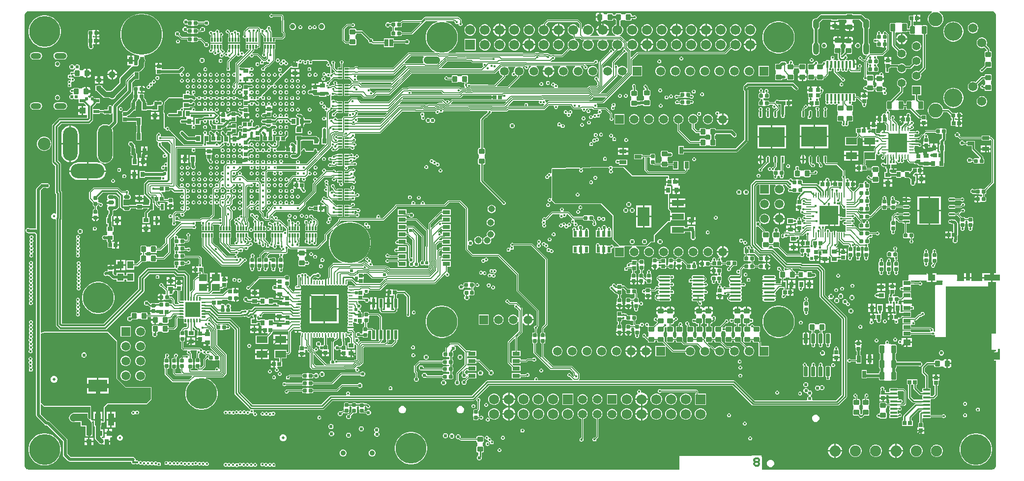
<source format=gbl>
G04*
G04 #@! TF.GenerationSoftware,Altium Limited,Altium Designer,24.10.1 (45)*
G04*
G04 Layer_Physical_Order=8*
G04 Layer_Color=16711680*
%FSLAX44Y44*%
%MOMM*%
G71*
G04*
G04 #@! TF.SameCoordinates,98639135-FE56-4FAC-94B5-B9978FB97537*
G04*
G04*
G04 #@! TF.FilePolarity,Positive*
G04*
G01*
G75*
G04:AMPARAMS|DCode=25|XSize=1mm|YSize=0.9mm|CornerRadius=0.1125mm|HoleSize=0mm|Usage=FLASHONLY|Rotation=270.000|XOffset=0mm|YOffset=0mm|HoleType=Round|Shape=RoundedRectangle|*
%AMROUNDEDRECTD25*
21,1,1.0000,0.6750,0,0,270.0*
21,1,0.7750,0.9000,0,0,270.0*
1,1,0.2250,-0.3375,-0.3875*
1,1,0.2250,-0.3375,0.3875*
1,1,0.2250,0.3375,0.3875*
1,1,0.2250,0.3375,-0.3875*
%
%ADD25ROUNDEDRECTD25*%
%ADD28R,0.7500X0.9500*%
%ADD31R,0.9500X0.7500*%
%ADD32R,0.6400X0.6400*%
G04:AMPARAMS|DCode=33|XSize=0.6mm|YSize=0.6mm|CornerRadius=0.06mm|HoleSize=0mm|Usage=FLASHONLY|Rotation=270.000|XOffset=0mm|YOffset=0mm|HoleType=Round|Shape=RoundedRectangle|*
%AMROUNDEDRECTD33*
21,1,0.6000,0.4800,0,0,270.0*
21,1,0.4800,0.6000,0,0,270.0*
1,1,0.1200,-0.2400,-0.2400*
1,1,0.1200,-0.2400,0.2400*
1,1,0.1200,0.2400,0.2400*
1,1,0.1200,0.2400,-0.2400*
%
%ADD33ROUNDEDRECTD33*%
%ADD36R,0.6000X1.5500*%
%ADD44R,0.6400X0.6400*%
G04:AMPARAMS|DCode=53|XSize=0.6mm|YSize=0.6mm|CornerRadius=0.06mm|HoleSize=0mm|Usage=FLASHONLY|Rotation=180.000|XOffset=0mm|YOffset=0mm|HoleType=Round|Shape=RoundedRectangle|*
%AMROUNDEDRECTD53*
21,1,0.6000,0.4800,0,0,180.0*
21,1,0.4800,0.6000,0,0,180.0*
1,1,0.1200,-0.2400,0.2400*
1,1,0.1200,0.2400,0.2400*
1,1,0.1200,0.2400,-0.2400*
1,1,0.1200,-0.2400,-0.2400*
%
%ADD53ROUNDEDRECTD53*%
%ADD55R,0.6350X1.2700*%
%ADD59C,0.1270*%
%ADD60C,0.3048*%
%ADD61C,0.2032*%
%ADD62C,0.3810*%
%ADD63C,0.2540*%
%ADD64C,0.5080*%
%ADD65C,1.2700*%
%ADD66C,0.1524*%
%ADD67C,0.6350*%
%ADD68C,0.7620*%
%ADD69C,0.4750*%
%ADD70C,0.3750*%
G04:AMPARAMS|DCode=71|XSize=5.8mm|YSize=2.5mm|CornerRadius=1.25mm|HoleSize=0mm|Usage=FLASHONLY|Rotation=0.000|XOffset=0mm|YOffset=0mm|HoleType=Round|Shape=RoundedRectangle|*
%AMROUNDEDRECTD71*
21,1,5.8000,0.0000,0,0,0.0*
21,1,3.3000,2.5000,0,0,0.0*
1,1,2.5000,1.6500,0.0000*
1,1,2.5000,-1.6500,0.0000*
1,1,2.5000,-1.6500,0.0000*
1,1,2.5000,1.6500,0.0000*
%
%ADD71ROUNDEDRECTD71*%
G04:AMPARAMS|DCode=72|XSize=5.8mm|YSize=2.5mm|CornerRadius=1.25mm|HoleSize=0mm|Usage=FLASHONLY|Rotation=270.000|XOffset=0mm|YOffset=0mm|HoleType=Round|Shape=RoundedRectangle|*
%AMROUNDEDRECTD72*
21,1,5.8000,0.0000,0,0,270.0*
21,1,3.3000,2.5000,0,0,270.0*
1,1,2.5000,0.0000,-1.6500*
1,1,2.5000,0.0000,1.6500*
1,1,2.5000,0.0000,1.6500*
1,1,2.5000,0.0000,-1.6500*
%
%ADD72ROUNDEDRECTD72*%
G04:AMPARAMS|DCode=73|XSize=6.5mm|YSize=2.5mm|CornerRadius=1.25mm|HoleSize=0mm|Usage=FLASHONLY|Rotation=270.000|XOffset=0mm|YOffset=0mm|HoleType=Round|Shape=RoundedRectangle|*
%AMROUNDEDRECTD73*
21,1,6.5000,0.0000,0,0,270.0*
21,1,4.0000,2.5000,0,0,270.0*
1,1,2.5000,0.0000,-2.0000*
1,1,2.5000,0.0000,2.0000*
1,1,2.5000,0.0000,2.0000*
1,1,2.5000,0.0000,-2.0000*
%
%ADD73ROUNDEDRECTD73*%
%ADD74C,2.2000*%
%ADD75C,1.5000*%
%ADD76R,1.5000X1.5000*%
%ADD77C,0.3556*%
%ADD78C,5.3000*%
G04:AMPARAMS|DCode=79|XSize=1mm|YSize=1.8mm|CornerRadius=0.5mm|HoleSize=0mm|Usage=FLASHONLY|Rotation=270.000|XOffset=0mm|YOffset=0mm|HoleType=Round|Shape=RoundedRectangle|*
%AMROUNDEDRECTD79*
21,1,1.0000,0.8000,0,0,270.0*
21,1,0.0000,1.8000,0,0,270.0*
1,1,1.0000,-0.4000,0.0000*
1,1,1.0000,-0.4000,0.0000*
1,1,1.0000,0.4000,0.0000*
1,1,1.0000,0.4000,0.0000*
%
%ADD79ROUNDEDRECTD79*%
G04:AMPARAMS|DCode=80|XSize=1mm|YSize=2.1mm|CornerRadius=0.5mm|HoleSize=0mm|Usage=FLASHONLY|Rotation=270.000|XOffset=0mm|YOffset=0mm|HoleType=Round|Shape=RoundedRectangle|*
%AMROUNDEDRECTD80*
21,1,1.0000,1.1000,0,0,270.0*
21,1,0.0000,2.1000,0,0,270.0*
1,1,1.0000,-0.5500,0.0000*
1,1,1.0000,-0.5500,0.0000*
1,1,1.0000,0.5500,0.0000*
1,1,1.0000,0.5500,0.0000*
%
%ADD80ROUNDEDRECTD80*%
%ADD81C,0.6500*%
%ADD82C,7.0000*%
%ADD83C,0.9000*%
%ADD84R,1.5000X1.5000*%
%ADD85C,0.6000*%
%ADD86C,1.3900*%
%ADD87C,1.7000*%
%ADD88C,1.9000*%
%ADD89C,1.7272*%
%ADD90C,1.2000*%
%ADD91C,1.5700*%
%ADD92R,1.7000X1.7000*%
%ADD93R,1.6764X1.6764*%
%ADD94C,3.2000*%
%ADD95R,1.3900X1.3900*%
%ADD96C,2.4500*%
G04:AMPARAMS|DCode=97|XSize=1mm|YSize=1.8mm|CornerRadius=0.5mm|HoleSize=0mm|Usage=FLASHONLY|Rotation=180.000|XOffset=0mm|YOffset=0mm|HoleType=Round|Shape=RoundedRectangle|*
%AMROUNDEDRECTD97*
21,1,1.0000,0.8000,0,0,180.0*
21,1,0.0000,1.8000,0,0,180.0*
1,1,1.0000,0.0000,0.4000*
1,1,1.0000,0.0000,0.4000*
1,1,1.0000,0.0000,-0.4000*
1,1,1.0000,0.0000,-0.4000*
%
%ADD97ROUNDEDRECTD97*%
G04:AMPARAMS|DCode=98|XSize=1mm|YSize=2.1mm|CornerRadius=0.5mm|HoleSize=0mm|Usage=FLASHONLY|Rotation=180.000|XOffset=0mm|YOffset=0mm|HoleType=Round|Shape=RoundedRectangle|*
%AMROUNDEDRECTD98*
21,1,1.0000,1.1000,0,0,180.0*
21,1,0.0000,2.1000,0,0,180.0*
1,1,1.0000,0.0000,0.5500*
1,1,1.0000,0.0000,0.5500*
1,1,1.0000,0.0000,-0.5500*
1,1,1.0000,0.0000,-0.5500*
%
%ADD98ROUNDEDRECTD98*%
%ADD99C,0.4064*%
%ADD100C,0.6096*%
%ADD101C,1.1430*%
%ADD102C,0.6000*%
%ADD103C,0.5000*%
%ADD104C,0.8890*%
%ADD105R,1.0000X1.0000*%
%ADD106R,1.0000X0.6000*%
%ADD107R,1.2700X0.7600*%
%ADD108R,0.6500X1.2000*%
G04:AMPARAMS|DCode=109|XSize=1mm|YSize=0.9mm|CornerRadius=0.1125mm|HoleSize=0mm|Usage=FLASHONLY|Rotation=0.000|XOffset=0mm|YOffset=0mm|HoleType=Round|Shape=RoundedRectangle|*
%AMROUNDEDRECTD109*
21,1,1.0000,0.6750,0,0,0.0*
21,1,0.7750,0.9000,0,0,0.0*
1,1,0.2250,0.3875,-0.3375*
1,1,0.2250,-0.3875,-0.3375*
1,1,0.2250,-0.3875,0.3375*
1,1,0.2250,0.3875,0.3375*
%
%ADD109ROUNDEDRECTD109*%
G04:AMPARAMS|DCode=110|XSize=1.0611mm|YSize=0.3925mm|CornerRadius=0.1962mm|HoleSize=0mm|Usage=FLASHONLY|Rotation=0.000|XOffset=0mm|YOffset=0mm|HoleType=Round|Shape=RoundedRectangle|*
%AMROUNDEDRECTD110*
21,1,1.0611,0.0000,0,0,0.0*
21,1,0.6686,0.3925,0,0,0.0*
1,1,0.3925,0.3343,0.0000*
1,1,0.3925,-0.3343,0.0000*
1,1,0.3925,-0.3343,0.0000*
1,1,0.3925,0.3343,0.0000*
%
%ADD110ROUNDEDRECTD110*%
%ADD111R,1.0611X0.3925*%
%ADD112R,3.5000X4.4000*%
%ADD113R,0.3000X0.6500*%
%ADD114R,1.1000X1.3000*%
%ADD115R,0.6500X0.3000*%
%ADD116R,1.4000X1.2000*%
%ADD117R,1.9000X1.2000*%
%ADD118R,1.2000X0.6500*%
%ADD119O,0.2500X0.7500*%
%ADD120O,0.7500X0.2500*%
%ADD121R,4.5000X4.5000*%
%ADD122R,0.6400X0.9200*%
%ADD123C,0.2520*%
%ADD124R,2.5000X2.5000*%
G04:AMPARAMS|DCode=125|XSize=0.4mm|YSize=1.2mm|CornerRadius=0.05mm|HoleSize=0mm|Usage=FLASHONLY|Rotation=90.000|XOffset=0mm|YOffset=0mm|HoleType=Round|Shape=RoundedRectangle|*
%AMROUNDEDRECTD125*
21,1,0.4000,1.1000,0,0,90.0*
21,1,0.3000,1.2000,0,0,90.0*
1,1,0.1000,0.5500,0.1500*
1,1,0.1000,0.5500,-0.1500*
1,1,0.1000,-0.5500,-0.1500*
1,1,0.1000,-0.5500,0.1500*
%
%ADD125ROUNDEDRECTD125*%
G04:AMPARAMS|DCode=126|XSize=1.3mm|YSize=0.8mm|CornerRadius=0.1mm|HoleSize=0mm|Usage=FLASHONLY|Rotation=90.000|XOffset=0mm|YOffset=0mm|HoleType=Round|Shape=RoundedRectangle|*
%AMROUNDEDRECTD126*
21,1,1.3000,0.6000,0,0,90.0*
21,1,1.1000,0.8000,0,0,90.0*
1,1,0.2000,0.3000,0.5500*
1,1,0.2000,0.3000,-0.5500*
1,1,0.2000,-0.3000,-0.5500*
1,1,0.2000,-0.3000,0.5500*
%
%ADD126ROUNDEDRECTD126*%
%ADD127R,0.6000X1.0000*%
G04:AMPARAMS|DCode=128|XSize=1.05mm|YSize=0.6mm|CornerRadius=0.15mm|HoleSize=0mm|Usage=FLASHONLY|Rotation=180.000|XOffset=0mm|YOffset=0mm|HoleType=Round|Shape=RoundedRectangle|*
%AMROUNDEDRECTD128*
21,1,1.0500,0.3000,0,0,180.0*
21,1,0.7500,0.6000,0,0,180.0*
1,1,0.3000,-0.3750,0.1500*
1,1,0.3000,0.3750,0.1500*
1,1,0.3000,0.3750,-0.1500*
1,1,0.3000,-0.3750,-0.1500*
%
%ADD128ROUNDEDRECTD128*%
%ADD129O,2.0000X0.3500*%
G04:AMPARAMS|DCode=130|XSize=0.4mm|YSize=1.2mm|CornerRadius=0.05mm|HoleSize=0mm|Usage=FLASHONLY|Rotation=180.000|XOffset=0mm|YOffset=0mm|HoleType=Round|Shape=RoundedRectangle|*
%AMROUNDEDRECTD130*
21,1,0.4000,1.1000,0,0,180.0*
21,1,0.3000,1.2000,0,0,180.0*
1,1,0.1000,-0.1500,0.5500*
1,1,0.1000,0.1500,0.5500*
1,1,0.1000,0.1500,-0.5500*
1,1,0.1000,-0.1500,-0.5500*
%
%ADD130ROUNDEDRECTD130*%
G04:AMPARAMS|DCode=131|XSize=0.8078mm|YSize=0.2393mm|CornerRadius=0.1196mm|HoleSize=0mm|Usage=FLASHONLY|Rotation=180.000|XOffset=0mm|YOffset=0mm|HoleType=Round|Shape=RoundedRectangle|*
%AMROUNDEDRECTD131*
21,1,0.8078,0.0000,0,0,180.0*
21,1,0.5686,0.2393,0,0,180.0*
1,1,0.2393,-0.2843,0.0000*
1,1,0.2393,0.2843,0.0000*
1,1,0.2393,0.2843,0.0000*
1,1,0.2393,-0.2843,0.0000*
%
%ADD131ROUNDEDRECTD131*%
G04:AMPARAMS|DCode=132|XSize=0.2393mm|YSize=0.8078mm|CornerRadius=0.1196mm|HoleSize=0mm|Usage=FLASHONLY|Rotation=180.000|XOffset=0mm|YOffset=0mm|HoleType=Round|Shape=RoundedRectangle|*
%AMROUNDEDRECTD132*
21,1,0.2393,0.5686,0,0,180.0*
21,1,0.0000,0.8078,0,0,180.0*
1,1,0.2393,0.0000,0.2843*
1,1,0.2393,0.0000,0.2843*
1,1,0.2393,0.0000,-0.2843*
1,1,0.2393,0.0000,-0.2843*
%
%ADD132ROUNDEDRECTD132*%
%ADD133R,3.2000X3.2000*%
%ADD134R,4.4000X3.5000*%
G04:AMPARAMS|DCode=135|XSize=1.0611mm|YSize=0.3925mm|CornerRadius=0.1962mm|HoleSize=0mm|Usage=FLASHONLY|Rotation=90.000|XOffset=0mm|YOffset=0mm|HoleType=Round|Shape=RoundedRectangle|*
%AMROUNDEDRECTD135*
21,1,1.0611,0.0000,0,0,90.0*
21,1,0.6686,0.3925,0,0,90.0*
1,1,0.3925,0.0000,0.3343*
1,1,0.3925,0.0000,-0.3343*
1,1,0.3925,0.0000,-0.3343*
1,1,0.3925,0.0000,0.3343*
%
%ADD135ROUNDEDRECTD135*%
%ADD136R,2.8000X1.0000*%
%ADD137R,0.8000X1.0000*%
%ADD138R,1.2000X1.0000*%
%ADD139R,3.2000X3.2000*%
%ADD140R,0.2000X0.8500*%
%ADD141R,0.9500X0.8000*%
%ADD142C,1.1447*%
%ADD143R,1.2000X0.7000*%
%ADD144R,2.1500X1.0000*%
G04:AMPARAMS|DCode=145|XSize=0.65mm|YSize=1.65mm|CornerRadius=0.0488mm|HoleSize=0mm|Usage=FLASHONLY|Rotation=0.000|XOffset=0mm|YOffset=0mm|HoleType=Round|Shape=RoundedRectangle|*
%AMROUNDEDRECTD145*
21,1,0.6500,1.5525,0,0,0.0*
21,1,0.5525,1.6500,0,0,0.0*
1,1,0.0975,0.2763,-0.7763*
1,1,0.0975,-0.2763,-0.7763*
1,1,0.0975,-0.2763,0.7763*
1,1,0.0975,0.2763,0.7763*
%
%ADD145ROUNDEDRECTD145*%
%ADD146R,1.0000X2.1500*%
%ADD147R,2.1500X3.2500*%
%ADD148R,0.3925X1.0611*%
%ADD149R,0.8078X0.2393*%
%ADD150R,0.8500X0.2000*%
%ADD151R,3.2500X2.1500*%
%ADD152R,0.9200X0.6400*%
%ADD153C,0.5000*%
G36*
X1825184Y1160216D02*
X1825524Y1158946D01*
X1823563Y1157814D01*
X1821046Y1155297D01*
X1819266Y1152214D01*
X1818345Y1148776D01*
Y1145216D01*
X1819266Y1141777D01*
X1821046Y1138694D01*
X1823563Y1136177D01*
X1826646Y1134397D01*
X1830085Y1133476D01*
X1833645D01*
X1837083Y1134397D01*
X1840166Y1136177D01*
X1842683Y1138694D01*
X1844463Y1141777D01*
X1845385Y1145216D01*
Y1148776D01*
X1844463Y1152214D01*
X1842683Y1155297D01*
X1840166Y1157814D01*
X1838206Y1158946D01*
X1838546Y1160216D01*
X1928465D01*
X1929205D01*
X1930658Y1159927D01*
X1932027Y1159361D01*
X1933259Y1158537D01*
X1934306Y1157490D01*
X1935129Y1156258D01*
X1935696Y1154890D01*
X1935985Y1153436D01*
Y1152696D01*
Y708782D01*
X1929785D01*
Y701242D01*
Y693702D01*
X1935985D01*
Y605117D01*
X1929015D01*
X1928043Y604714D01*
X1927640Y603742D01*
Y578242D01*
X1928043Y577270D01*
X1929015Y576868D01*
X1935985D01*
Y574365D01*
X1935067D01*
X1932966Y573802D01*
X1931131Y572742D01*
X1937515D01*
X1939015Y574242D01*
Y578242D01*
X1942515D01*
Y559742D01*
X1930829D01*
X1931082Y559489D01*
X1932966Y558401D01*
X1935067Y557838D01*
X1935985D01*
Y378096D01*
Y377355D01*
X1935696Y375902D01*
X1935129Y374534D01*
X1934306Y373302D01*
X1933259Y372254D01*
X1932027Y371431D01*
X1930658Y370864D01*
X1929205Y370575D01*
X1928465D01*
X1532533Y370575D01*
Y391954D01*
X1531995Y392492D01*
Y394458D01*
X1514895D01*
Y393732D01*
X1390801D01*
X1390099Y370575D01*
X270185Y370575D01*
X270184Y370575D01*
X270182Y370575D01*
X269862Y370575D01*
X269124D01*
X267671Y370864D01*
X266302Y371431D01*
X265071Y372254D01*
X264023Y373302D01*
X263200Y374533D01*
X262633Y375902D01*
X262344Y377355D01*
Y378096D01*
Y1152696D01*
Y1153437D01*
X262633Y1154890D01*
X263200Y1156258D01*
X264023Y1157490D01*
X265071Y1158537D01*
X266302Y1159361D01*
X267671Y1159927D01*
X269124Y1160216D01*
X269685Y1160216D01*
X269685Y1160217D01*
X1825184Y1160216D01*
D02*
G37*
%LPC*%
G36*
X1252395Y1158008D02*
X1250290D01*
X1248860Y1157723D01*
X1247647Y1156913D01*
X1246837Y1155701D01*
X1246553Y1154271D01*
Y1151666D01*
X1252395D01*
Y1158008D01*
D02*
G37*
G36*
X1804905Y1154136D02*
X1800435D01*
Y1149666D01*
X1804905D01*
Y1154136D01*
D02*
G37*
G36*
X1687280Y1156353D02*
X1679530D01*
X1678595Y1156167D01*
X1677803Y1155638D01*
X1677329Y1154928D01*
X1634902D01*
X1633168Y1154583D01*
X1631698Y1153600D01*
X1631698Y1153600D01*
X1626275Y1148177D01*
X1625465Y1148339D01*
X1623018Y1147852D01*
X1620944Y1146466D01*
X1619559Y1144392D01*
X1619072Y1141946D01*
Y1133946D01*
X1619559Y1131499D01*
X1620944Y1129425D01*
X1621621Y1128973D01*
Y1106618D01*
X1620944Y1106166D01*
X1619559Y1104092D01*
X1619072Y1101646D01*
Y1090646D01*
X1619559Y1088199D01*
X1620944Y1086125D01*
X1623018Y1084740D01*
X1625465Y1084253D01*
X1627911Y1084740D01*
X1629985Y1086125D01*
X1631371Y1088199D01*
X1631858Y1090646D01*
Y1101646D01*
X1631371Y1104092D01*
X1629985Y1106166D01*
X1629309Y1106618D01*
Y1128973D01*
X1629985Y1129425D01*
X1631371Y1131499D01*
X1631858Y1133946D01*
Y1140942D01*
X1636780Y1145864D01*
X1651985D01*
Y1144016D01*
X1664025D01*
Y1145864D01*
X1677516D01*
X1677803Y1145434D01*
X1678405Y1145032D01*
Y1140424D01*
X1678100Y1140363D01*
X1676888Y1139553D01*
X1676077Y1138341D01*
X1675793Y1136911D01*
Y1134806D01*
X1683405D01*
X1691017D01*
Y1136911D01*
X1690732Y1138341D01*
X1689922Y1139553D01*
X1688710Y1140363D01*
X1688405Y1140424D01*
Y1145032D01*
X1689007Y1145434D01*
X1689294Y1145864D01*
X1700550D01*
X1705472Y1140942D01*
Y1133946D01*
X1705959Y1131499D01*
X1707333Y1129443D01*
Y1106149D01*
X1705959Y1104092D01*
X1705472Y1101646D01*
Y1090646D01*
X1705959Y1088199D01*
X1707344Y1086125D01*
X1709418Y1084740D01*
X1711865Y1084253D01*
X1713083Y1084495D01*
X1713709Y1083325D01*
X1711728Y1081344D01*
X1711307Y1080714D01*
X1711159Y1079971D01*
Y1078569D01*
X1709667Y1077077D01*
X1709584D01*
X1709328Y1077248D01*
X1708585Y1077396D01*
X1707140D01*
X1705394Y1079142D01*
Y1080354D01*
X1704892Y1081568D01*
X1703963Y1082497D01*
X1702749Y1082999D01*
X1701435D01*
X1700222Y1082497D01*
X1699293Y1081568D01*
X1698790Y1080354D01*
Y1079040D01*
X1699293Y1077827D01*
X1700222Y1076898D01*
X1701435Y1076395D01*
X1702647D01*
X1704962Y1074080D01*
X1705592Y1073659D01*
X1706336Y1073512D01*
X1707780D01*
X1708720Y1072571D01*
Y1047854D01*
X1707863Y1046997D01*
X1707361Y1045783D01*
Y1044469D01*
X1707863Y1043256D01*
X1708792Y1042327D01*
X1710006Y1041824D01*
X1711319D01*
X1711378Y1041848D01*
X1711568Y1041834D01*
X1712786Y1041057D01*
X1712834Y1040817D01*
X1713363Y1040025D01*
X1713965Y1039623D01*
Y1033630D01*
X1713363Y1033228D01*
X1712834Y1032436D01*
X1712786Y1032196D01*
X1711568Y1031419D01*
X1711378Y1031404D01*
X1711319Y1031428D01*
X1710006D01*
X1708792Y1030926D01*
X1707863Y1029997D01*
X1707361Y1028783D01*
Y1027470D01*
X1707863Y1026256D01*
X1708792Y1025327D01*
X1710006Y1024824D01*
X1711319D01*
X1711378Y1024849D01*
X1711594Y1024832D01*
X1712749Y1024240D01*
X1712834Y1023817D01*
X1713363Y1023025D01*
X1714155Y1022495D01*
X1715090Y1022309D01*
X1722840D01*
X1723774Y1022495D01*
X1724566Y1023025D01*
X1725096Y1023817D01*
X1725282Y1024751D01*
Y1024914D01*
X1728666D01*
Y1023481D01*
X1728852Y1022546D01*
X1729382Y1021754D01*
X1730174Y1021225D01*
X1731108Y1021039D01*
X1738858D01*
X1739793Y1021225D01*
X1739986Y1021354D01*
X1741012Y1020512D01*
X1740805Y1020013D01*
Y1018699D01*
X1741308Y1017485D01*
X1742237Y1016556D01*
X1743450Y1016054D01*
X1744764D01*
X1745978Y1016556D01*
X1746906Y1017485D01*
X1747409Y1018699D01*
Y1020013D01*
X1746906Y1021226D01*
X1745978Y1022155D01*
X1744931Y1022589D01*
X1744781Y1023174D01*
X1744805Y1023911D01*
X1745156Y1024057D01*
X1746085Y1024986D01*
X1746588Y1026199D01*
Y1027513D01*
X1746085Y1028726D01*
X1745156Y1029655D01*
X1743943Y1030158D01*
X1742629D01*
X1742570Y1030134D01*
X1742380Y1030148D01*
X1741162Y1030925D01*
X1741114Y1031165D01*
X1740585Y1031957D01*
X1739983Y1032359D01*
Y1036968D01*
X1740288Y1037029D01*
X1741501Y1037839D01*
X1742311Y1039051D01*
X1742595Y1040481D01*
Y1042586D01*
X1727372D01*
Y1040481D01*
X1727656Y1039051D01*
X1728466Y1037839D01*
X1729678Y1037029D01*
X1729983Y1036968D01*
Y1032359D01*
X1729382Y1031957D01*
X1728852Y1031165D01*
X1728666Y1030231D01*
Y1028798D01*
X1725282D01*
Y1031501D01*
X1725096Y1032436D01*
X1724566Y1033228D01*
X1723965Y1033630D01*
Y1039623D01*
X1724566Y1040025D01*
X1725096Y1040817D01*
X1725282Y1041751D01*
Y1048501D01*
X1725096Y1049436D01*
X1724566Y1050228D01*
X1723774Y1050757D01*
X1722840Y1050943D01*
X1715090D01*
X1714155Y1050757D01*
X1713875Y1050570D01*
X1712605Y1051205D01*
Y1073376D01*
X1712457Y1074119D01*
X1712355Y1074272D01*
X1713468Y1075385D01*
X1714738Y1074858D01*
Y1071644D01*
X1714883Y1070915D01*
X1715297Y1070296D01*
X1715609Y1070088D01*
X1715976Y1069419D01*
X1716090Y1068553D01*
X1715743Y1067715D01*
Y1066401D01*
X1715829Y1066195D01*
X1715913Y1064948D01*
X1715297Y1064504D01*
X1714883Y1063885D01*
X1714738Y1063156D01*
Y1058356D01*
X1714883Y1057626D01*
X1715297Y1057008D01*
X1715915Y1056594D01*
X1716645Y1056449D01*
X1721351D01*
X1722045Y1055756D01*
X1726045D01*
X1726738Y1056449D01*
X1731445D01*
X1732174Y1056594D01*
X1732793Y1057008D01*
X1733206Y1057626D01*
X1733351Y1058356D01*
Y1063156D01*
X1733206Y1063885D01*
X1732793Y1064504D01*
X1732174Y1064917D01*
X1731720Y1065008D01*
X1731232Y1065881D01*
X1731119Y1066317D01*
Y1067631D01*
X1730773Y1068468D01*
X1731382Y1069738D01*
X1731445D01*
X1732174Y1069883D01*
X1732793Y1070296D01*
X1733206Y1070915D01*
X1733351Y1071644D01*
Y1076444D01*
X1733206Y1077174D01*
X1732793Y1077793D01*
X1732174Y1078206D01*
X1731648Y1078310D01*
X1731248Y1079039D01*
X1731082Y1079621D01*
X1731110Y1079689D01*
Y1081003D01*
X1730607Y1082217D01*
X1731167Y1083454D01*
X1740165D01*
X1740908Y1083601D01*
X1741538Y1084022D01*
X1750563Y1093047D01*
X1750984Y1093678D01*
X1751132Y1094421D01*
Y1119634D01*
X1750984Y1120378D01*
X1750563Y1121008D01*
X1747794Y1123777D01*
X1747404Y1124038D01*
X1747084Y1124809D01*
X1746155Y1125737D01*
X1744942Y1126240D01*
X1743628D01*
X1742415Y1125737D01*
X1741486Y1124809D01*
X1740983Y1123595D01*
Y1122281D01*
X1740552Y1121636D01*
X1738018D01*
X1737587Y1122281D01*
Y1123595D01*
X1737084Y1124809D01*
X1736156Y1125737D01*
X1734942Y1126240D01*
X1733628D01*
X1732415Y1125737D01*
X1731486Y1124809D01*
X1730983Y1123595D01*
Y1122281D01*
X1731069Y1122075D01*
X1731153Y1120828D01*
X1730537Y1120384D01*
X1730123Y1119765D01*
X1729978Y1119036D01*
Y1114236D01*
X1730094Y1113651D01*
X1729745Y1113176D01*
X1729159Y1112664D01*
X1728465Y1112951D01*
X1727151D01*
X1725938Y1112449D01*
X1725009Y1111520D01*
X1724506Y1110306D01*
Y1108992D01*
X1725009Y1107779D01*
X1725938Y1106850D01*
X1727151Y1106347D01*
X1728465D01*
X1728833Y1106500D01*
X1729629Y1105977D01*
X1729978Y1105599D01*
Y1100947D01*
X1730123Y1100218D01*
X1730537Y1099599D01*
X1731155Y1099186D01*
X1731885Y1099041D01*
X1736591D01*
X1737285Y1098347D01*
X1740124D01*
X1740660Y1097990D01*
X1741885Y1097746D01*
X1743015D01*
Y1103347D01*
X1745555D01*
Y1097746D01*
X1746685D01*
X1747247Y1097284D01*
Y1095225D01*
X1739360Y1087338D01*
X1718723D01*
X1718291Y1087729D01*
X1717830Y1088494D01*
X1718258Y1090646D01*
Y1101646D01*
X1717771Y1104092D01*
X1716397Y1106149D01*
Y1129443D01*
X1717771Y1131499D01*
X1718258Y1133946D01*
Y1141946D01*
X1717771Y1144392D01*
X1716385Y1146466D01*
X1714311Y1147852D01*
X1711865Y1148339D01*
X1711055Y1148177D01*
X1705632Y1153600D01*
X1704161Y1154583D01*
X1702427Y1154928D01*
X1689481D01*
X1689007Y1155638D01*
X1688214Y1156167D01*
X1687280Y1156353D01*
D02*
G37*
G36*
X1252395Y1149126D02*
X1246553D01*
Y1146521D01*
X1246837Y1145091D01*
X1247647Y1143878D01*
X1248860Y1143068D01*
X1250290Y1142784D01*
X1252395D01*
Y1149126D01*
D02*
G37*
G36*
X1804905Y1147126D02*
X1800435D01*
Y1142656D01*
X1804905D01*
Y1147126D01*
D02*
G37*
G36*
X829102Y1139730D02*
X827788D01*
X826574Y1139227D01*
X825717Y1138370D01*
X818285D01*
X818285Y1138370D01*
X817542Y1138222D01*
X816911Y1137801D01*
X816911Y1137801D01*
X810307Y1131197D01*
X809886Y1130567D01*
X809738Y1129824D01*
Y1110520D01*
X809886Y1109777D01*
X810307Y1109146D01*
X814625Y1104828D01*
X815256Y1104407D01*
X815999Y1104259D01*
X821398D01*
Y1104201D01*
X821584Y1103266D01*
X822113Y1102474D01*
X822905Y1101945D01*
X823840Y1101759D01*
X831590D01*
X832524Y1101945D01*
X833316Y1102474D01*
X833846Y1103266D01*
X834032Y1104201D01*
Y1110951D01*
X833846Y1111885D01*
X833316Y1112678D01*
X832715Y1113080D01*
Y1119072D01*
X833316Y1119474D01*
X833846Y1120266D01*
X834032Y1121201D01*
Y1121986D01*
X842380D01*
X854597Y1109769D01*
Y1108254D01*
X855254Y1106667D01*
X856469Y1105452D01*
X858056Y1104795D01*
X859774D01*
X860667Y1105165D01*
X861278Y1104554D01*
X862034Y1104048D01*
X862926Y1103871D01*
X881548D01*
Y1098582D01*
X898676D01*
Y1104882D01*
X917638D01*
X918709Y1103811D01*
X920296Y1103154D01*
X922014D01*
X923601Y1103811D01*
X924815Y1105026D01*
X925473Y1106613D01*
Y1108331D01*
X924815Y1109918D01*
X923601Y1111132D01*
X922014Y1111790D01*
X920296D01*
X918709Y1111132D01*
X917638Y1110062D01*
X898676D01*
Y1113822D01*
X881548D01*
Y1108533D01*
X863891D01*
X863233Y1109191D01*
Y1109972D01*
X862576Y1111559D01*
X861361Y1112774D01*
X859774Y1113431D01*
X858259D01*
X845283Y1126407D01*
X844443Y1126968D01*
X843452Y1127166D01*
X834032D01*
Y1127951D01*
X833846Y1128885D01*
X833316Y1129678D01*
X832524Y1130207D01*
X831590Y1130393D01*
X823840D01*
X822905Y1130207D01*
X822113Y1129678D01*
X821584Y1128885D01*
X821398Y1127951D01*
Y1121201D01*
X821584Y1120266D01*
X822113Y1119474D01*
X822715Y1119072D01*
Y1113080D01*
X822113Y1112678D01*
X821584Y1111885D01*
X821398Y1110951D01*
Y1108144D01*
X816803D01*
X813623Y1111324D01*
Y1129019D01*
X819089Y1134485D01*
X825717D01*
X826574Y1133628D01*
X827788Y1133126D01*
X829102D01*
X830315Y1133628D01*
X831244Y1134557D01*
X831747Y1135771D01*
Y1137085D01*
X831244Y1138298D01*
X830315Y1139227D01*
X829102Y1139730D01*
D02*
G37*
G36*
X1665295Y1141326D02*
X1659275D01*
Y1136306D01*
X1665295D01*
Y1141326D01*
D02*
G37*
G36*
X1656735D02*
X1650715D01*
Y1136306D01*
X1656735D01*
Y1141326D01*
D02*
G37*
G36*
X541522Y1146334D02*
X539804D01*
X538217Y1145676D01*
X537002Y1144462D01*
X536345Y1142875D01*
Y1141157D01*
X537002Y1139570D01*
X538217Y1138355D01*
X539804Y1137698D01*
X541522D01*
X541609Y1137734D01*
X542955Y1137026D01*
X543368Y1136408D01*
X543987Y1135994D01*
X544716Y1135849D01*
X549423D01*
X550116Y1135156D01*
X554116D01*
X554810Y1135849D01*
X559516D01*
X560246Y1135994D01*
X560864Y1136408D01*
X561278Y1137026D01*
X561423Y1137756D01*
Y1138296D01*
X572354D01*
X572562Y1137792D01*
X573777Y1136577D01*
X575364Y1135920D01*
X577082D01*
X578669Y1136577D01*
X579883Y1137792D01*
X580541Y1139379D01*
Y1141097D01*
X579883Y1142684D01*
X578669Y1143898D01*
X577082Y1144556D01*
X575364D01*
X573777Y1143898D01*
X572562Y1142684D01*
X572354Y1142180D01*
X561423D01*
Y1142556D01*
X561278Y1143285D01*
X560864Y1143904D01*
X560246Y1144317D01*
X559516Y1144462D01*
X554810D01*
X554116Y1145156D01*
X550116D01*
X549423Y1144463D01*
X544716D01*
X544353Y1144390D01*
X544323Y1144462D01*
X543109Y1145676D01*
X541522Y1146334D01*
D02*
G37*
G36*
X1797895Y1154136D02*
X1793425D01*
Y1152866D01*
X1785495D01*
Y1143926D01*
X1788475D01*
Y1136073D01*
X1788279Y1136034D01*
X1787528Y1135532D01*
X1787027Y1134781D01*
X1786850Y1133896D01*
Y1130985D01*
X1783479D01*
Y1137896D01*
X1783303Y1138782D01*
X1782801Y1139532D01*
X1782050Y1140034D01*
X1781165Y1140210D01*
X1775165D01*
X1774279Y1140034D01*
X1774277Y1140033D01*
X1773415Y1140896D01*
X1762915D01*
X1762052Y1140033D01*
X1762050Y1140034D01*
X1761165Y1140210D01*
X1755165D01*
X1754279Y1140034D01*
X1753528Y1139532D01*
X1753026Y1138782D01*
X1752850Y1137896D01*
Y1126896D01*
X1753026Y1126010D01*
X1753528Y1125259D01*
X1754279Y1124758D01*
X1755165Y1124581D01*
X1756575D01*
Y1101596D01*
X1756772Y1100605D01*
X1757334Y1099765D01*
X1766107Y1090991D01*
X1765805Y1090469D01*
X1765245Y1088378D01*
Y1086214D01*
X1765805Y1084123D01*
X1766887Y1082249D01*
X1768418Y1080718D01*
X1770292Y1079636D01*
X1772383Y1079076D01*
X1774547D01*
X1776638Y1079636D01*
X1778512Y1080718D01*
X1780042Y1082249D01*
X1781125Y1084123D01*
X1781685Y1086214D01*
Y1088378D01*
X1781125Y1090469D01*
X1780042Y1092343D01*
X1778512Y1093873D01*
X1776638Y1094956D01*
X1774547Y1095516D01*
X1772383D01*
X1770292Y1094956D01*
X1769769Y1094654D01*
X1761754Y1102669D01*
Y1123260D01*
X1762915Y1123896D01*
X1773415D01*
X1774277Y1124759D01*
X1774279Y1124758D01*
X1775165Y1124581D01*
X1781165D01*
X1782050Y1124758D01*
X1782801Y1125259D01*
X1783167Y1125806D01*
X1786850D01*
Y1122896D01*
X1787027Y1122010D01*
X1787528Y1121259D01*
X1788279Y1120758D01*
X1789165Y1120581D01*
X1795165D01*
X1796051Y1120758D01*
X1796052Y1120759D01*
X1796915Y1119896D01*
X1807415D01*
X1808277Y1120759D01*
X1808279Y1120758D01*
X1809165Y1120581D01*
X1809575D01*
Y1063568D01*
X1802560Y1056554D01*
X1802038Y1056856D01*
X1799947Y1057416D01*
X1797783D01*
X1795692Y1056856D01*
X1793818Y1055773D01*
X1792287Y1054243D01*
X1791205Y1052369D01*
X1790645Y1050278D01*
Y1048114D01*
X1791205Y1046023D01*
X1792287Y1044149D01*
X1793818Y1042618D01*
X1795692Y1041536D01*
X1797783Y1040976D01*
X1799947D01*
X1802038Y1041536D01*
X1803912Y1042618D01*
X1805442Y1044149D01*
X1806525Y1046023D01*
X1807085Y1048114D01*
Y1050278D01*
X1806525Y1052369D01*
X1806223Y1052891D01*
X1813996Y1060665D01*
X1814557Y1061505D01*
X1814754Y1062496D01*
Y1120581D01*
X1815165D01*
X1816051Y1120758D01*
X1816801Y1121259D01*
X1817303Y1122010D01*
X1817479Y1122896D01*
Y1133896D01*
X1817303Y1134781D01*
X1816801Y1135532D01*
X1816051Y1136034D01*
X1815165Y1136210D01*
X1809165D01*
X1808279Y1136034D01*
X1808277Y1136033D01*
X1807415Y1136896D01*
X1796915D01*
X1796052Y1136033D01*
X1796051Y1136034D01*
X1795165Y1136210D01*
X1793654D01*
Y1142656D01*
X1797895D01*
Y1148396D01*
Y1154136D01*
D02*
G37*
G36*
X762808Y1136174D02*
X761494D01*
X760280Y1135671D01*
X759352Y1134742D01*
X758849Y1133529D01*
Y1132215D01*
X759352Y1131001D01*
X760280Y1130072D01*
X761494Y1129570D01*
X762808D01*
X764021Y1130072D01*
X764950Y1131001D01*
X765453Y1132215D01*
Y1133529D01*
X764950Y1134742D01*
X764021Y1135671D01*
X762808Y1136174D01*
D02*
G37*
G36*
X738170D02*
X736856D01*
X735642Y1135671D01*
X734714Y1134742D01*
X734211Y1133529D01*
Y1132215D01*
X734714Y1131001D01*
X735642Y1130072D01*
X736856Y1129570D01*
X738170D01*
X739383Y1130072D01*
X740312Y1131001D01*
X740815Y1132215D01*
Y1133529D01*
X740312Y1134742D01*
X739383Y1135671D01*
X738170Y1136174D01*
D02*
G37*
G36*
X1437718Y1139136D02*
X1437535D01*
Y1129366D01*
X1447305D01*
Y1129549D01*
X1446552Y1132357D01*
X1445099Y1134874D01*
X1443044Y1136930D01*
X1440526Y1138383D01*
X1437718Y1139136D01*
D02*
G37*
G36*
X1434995D02*
X1434811D01*
X1432003Y1138383D01*
X1429486Y1136930D01*
X1427431Y1134874D01*
X1425977Y1132357D01*
X1425225Y1129549D01*
Y1129366D01*
X1434995D01*
Y1139136D01*
D02*
G37*
G36*
X1386918D02*
X1386735D01*
Y1129366D01*
X1396505D01*
Y1129549D01*
X1395752Y1132357D01*
X1394299Y1134874D01*
X1392243Y1136930D01*
X1389726Y1138383D01*
X1386918Y1139136D01*
D02*
G37*
G36*
X1384195D02*
X1384011D01*
X1381203Y1138383D01*
X1378686Y1136930D01*
X1376631Y1134874D01*
X1375177Y1132357D01*
X1374425Y1129549D01*
Y1129366D01*
X1384195D01*
Y1139136D01*
D02*
G37*
G36*
X1259918D02*
X1259735D01*
Y1129366D01*
X1269505D01*
Y1129549D01*
X1268752Y1132357D01*
X1267299Y1134874D01*
X1265244Y1136930D01*
X1262726Y1138383D01*
X1259918Y1139136D01*
D02*
G37*
G36*
X1257195D02*
X1257011D01*
X1254203Y1138383D01*
X1251686Y1136930D01*
X1249631Y1134874D01*
X1248177Y1132357D01*
X1247425Y1129549D01*
Y1129366D01*
X1257195D01*
Y1139136D01*
D02*
G37*
G36*
X1183718D02*
X1183535D01*
Y1129366D01*
X1193305D01*
Y1129549D01*
X1192552Y1132357D01*
X1191099Y1134874D01*
X1189044Y1136930D01*
X1186526Y1138383D01*
X1183718Y1139136D01*
D02*
G37*
G36*
X1180995D02*
X1180811D01*
X1178003Y1138383D01*
X1175486Y1136930D01*
X1173431Y1134874D01*
X1171977Y1132357D01*
X1171225Y1129549D01*
Y1129366D01*
X1180995D01*
Y1139136D01*
D02*
G37*
G36*
X1082118D02*
X1081935D01*
Y1129366D01*
X1091705D01*
Y1129549D01*
X1090952Y1132357D01*
X1089499Y1134874D01*
X1087443Y1136930D01*
X1084926Y1138383D01*
X1082118Y1139136D01*
D02*
G37*
G36*
X1079395D02*
X1079211D01*
X1076404Y1138383D01*
X1073886Y1136930D01*
X1071831Y1134874D01*
X1070377Y1132357D01*
X1069625Y1129549D01*
Y1129366D01*
X1079395D01*
Y1139136D01*
D02*
G37*
G36*
X754934Y1135666D02*
X753620D01*
X752406Y1135163D01*
X751478Y1134234D01*
X750975Y1133021D01*
Y1131707D01*
X751478Y1130493D01*
X752406Y1129565D01*
X753620Y1129062D01*
X754934D01*
X756147Y1129565D01*
X757076Y1130493D01*
X757579Y1131707D01*
Y1133021D01*
X757076Y1134234D01*
X756147Y1135163D01*
X754934Y1135666D01*
D02*
G37*
G36*
X1665295Y1133766D02*
X1659275D01*
Y1128746D01*
X1665295D01*
Y1133766D01*
D02*
G37*
G36*
X1656735D02*
X1650715D01*
Y1128746D01*
X1656735D01*
Y1133766D01*
D02*
G37*
G36*
X775592Y1139546D02*
X773297D01*
X771176Y1138667D01*
X769553Y1137044D01*
X768675Y1134923D01*
Y1132628D01*
X769553Y1130507D01*
X771176Y1128884D01*
X773297Y1128006D01*
X775592D01*
X777713Y1128884D01*
X779336Y1130507D01*
X780215Y1132628D01*
Y1134923D01*
X779336Y1137044D01*
X777713Y1138667D01*
X775592Y1139546D01*
D02*
G37*
G36*
X725592D02*
X723297D01*
X721176Y1138667D01*
X719553Y1137044D01*
X718675Y1134923D01*
Y1132628D01*
X719553Y1130507D01*
X721176Y1128884D01*
X723297Y1128006D01*
X725592D01*
X727713Y1128884D01*
X729336Y1130507D01*
X730215Y1132628D01*
Y1134923D01*
X729336Y1137044D01*
X727713Y1138667D01*
X725592Y1139546D01*
D02*
G37*
G36*
X1691017Y1132266D02*
X1684675D01*
Y1126424D01*
X1687280D01*
X1688710Y1126708D01*
X1689922Y1127518D01*
X1690732Y1128731D01*
X1691017Y1130161D01*
Y1132266D01*
D02*
G37*
G36*
X1682135D02*
X1675793D01*
Y1130161D01*
X1676077Y1128731D01*
X1676888Y1127518D01*
X1678100Y1126708D01*
X1679530Y1126424D01*
X1682135D01*
Y1132266D01*
D02*
G37*
G36*
X539998Y1133634D02*
X538280D01*
X536693Y1132976D01*
X535478Y1131762D01*
X534821Y1130175D01*
Y1128457D01*
X535478Y1126870D01*
X536693Y1125655D01*
X538280Y1124998D01*
X539998D01*
X540501Y1125206D01*
X540845Y1124862D01*
X540845Y1124862D01*
X541475Y1124441D01*
X542219Y1124294D01*
X542915Y1123348D01*
X542963Y1123106D01*
X543377Y1122488D01*
X543995Y1122074D01*
X544725Y1121929D01*
X549431D01*
X550125Y1121236D01*
X554125D01*
X554818Y1121929D01*
X559525D01*
X560254Y1122074D01*
X560873Y1122488D01*
X561286Y1123106D01*
X561431Y1123836D01*
Y1124294D01*
X566539D01*
X567282Y1124441D01*
X567912Y1124862D01*
X568002Y1124952D01*
X568506Y1124744D01*
X570224D01*
X571811Y1125401D01*
X573025Y1126616D01*
X573683Y1128203D01*
Y1129921D01*
X573025Y1131508D01*
X571811Y1132722D01*
X570224Y1133380D01*
X568506D01*
X566919Y1132722D01*
X565704Y1131508D01*
X565047Y1129921D01*
Y1128203D01*
X565030Y1128178D01*
X561431D01*
Y1128636D01*
X561286Y1129365D01*
X560873Y1129984D01*
X560254Y1130397D01*
X559525Y1130542D01*
X554818D01*
X554125Y1131236D01*
X550125D01*
X549431Y1130542D01*
X544725D01*
X543995Y1130397D01*
X543006Y1131264D01*
X542799Y1131762D01*
X541585Y1132976D01*
X539998Y1133634D01*
D02*
G37*
G36*
X595422Y1128808D02*
X594108D01*
X592894Y1128305D01*
X591965Y1127376D01*
X591463Y1126163D01*
Y1125908D01*
X590342Y1124998D01*
X589028D01*
X587814Y1124495D01*
X586465Y1124942D01*
X586364Y1125186D01*
X585435Y1126115D01*
X584222Y1126618D01*
X582908D01*
X581694Y1126115D01*
X580765Y1125186D01*
X580263Y1123973D01*
Y1122659D01*
X580765Y1121445D01*
X581694Y1120517D01*
X582908Y1120014D01*
X583442D01*
Y1115516D01*
X582615D01*
Y1106476D01*
X593155D01*
Y1106476D01*
X603155D01*
Y1115516D01*
X602327D01*
Y1117354D01*
X602985Y1117626D01*
X603914Y1118555D01*
X604417Y1119769D01*
Y1121083D01*
X603914Y1122296D01*
X602985Y1123225D01*
X601772Y1123728D01*
X600458D01*
X599405Y1123292D01*
X599068Y1123290D01*
X597932Y1123709D01*
X597783Y1124164D01*
X598067Y1124849D01*
Y1126163D01*
X597564Y1127376D01*
X596635Y1128305D01*
X595422Y1128808D01*
D02*
G37*
G36*
X388535Y1128277D02*
X387405D01*
Y1123946D01*
X391736D01*
Y1125076D01*
X391493Y1126301D01*
X390799Y1127340D01*
X389760Y1128034D01*
X388535Y1128277D01*
D02*
G37*
G36*
X1897365Y1140616D02*
X1894964D01*
X1892645Y1139994D01*
X1890565Y1138794D01*
X1888867Y1137096D01*
X1887666Y1135016D01*
X1887045Y1132696D01*
Y1130295D01*
X1887666Y1127976D01*
X1888867Y1125896D01*
X1890565Y1124198D01*
X1892645Y1122997D01*
X1894964Y1122376D01*
X1897365D01*
X1899685Y1122997D01*
X1901765Y1124198D01*
X1903463Y1125896D01*
X1904663Y1127976D01*
X1905285Y1130295D01*
Y1132696D01*
X1904663Y1135016D01*
X1903463Y1137096D01*
X1901765Y1138794D01*
X1899685Y1139994D01*
X1897365Y1140616D01*
D02*
G37*
G36*
X1513751Y1137866D02*
X1511178D01*
X1508694Y1137200D01*
X1506466Y1135914D01*
X1504647Y1134095D01*
X1503361Y1131867D01*
X1502695Y1129382D01*
Y1126810D01*
X1503361Y1124325D01*
X1504647Y1122097D01*
X1506466Y1120278D01*
X1508694Y1118992D01*
X1511178Y1118326D01*
X1513751D01*
X1516236Y1118992D01*
X1518464Y1120278D01*
X1520283Y1122097D01*
X1521569Y1124325D01*
X1522235Y1126810D01*
Y1129382D01*
X1521569Y1131867D01*
X1520283Y1134095D01*
X1518464Y1135914D01*
X1516236Y1137200D01*
X1513751Y1137866D01*
D02*
G37*
G36*
X1488351D02*
X1485779D01*
X1483294Y1137200D01*
X1481066Y1135914D01*
X1479247Y1134095D01*
X1477961Y1131867D01*
X1477295Y1129382D01*
Y1126810D01*
X1477961Y1124325D01*
X1479247Y1122097D01*
X1481066Y1120278D01*
X1483294Y1118992D01*
X1485779Y1118326D01*
X1488351D01*
X1490836Y1118992D01*
X1493064Y1120278D01*
X1494883Y1122097D01*
X1496169Y1124325D01*
X1496835Y1126810D01*
Y1129382D01*
X1496169Y1131867D01*
X1494883Y1134095D01*
X1493064Y1135914D01*
X1490836Y1137200D01*
X1488351Y1137866D01*
D02*
G37*
G36*
X1462951D02*
X1460379D01*
X1457894Y1137200D01*
X1455666Y1135914D01*
X1453847Y1134095D01*
X1452561Y1131867D01*
X1451895Y1129382D01*
Y1126810D01*
X1452561Y1124325D01*
X1453847Y1122097D01*
X1455666Y1120278D01*
X1457894Y1118992D01*
X1460379Y1118326D01*
X1462951D01*
X1465436Y1118992D01*
X1467664Y1120278D01*
X1469483Y1122097D01*
X1470769Y1124325D01*
X1471435Y1126810D01*
Y1129382D01*
X1470769Y1131867D01*
X1469483Y1134095D01*
X1467664Y1135914D01*
X1465436Y1137200D01*
X1462951Y1137866D01*
D02*
G37*
G36*
X1412151D02*
X1409579D01*
X1407094Y1137200D01*
X1404866Y1135914D01*
X1403047Y1134095D01*
X1401761Y1131867D01*
X1401095Y1129382D01*
Y1126810D01*
X1401761Y1124325D01*
X1403047Y1122097D01*
X1404866Y1120278D01*
X1407094Y1118992D01*
X1409579Y1118326D01*
X1412151D01*
X1414636Y1118992D01*
X1416864Y1120278D01*
X1418683Y1122097D01*
X1419969Y1124325D01*
X1420635Y1126810D01*
Y1129382D01*
X1419969Y1131867D01*
X1418683Y1134095D01*
X1416864Y1135914D01*
X1414636Y1137200D01*
X1412151Y1137866D01*
D02*
G37*
G36*
X1361351D02*
X1358779D01*
X1356294Y1137200D01*
X1354066Y1135914D01*
X1352247Y1134095D01*
X1350961Y1131867D01*
X1350295Y1129382D01*
Y1126810D01*
X1350961Y1124325D01*
X1352247Y1122097D01*
X1354066Y1120278D01*
X1356294Y1118992D01*
X1358779Y1118326D01*
X1361351D01*
X1363836Y1118992D01*
X1366064Y1120278D01*
X1367883Y1122097D01*
X1369169Y1124325D01*
X1369835Y1126810D01*
Y1129382D01*
X1369169Y1131867D01*
X1367883Y1134095D01*
X1366064Y1135914D01*
X1363836Y1137200D01*
X1361351Y1137866D01*
D02*
G37*
G36*
X1335951D02*
X1333378D01*
X1330894Y1137200D01*
X1328666Y1135914D01*
X1326847Y1134095D01*
X1325561Y1131867D01*
X1324895Y1129382D01*
Y1126810D01*
X1325561Y1124325D01*
X1326847Y1122097D01*
X1328666Y1120278D01*
X1330894Y1118992D01*
X1333378Y1118326D01*
X1335951D01*
X1338436Y1118992D01*
X1340664Y1120278D01*
X1342483Y1122097D01*
X1343769Y1124325D01*
X1344435Y1126810D01*
Y1129382D01*
X1343769Y1131867D01*
X1342483Y1134095D01*
X1340664Y1135914D01*
X1338436Y1137200D01*
X1335951Y1137866D01*
D02*
G37*
G36*
X1310551D02*
X1307979D01*
X1305494Y1137200D01*
X1303266Y1135914D01*
X1301447Y1134095D01*
X1300161Y1131867D01*
X1299495Y1129382D01*
Y1126810D01*
X1300161Y1124325D01*
X1301447Y1122097D01*
X1303266Y1120278D01*
X1305494Y1118992D01*
X1307979Y1118326D01*
X1310551D01*
X1313036Y1118992D01*
X1315264Y1120278D01*
X1317083Y1122097D01*
X1318369Y1124325D01*
X1319035Y1126810D01*
Y1129382D01*
X1318369Y1131867D01*
X1317083Y1134095D01*
X1315264Y1135914D01*
X1313036Y1137200D01*
X1310551Y1137866D01*
D02*
G37*
G36*
X1132751D02*
X1130179D01*
X1127694Y1137200D01*
X1125466Y1135914D01*
X1123647Y1134095D01*
X1122361Y1131867D01*
X1121695Y1129382D01*
Y1126810D01*
X1122361Y1124325D01*
X1123647Y1122097D01*
X1125466Y1120278D01*
X1127694Y1118992D01*
X1130179Y1118326D01*
X1132751D01*
X1135236Y1118992D01*
X1137464Y1120278D01*
X1139283Y1122097D01*
X1140569Y1124325D01*
X1141235Y1126810D01*
Y1129382D01*
X1140569Y1131867D01*
X1139283Y1134095D01*
X1137464Y1135914D01*
X1135236Y1137200D01*
X1132751Y1137866D01*
D02*
G37*
G36*
X1107351D02*
X1104779D01*
X1102294Y1137200D01*
X1100066Y1135914D01*
X1098247Y1134095D01*
X1096961Y1131867D01*
X1096295Y1129382D01*
Y1126810D01*
X1096961Y1124325D01*
X1098247Y1122097D01*
X1100066Y1120278D01*
X1102294Y1118992D01*
X1104779Y1118326D01*
X1107351D01*
X1109836Y1118992D01*
X1112064Y1120278D01*
X1113883Y1122097D01*
X1115169Y1124325D01*
X1115835Y1126810D01*
Y1129382D01*
X1115169Y1131867D01*
X1113883Y1134095D01*
X1112064Y1135914D01*
X1109836Y1137200D01*
X1107351Y1137866D01*
D02*
G37*
G36*
X1056551D02*
X1053979D01*
X1051494Y1137200D01*
X1049266Y1135914D01*
X1047447Y1134095D01*
X1046161Y1131867D01*
X1045495Y1129382D01*
Y1126810D01*
X1046161Y1124325D01*
X1047447Y1122097D01*
X1049266Y1120278D01*
X1051494Y1118992D01*
X1053979Y1118326D01*
X1056551D01*
X1059036Y1118992D01*
X1061264Y1120278D01*
X1063083Y1122097D01*
X1064369Y1124325D01*
X1065035Y1126810D01*
Y1129382D01*
X1064369Y1131867D01*
X1063083Y1134095D01*
X1061264Y1135914D01*
X1059036Y1137200D01*
X1056551Y1137866D01*
D02*
G37*
G36*
X1031151D02*
X1028578D01*
X1026094Y1137200D01*
X1023866Y1135914D01*
X1022047Y1134095D01*
X1020761Y1131867D01*
X1020095Y1129382D01*
Y1126810D01*
X1020761Y1124325D01*
X1022047Y1122097D01*
X1023866Y1120278D01*
X1026094Y1118992D01*
X1028578Y1118326D01*
X1031151D01*
X1033636Y1118992D01*
X1035864Y1120278D01*
X1037683Y1122097D01*
X1038969Y1124325D01*
X1039635Y1126810D01*
Y1129382D01*
X1038969Y1131867D01*
X1037683Y1134095D01*
X1035864Y1135914D01*
X1033636Y1137200D01*
X1031151Y1137866D01*
D02*
G37*
G36*
X1257040Y1158008D02*
X1254935D01*
Y1150396D01*
Y1142784D01*
X1257040D01*
X1258470Y1143068D01*
X1259682Y1143878D01*
X1260492Y1145091D01*
X1260553Y1145396D01*
X1265161D01*
X1265563Y1144794D01*
X1266355Y1144265D01*
X1267290Y1144079D01*
X1274040D01*
X1274974Y1144265D01*
X1275767Y1144794D01*
X1276296Y1145586D01*
X1276480Y1146511D01*
X1279850D01*
X1280034Y1145586D01*
X1280563Y1144794D01*
X1280880Y1144582D01*
Y1137411D01*
X1280094Y1137200D01*
X1277866Y1135914D01*
X1276047Y1134095D01*
X1274761Y1131867D01*
X1274095Y1129382D01*
Y1126810D01*
X1274761Y1124325D01*
X1276047Y1122097D01*
X1277866Y1120278D01*
X1280094Y1118992D01*
X1280611Y1118853D01*
X1280443Y1117583D01*
X1264876D01*
X1264536Y1118853D01*
X1265244Y1119262D01*
X1267299Y1121317D01*
X1268752Y1123835D01*
X1269505Y1126642D01*
Y1126826D01*
X1247425D01*
Y1126642D01*
X1248177Y1123835D01*
X1249631Y1121317D01*
X1251686Y1119262D01*
X1252393Y1118853D01*
X1252053Y1117583D01*
X1236486D01*
X1236319Y1118853D01*
X1236836Y1118992D01*
X1239064Y1120278D01*
X1240883Y1122097D01*
X1242169Y1124325D01*
X1242835Y1126810D01*
Y1129382D01*
X1242169Y1131867D01*
X1240883Y1134095D01*
X1239064Y1135914D01*
X1236836Y1137200D01*
X1234351Y1137866D01*
X1231778D01*
X1229294Y1137200D01*
X1227066Y1135914D01*
X1225247Y1134095D01*
X1223961Y1131867D01*
X1223295Y1129382D01*
X1222055Y1129455D01*
Y1138968D01*
X1222055Y1138968D01*
X1221907Y1139711D01*
X1221486Y1140341D01*
X1221486Y1140341D01*
X1216660Y1145167D01*
X1216030Y1145588D01*
X1215287Y1145736D01*
X1163217D01*
X1162474Y1145588D01*
X1161843Y1145167D01*
X1161843Y1145167D01*
X1157271Y1140595D01*
X1156850Y1139965D01*
X1156702Y1139222D01*
Y1137866D01*
X1155579D01*
X1153094Y1137200D01*
X1150866Y1135914D01*
X1149047Y1134095D01*
X1147761Y1131867D01*
X1147095Y1129382D01*
Y1126810D01*
X1147761Y1124325D01*
X1149047Y1122097D01*
X1150866Y1120278D01*
X1153094Y1118992D01*
X1155579Y1118326D01*
X1158151D01*
X1160636Y1118992D01*
X1162864Y1120278D01*
X1164683Y1122097D01*
X1165969Y1124325D01*
X1166635Y1126810D01*
Y1129382D01*
X1165969Y1131867D01*
X1164683Y1134095D01*
X1162864Y1135914D01*
X1160636Y1137200D01*
X1160587Y1137213D01*
Y1138417D01*
X1164021Y1141852D01*
X1214482D01*
X1218170Y1138163D01*
Y1131543D01*
X1216900Y1131376D01*
X1216769Y1131867D01*
X1215483Y1134095D01*
X1213664Y1135914D01*
X1211436Y1137200D01*
X1208951Y1137866D01*
X1206378D01*
X1203894Y1137200D01*
X1201666Y1135914D01*
X1199847Y1134095D01*
X1198561Y1131867D01*
X1197895Y1129382D01*
Y1126810D01*
X1198561Y1124325D01*
X1199847Y1122097D01*
X1201666Y1120278D01*
X1203894Y1118992D01*
X1206378Y1118326D01*
X1207503D01*
Y1116362D01*
X1207650Y1115619D01*
X1208071Y1114988D01*
X1209025Y1114035D01*
X1209078Y1113865D01*
X1208971Y1112688D01*
X1208805Y1112466D01*
X1208549Y1112466D01*
X1206378Y1112466D01*
X1203894Y1111800D01*
X1201666Y1110514D01*
X1199847Y1108695D01*
X1198561Y1106467D01*
X1197895Y1103982D01*
Y1101410D01*
X1198561Y1098925D01*
X1199507Y1097285D01*
X1187760Y1085538D01*
X1175338D01*
X1174989Y1085771D01*
X1174246Y1085919D01*
X1170984D01*
X1170241Y1085771D01*
X1169892Y1085538D01*
X1168192D01*
X1167237Y1086493D01*
X1166607Y1086914D01*
X1165863Y1087062D01*
X1165525D01*
X1165205Y1087382D01*
X1164901Y1087585D01*
X1164601Y1087792D01*
X1164587Y1087795D01*
X1164575Y1087803D01*
X1164217Y1087875D01*
X1163860Y1087951D01*
X1150478Y1088145D01*
X1150312Y1088214D01*
X1149493Y1089033D01*
X1149493Y1089033D01*
X1148863Y1089454D01*
X1148120Y1089602D01*
X1142754D01*
X1142011Y1089454D01*
X1141380Y1089033D01*
X1141380Y1089033D01*
X1140695Y1088347D01*
X1140554Y1088289D01*
X1102647Y1088840D01*
X1102633Y1088837D01*
X1102619Y1088840D01*
X1020875D01*
X1020863Y1088838D01*
X1020852Y1088840D01*
X1013712Y1088755D01*
X1006372D01*
X1005969Y1088755D01*
X1005464Y1088802D01*
X1005185Y1088687D01*
X1004012Y1088639D01*
X993183Y1088509D01*
X992740Y1088992D01*
X992966Y1090242D01*
X995719Y1091645D01*
X999256Y1094214D01*
X1002346Y1097305D01*
X1004916Y1100841D01*
X1006900Y1104736D01*
X1008251Y1108893D01*
X1008935Y1113210D01*
Y1117581D01*
X1008251Y1121899D01*
X1006900Y1126056D01*
X1004916Y1129950D01*
X1002346Y1133487D01*
X999256Y1136578D01*
X995719Y1139147D01*
X991825Y1141131D01*
X988045Y1142359D01*
X988246Y1143630D01*
X1000900D01*
X1001433Y1143273D01*
X1002177Y1143125D01*
X1002642D01*
X1003705Y1142063D01*
Y1140851D01*
X1004208Y1139637D01*
X1005136Y1138708D01*
X1006350Y1138206D01*
X1007664D01*
X1008877Y1138708D01*
X1010055Y1138090D01*
Y1137549D01*
X1010557Y1136335D01*
X1011486Y1135406D01*
X1012700Y1134904D01*
X1014014D01*
X1015227Y1135406D01*
X1016156Y1136335D01*
X1016659Y1137549D01*
Y1138863D01*
X1016156Y1140076D01*
X1015299Y1140933D01*
Y1145064D01*
X1015151Y1145807D01*
X1014730Y1146437D01*
X1011174Y1149993D01*
X1010544Y1150414D01*
X1009801Y1150562D01*
X952361D01*
X951617Y1150414D01*
X950987Y1149993D01*
X945714Y1144720D01*
X913455D01*
X912711Y1144572D01*
X912081Y1144151D01*
X909458Y1141528D01*
X905592D01*
X904899Y1142222D01*
X900899D01*
X900205Y1141528D01*
X895499D01*
X894769Y1141383D01*
X894151Y1140970D01*
X893737Y1140351D01*
X893592Y1139622D01*
Y1139553D01*
X891879D01*
X890835Y1140596D01*
X889248Y1141254D01*
X887530D01*
X885943Y1140596D01*
X884728Y1139382D01*
X884071Y1137795D01*
Y1136077D01*
X884728Y1134490D01*
X885943Y1133275D01*
X887530Y1132618D01*
X889248D01*
X890835Y1133275D01*
X892049Y1134490D01*
X892216Y1134891D01*
X893592D01*
Y1134822D01*
X893737Y1134092D01*
X894151Y1133474D01*
X894769Y1133060D01*
X895499Y1132915D01*
X895568D01*
Y1126288D01*
X895499D01*
X894769Y1126143D01*
X894151Y1125730D01*
X893737Y1125111D01*
X893592Y1124382D01*
Y1119582D01*
X893737Y1118852D01*
X894151Y1118234D01*
X894769Y1117820D01*
X895499Y1117675D01*
X900205D01*
X900899Y1116982D01*
X904899D01*
X905592Y1117675D01*
X910299D01*
X911028Y1117820D01*
X911647Y1118234D01*
X912060Y1118852D01*
X912205Y1119582D01*
Y1120040D01*
X929315D01*
X930058Y1120187D01*
X930688Y1120608D01*
X953709Y1143630D01*
X974084D01*
X974285Y1142359D01*
X970505Y1141131D01*
X966610Y1139147D01*
X963074Y1136578D01*
X959983Y1133487D01*
X957414Y1129950D01*
X955429Y1126056D01*
X954079Y1121899D01*
X953395Y1117581D01*
Y1113210D01*
X954079Y1108893D01*
X955429Y1104736D01*
X957414Y1100841D01*
X959983Y1097305D01*
X963074Y1094214D01*
X966610Y1091645D01*
X968874Y1090491D01*
X968569Y1089221D01*
X923568D01*
X923568Y1089221D01*
X922824Y1089073D01*
X922194Y1088652D01*
X896710Y1063168D01*
X838645D01*
X837037Y1064776D01*
X836407Y1065197D01*
X835664Y1065345D01*
X832402D01*
X831659Y1065197D01*
X831029Y1064776D01*
X829420Y1063168D01*
X822145D01*
Y1063996D01*
X813105D01*
Y1053456D01*
Y1043456D01*
X821896D01*
X825994Y1039357D01*
X825933Y1037958D01*
X825816Y1037740D01*
X823280Y1035204D01*
X822145Y1034786D01*
Y1034786D01*
X822145Y1034786D01*
X813105D01*
Y1024246D01*
Y1014246D01*
X822145D01*
Y1015073D01*
X841376D01*
X845337Y1011113D01*
X845967Y1010692D01*
X846710Y1010544D01*
X846711Y1010544D01*
X863269D01*
X864012Y1010692D01*
X864642Y1011113D01*
X868603Y1015073D01*
X890602D01*
X891346Y1015221D01*
X891976Y1015642D01*
X892058Y1015765D01*
X892302Y1015928D01*
X929198Y1052824D01*
X1072412D01*
X1073155Y1052972D01*
X1073785Y1053393D01*
X1078685Y1058293D01*
X1079955Y1057767D01*
Y1056041D01*
X1080552Y1053811D01*
X1081707Y1051811D01*
X1083340Y1050178D01*
X1085340Y1049024D01*
X1085661Y1048937D01*
X1086041Y1047521D01*
X1071988Y1033468D01*
X1061936D01*
X1061777Y1033574D01*
X1061033Y1033722D01*
X1030816D01*
X1029959Y1034579D01*
X1028746Y1035082D01*
X1027432D01*
X1026218Y1034579D01*
X1025453Y1034731D01*
X1025392Y1034878D01*
X1024535Y1035735D01*
Y1037465D01*
X1025150Y1037587D01*
X1025942Y1038116D01*
X1026472Y1038908D01*
X1026658Y1039843D01*
Y1047593D01*
X1026472Y1048527D01*
X1025942Y1049320D01*
X1025150Y1049849D01*
X1024216Y1050035D01*
X1017466D01*
X1016531Y1049849D01*
X1015739Y1049320D01*
X1015337Y1048718D01*
X1009344Y1048718D01*
X1008942Y1049320D01*
X1008150Y1049849D01*
X1007216Y1050035D01*
X1000466D01*
X999531Y1049849D01*
X998739Y1049320D01*
X998210Y1048527D01*
X998024Y1047593D01*
Y1046049D01*
X992107D01*
X991772Y1046858D01*
X990843Y1047787D01*
X989630Y1048290D01*
X988316D01*
X987102Y1047787D01*
X986173Y1046858D01*
X985671Y1045645D01*
Y1044331D01*
X986173Y1043117D01*
X987102Y1042188D01*
X988316Y1041686D01*
X989090D01*
X989271Y1041564D01*
X990163Y1041387D01*
X998024D01*
Y1039843D01*
X998210Y1038908D01*
X998739Y1038116D01*
X999531Y1037587D01*
X1000466Y1037401D01*
X1007216D01*
X1008150Y1037587D01*
X1008942Y1038116D01*
X1009344Y1038718D01*
X1015337D01*
X1015739Y1038116D01*
X1016531Y1037587D01*
X1017466Y1037401D01*
X1020651D01*
Y1035735D01*
X1019794Y1034878D01*
X1019291Y1033665D01*
Y1032351D01*
X1019794Y1031137D01*
X1020723Y1030209D01*
X1021227Y1030000D01*
X1021402Y1029531D01*
X1020521Y1028261D01*
X1014522D01*
X1013567Y1029216D01*
X1012937Y1029637D01*
X1012194Y1029785D01*
X924314D01*
X923571Y1029637D01*
X922941Y1029216D01*
X921743Y1028018D01*
X913927D01*
X913184Y1027870D01*
X912553Y1027449D01*
X889616Y1004512D01*
X842965D01*
X836871Y1010607D01*
X836241Y1011028D01*
X835498Y1011175D01*
X835242D01*
X834902Y1011243D01*
X825800D01*
X825057Y1011095D01*
X824427Y1010674D01*
X819843Y1006091D01*
X819703Y1005881D01*
X819398Y1005576D01*
X813105D01*
Y995036D01*
Y985036D01*
X820447D01*
X820973Y983766D01*
X820565Y983358D01*
X820063Y982145D01*
Y980831D01*
X820270Y980331D01*
X819463Y979061D01*
X812900D01*
X812156Y978913D01*
X811526Y978492D01*
X810551Y977517D01*
X810130Y976887D01*
X809982Y976143D01*
Y975096D01*
X801605D01*
X800534Y975577D01*
X800352Y976015D01*
X799423Y976944D01*
X798210Y977447D01*
X796896D01*
X795682Y976944D01*
X794753Y976015D01*
X794251Y974802D01*
Y974596D01*
X792981Y974070D01*
X792577Y974473D01*
X791364Y974976D01*
X790050D01*
X788836Y974473D01*
X787907Y973544D01*
X787670Y972971D01*
X786400Y973224D01*
Y985173D01*
X790208Y988981D01*
X791420D01*
X792633Y989483D01*
X793562Y990412D01*
X793749Y990863D01*
X799692D01*
X799851Y989600D01*
X799221Y989179D01*
X799221Y989179D01*
X795516Y985474D01*
X794304D01*
X793091Y984971D01*
X792162Y984043D01*
X791659Y982829D01*
Y981515D01*
X792162Y980302D01*
X793091Y979373D01*
X794304Y978870D01*
X795618D01*
X796831Y979373D01*
X797760Y980302D01*
X798263Y981515D01*
Y982727D01*
X800404Y984868D01*
X801605Y985036D01*
Y985036D01*
X810645D01*
Y995036D01*
Y1005576D01*
X801605D01*
X801283Y1005809D01*
X801174Y1005917D01*
X800544Y1006338D01*
X799801Y1006486D01*
X797367D01*
X797364Y1006492D01*
X796435Y1007421D01*
X795222Y1007924D01*
X793908D01*
X792694Y1007421D01*
X791973Y1006700D01*
X790991Y1006928D01*
X790703Y1007089D01*
Y1014716D01*
X791198Y1015049D01*
X791973Y1015357D01*
X792990Y1014936D01*
X794304D01*
X795517Y1015439D01*
X795840Y1015761D01*
X796727D01*
X796845Y1015642D01*
X797476Y1015221D01*
X798219Y1015073D01*
X801605D01*
Y1014246D01*
X810645D01*
Y1024246D01*
Y1034786D01*
X801730D01*
X800731Y1035694D01*
X801053Y1036471D01*
Y1037785D01*
X800550Y1038998D01*
X799621Y1039927D01*
X798408Y1040430D01*
X797094D01*
X795881Y1039927D01*
X794952Y1038998D01*
X794449Y1037785D01*
Y1036471D01*
X794952Y1035257D01*
X795678Y1034531D01*
Y1032833D01*
X791528D01*
X790785Y1032685D01*
X790155Y1032264D01*
X789100Y1031209D01*
X788474D01*
X788151Y1031531D01*
X786938Y1032034D01*
X785624D01*
X784410Y1031531D01*
X783482Y1030602D01*
X783411Y1030432D01*
X782141Y1030684D01*
Y1033263D01*
X783393Y1033807D01*
X784607Y1033304D01*
X785920D01*
X787134Y1033807D01*
X788063Y1034735D01*
X788565Y1035949D01*
Y1037160D01*
X795689Y1044284D01*
X801605D01*
Y1043456D01*
X810645D01*
Y1053456D01*
Y1063996D01*
X810575D01*
Y1069946D01*
X811432Y1070803D01*
X811935Y1072017D01*
Y1073331D01*
X811432Y1074544D01*
X810503Y1075473D01*
X809290Y1075976D01*
X807976D01*
X806762Y1075473D01*
X805834Y1074544D01*
X805331Y1073331D01*
Y1072017D01*
X805834Y1070803D01*
X806691Y1069946D01*
Y1063996D01*
X801605D01*
Y1059319D01*
X800335Y1058793D01*
X796507Y1062620D01*
Y1069467D01*
X796954Y1069914D01*
X797457Y1071128D01*
Y1072442D01*
X796954Y1073655D01*
X796025Y1074584D01*
X794812Y1075087D01*
X793498D01*
X792284Y1074584D01*
X791356Y1073655D01*
X790853Y1072442D01*
Y1071128D01*
X791356Y1069914D01*
X792284Y1068986D01*
X792623Y1068845D01*
Y1061816D01*
X792770Y1061072D01*
X793191Y1060442D01*
X797024Y1056610D01*
X796978Y1056367D01*
X796067Y1055273D01*
X794837D01*
X794094Y1055125D01*
X793464Y1054704D01*
X793464Y1054704D01*
X792318Y1053558D01*
X792225Y1053419D01*
X791973Y1053167D01*
X790703Y1053693D01*
Y1064938D01*
X790599Y1065191D01*
Y1065464D01*
X790406Y1065657D01*
X790301Y1065910D01*
X790048Y1066015D01*
X789855Y1066208D01*
X788841Y1066628D01*
X789075Y1067191D01*
Y1068505D01*
X788572Y1069718D01*
X787643Y1070647D01*
X787520Y1070698D01*
X787034Y1071872D01*
X787043Y1071894D01*
Y1072120D01*
X787063Y1072215D01*
X787147Y1072420D01*
X787043Y1072672D01*
Y1072946D01*
X786849Y1073139D01*
X786745Y1073392D01*
X784638Y1075498D01*
X784459Y1075932D01*
X783487Y1076334D01*
X758330D01*
X758077Y1076230D01*
X757803D01*
X757610Y1076037D01*
X757357Y1075932D01*
X757285Y1075756D01*
X757156Y1075583D01*
X757060Y1075486D01*
X757028Y1075409D01*
X756533Y1074740D01*
X755696Y1075087D01*
X754382D01*
X753545Y1074740D01*
X753050Y1075409D01*
X753018Y1075486D01*
X752921Y1075583D01*
X752793Y1075756D01*
X752720Y1075932D01*
X752467Y1076037D01*
X752274Y1076230D01*
X752001D01*
X751748Y1076334D01*
X749368D01*
X749115Y1076230D01*
X748842D01*
X748649Y1076037D01*
X748396Y1075932D01*
X748323Y1075756D01*
X748195Y1075583D01*
X748098Y1075486D01*
X748066Y1075409D01*
X747571Y1074740D01*
X746734Y1075087D01*
X745420D01*
X744583Y1074740D01*
X744088Y1075409D01*
X744056Y1075486D01*
X743960Y1075583D01*
X743831Y1075756D01*
X743758Y1075932D01*
X743506Y1076037D01*
X743312Y1076230D01*
X743039D01*
X742786Y1076334D01*
X741247D01*
X741117Y1076281D01*
X740979Y1076308D01*
X740646Y1076085D01*
X740275Y1075932D01*
X739321Y1076362D01*
X738108Y1076865D01*
X736794D01*
X735581Y1076362D01*
X734652Y1075433D01*
X734149Y1074220D01*
Y1074106D01*
X729835D01*
Y1067816D01*
X728565D01*
Y1066546D01*
X721155D01*
X720845Y1065676D01*
X720652Y1065483D01*
X720399Y1065378D01*
X707484Y1052463D01*
X706364Y1052686D01*
X705435Y1053615D01*
X704222Y1054118D01*
X702908D01*
X701694Y1053615D01*
X700766Y1052686D01*
X700263Y1051473D01*
Y1050159D01*
X700766Y1048945D01*
X701468Y1048243D01*
X701819Y1046798D01*
X691167Y1036146D01*
X691013Y1035775D01*
X690791Y1035442D01*
X690818Y1035304D01*
X690764Y1035174D01*
X690918Y1034803D01*
X690996Y1034410D01*
X691217Y1034079D01*
X690301Y1033164D01*
X689970Y1033385D01*
X689577Y1033463D01*
X689207Y1033616D01*
X689077Y1033562D01*
X688939Y1033590D01*
X688605Y1033367D01*
X688235Y1033214D01*
X687484Y1032463D01*
X686364Y1032686D01*
X685435Y1033615D01*
X684222Y1034118D01*
X682908D01*
X681694Y1033615D01*
X680766Y1032686D01*
X680263Y1031473D01*
Y1030159D01*
X680766Y1028945D01*
X681468Y1028243D01*
X681819Y1026798D01*
X675713Y1020692D01*
X675608Y1020439D01*
X675415Y1020246D01*
X675199Y1019724D01*
X674657Y1019182D01*
X674135Y1018966D01*
X673941Y1018772D01*
X673689Y1018668D01*
X671167Y1016146D01*
X671013Y1015776D01*
X670791Y1015442D01*
X670818Y1015304D01*
X670764Y1015174D01*
X670918Y1014803D01*
X670996Y1014410D01*
X671217Y1014079D01*
X670302Y1013164D01*
X669970Y1013385D01*
X669577Y1013463D01*
X669207Y1013616D01*
X669077Y1013562D01*
X668939Y1013590D01*
X668605Y1013367D01*
X668235Y1013214D01*
X667729Y1012709D01*
X666364Y1012686D01*
X665435Y1013615D01*
X664222Y1014118D01*
X662908D01*
X661694Y1013615D01*
X660766Y1012686D01*
X660263Y1011473D01*
Y1010159D01*
X660634Y1009263D01*
X660021Y1008509D01*
X659765Y1008286D01*
X658739Y1008491D01*
X658739Y1008491D01*
X657550D01*
X656702Y1009761D01*
X656867Y1010159D01*
Y1011473D01*
X656364Y1012686D01*
X655435Y1013615D01*
X654222Y1014118D01*
X652908D01*
X651694Y1013615D01*
X650766Y1012686D01*
X650575Y1012226D01*
X649305Y1012478D01*
Y1019153D01*
X650575Y1019406D01*
X650766Y1018945D01*
X651694Y1018017D01*
X652908Y1017514D01*
X654222D01*
X655435Y1018017D01*
X656364Y1018945D01*
X656867Y1020159D01*
Y1021473D01*
X656364Y1022686D01*
X655435Y1023615D01*
X654222Y1024118D01*
X652908D01*
X651694Y1023615D01*
X650766Y1022686D01*
X650575Y1022226D01*
X649305Y1022478D01*
Y1026556D01*
X649305D01*
X649433Y1027773D01*
X652283D01*
X652908Y1027514D01*
X654222D01*
X655435Y1028017D01*
X656364Y1028945D01*
X656867Y1030159D01*
Y1031473D01*
X656364Y1032686D01*
X655435Y1033615D01*
X654222Y1034118D01*
X652908D01*
X651694Y1033615D01*
X651549Y1033470D01*
X648035D01*
Y1034486D01*
X639095D01*
Y1026556D01*
X637825D01*
Y1022478D01*
X636555Y1022226D01*
X636364Y1022686D01*
X635435Y1023615D01*
X634222Y1024118D01*
X632908D01*
X631694Y1023615D01*
X630765Y1022686D01*
X630263Y1021473D01*
Y1020159D01*
X630765Y1018945D01*
X631694Y1018017D01*
X632908Y1017514D01*
X634222D01*
X635435Y1018017D01*
X636364Y1018945D01*
X636555Y1019406D01*
X637825Y1019153D01*
Y1009986D01*
X635965D01*
X635965Y1009986D01*
X634993Y1009583D01*
X634591Y1009182D01*
X633883Y1008888D01*
X633116D01*
X632408Y1009182D01*
X631866Y1009724D01*
X631572Y1010432D01*
Y1010444D01*
X631170Y1011416D01*
X630198Y1011818D01*
X626867D01*
X626744Y1011768D01*
X626364Y1012686D01*
X625435Y1013615D01*
X624222Y1014118D01*
X622908D01*
X621694Y1013615D01*
X620765Y1012686D01*
X620385Y1011768D01*
X620263Y1011818D01*
X616867D01*
X616744Y1011768D01*
X616364Y1012686D01*
X615435Y1013615D01*
X614222Y1014118D01*
X612908D01*
X611694Y1013615D01*
X610765Y1012686D01*
X610385Y1011768D01*
X610263Y1011818D01*
X606867D01*
X606744Y1011768D01*
X606364Y1012686D01*
X605435Y1013615D01*
X604222Y1014118D01*
X602908D01*
X601694Y1013615D01*
X600765Y1012686D01*
X600385Y1011768D01*
X600263Y1011818D01*
X596867D01*
X596744Y1011768D01*
X596364Y1012686D01*
X595435Y1013615D01*
X594222Y1014118D01*
X592908D01*
X591694Y1013615D01*
X590765Y1012686D01*
X590385Y1011768D01*
X590263Y1011818D01*
X586867D01*
X586744Y1011768D01*
X586364Y1012686D01*
X585435Y1013615D01*
X584222Y1014118D01*
X582908D01*
X581694Y1013615D01*
X580765Y1012686D01*
X580385Y1011768D01*
X580263Y1011818D01*
X576867D01*
X576744Y1011768D01*
X576364Y1012686D01*
X575435Y1013615D01*
X574222Y1014118D01*
X572908D01*
X571694Y1013615D01*
X570765Y1012686D01*
X570385Y1011768D01*
X570263Y1011818D01*
X566867D01*
X566744Y1011768D01*
X566364Y1012686D01*
X565435Y1013615D01*
X564222Y1014118D01*
X562908D01*
X561694Y1013615D01*
X560765Y1012686D01*
X560385Y1011768D01*
X560263Y1011818D01*
X558263D01*
X558215Y1011798D01*
X557968Y1011930D01*
X557126Y1013191D01*
X554787Y1015529D01*
X553717Y1016244D01*
X553768Y1017056D01*
X553929Y1017514D01*
X554222D01*
X555435Y1018017D01*
X556364Y1018945D01*
X556867Y1020159D01*
Y1021473D01*
X556364Y1022686D01*
X555435Y1023615D01*
X554222Y1024118D01*
X552908D01*
X551694Y1023615D01*
X550765Y1022686D01*
X550263Y1021473D01*
Y1020159D01*
X550765Y1018945D01*
X551694Y1018017D01*
X551887Y1017937D01*
X551634Y1016667D01*
X547343D01*
Y1017802D01*
X547017D01*
X546638Y1018466D01*
X546417Y1019072D01*
X546867Y1020159D01*
Y1021473D01*
X546364Y1022686D01*
X545435Y1023615D01*
X544222Y1024118D01*
X542908D01*
X541694Y1023615D01*
X540765Y1022686D01*
X540263Y1021473D01*
Y1020159D01*
X540713Y1019072D01*
X540492Y1018466D01*
X540113Y1017802D01*
X535303D01*
Y1011818D01*
X511199D01*
X511199Y1011819D01*
X510227Y1011416D01*
X510227Y1011416D01*
X503115Y1004304D01*
X502935Y1003869D01*
X502717Y1003453D01*
X501193Y986181D01*
X501213Y986119D01*
X501188Y986060D01*
X501368Y985626D01*
X501509Y985177D01*
X501566Y985147D01*
X501591Y985088D01*
X502458Y984220D01*
Y959644D01*
X502861Y958672D01*
X503833Y958269D01*
X505357D01*
Y957209D01*
X505859Y955995D01*
X506788Y955067D01*
X508002Y954564D01*
X509316D01*
X510529Y955067D01*
X511165Y955702D01*
X513533Y953334D01*
X513786Y953229D01*
X513979Y953036D01*
X514292Y952906D01*
X514834Y952364D01*
X514964Y952050D01*
X515157Y951857D01*
X515262Y951604D01*
X536897Y929970D01*
X537869Y929567D01*
X537869Y929567D01*
X569312D01*
X569462Y929328D01*
X568759Y928058D01*
X524135D01*
X523690Y927970D01*
X522752Y928488D01*
X522420Y928788D01*
Y940419D01*
X522242Y941311D01*
X521737Y942068D01*
X520547Y943258D01*
X519790Y943763D01*
X518899Y943941D01*
X498806D01*
X498337Y944409D01*
X497632Y944701D01*
X497086Y945231D01*
X496975Y946182D01*
X497229Y946795D01*
Y948109D01*
X496726Y949322D01*
X495797Y950251D01*
X494584Y950754D01*
X493270D01*
X492056Y950251D01*
X491128Y949322D01*
X490625Y948109D01*
Y947446D01*
X489993Y946814D01*
X489487Y946058D01*
X489310Y945166D01*
Y938482D01*
X489487Y937590D01*
X489993Y936834D01*
X491183Y935644D01*
X491939Y935138D01*
X492234Y935080D01*
X492686Y933736D01*
X492524Y933574D01*
X492022Y932361D01*
Y931047D01*
X492348Y930259D01*
Y929410D01*
X492348Y929410D01*
X492565Y928320D01*
X493182Y927396D01*
X505082Y915496D01*
X504422Y914457D01*
X504374Y914408D01*
X503077D01*
X501864Y913905D01*
X500935Y912976D01*
X500432Y911763D01*
Y910449D01*
X500935Y909236D01*
X501864Y908307D01*
X503077Y907804D01*
X504391D01*
X505605Y908307D01*
X506533Y909236D01*
X506772Y909812D01*
X508042Y909559D01*
Y899946D01*
X506772Y899097D01*
X506722Y899118D01*
X505408D01*
X504194Y898615D01*
X503265Y897686D01*
X502763Y896473D01*
Y895159D01*
X502812Y895041D01*
X501840Y894069D01*
X501722Y894118D01*
X500408D01*
X499194Y893615D01*
X498265Y892686D01*
X497763Y891473D01*
Y890159D01*
X498265Y888945D01*
X499194Y888017D01*
X500408Y887514D01*
X501722D01*
X502935Y888017D01*
X503864Y888945D01*
X504367Y890159D01*
Y891473D01*
X504318Y891591D01*
X505290Y892563D01*
X505408Y892514D01*
X506722D01*
X506772Y892535D01*
X508042Y891686D01*
Y885057D01*
X506772Y884531D01*
X506763Y884540D01*
X505176Y885198D01*
X503458D01*
X501871Y884540D01*
X500656Y883326D01*
X500526Y883010D01*
X470499D01*
Y885146D01*
X460459D01*
Y873106D01*
X470499D01*
Y875241D01*
X497826D01*
X498352Y873971D01*
X498265Y873884D01*
X497763Y872671D01*
Y871357D01*
X497784Y871307D01*
X496935Y870036D01*
X475759D01*
X475759Y870037D01*
X474669Y869820D01*
X473745Y869202D01*
X469052Y864510D01*
X468435Y863586D01*
X468218Y862496D01*
X468218Y862495D01*
Y845816D01*
X468094Y844642D01*
X467433Y843922D01*
X467432Y843922D01*
X467042Y843922D01*
Y843922D01*
X466983Y843922D01*
X461919D01*
Y838902D01*
X467939D01*
Y842845D01*
X467939Y843164D01*
X468572Y843516D01*
X469209Y843627D01*
X478008Y834828D01*
Y829816D01*
X476587D01*
Y826395D01*
X466669D01*
Y828652D01*
X454629D01*
Y826395D01*
X443253D01*
X442163Y826178D01*
X441238Y825560D01*
X441238Y825560D01*
X441134Y825456D01*
X434865D01*
X434863Y825456D01*
X434863Y825456D01*
X432767D01*
Y835157D01*
X433122Y835467D01*
X434038Y835967D01*
X434839Y835807D01*
X442339D01*
X443420Y836022D01*
X444336Y836635D01*
X444948Y837551D01*
X445163Y838632D01*
Y841632D01*
X444948Y842712D01*
X444336Y843629D01*
X443420Y844241D01*
X442339Y844456D01*
X441196D01*
Y845986D01*
X441924Y846714D01*
X442426Y847927D01*
Y849241D01*
X441924Y850455D01*
X440995Y851384D01*
X439781Y851886D01*
X438467D01*
X437254Y851384D01*
X436526Y850656D01*
X430279D01*
X425237Y855699D01*
X424565Y856148D01*
X423772Y856306D01*
X423772Y856306D01*
X381913D01*
X381913Y856306D01*
X381120Y856148D01*
X380448Y855699D01*
X380448Y855699D01*
X374606Y849857D01*
X374157Y849185D01*
X373999Y848392D01*
X373999Y848392D01*
Y837290D01*
X373999Y837290D01*
X374157Y836497D01*
X374606Y835825D01*
X380342Y830089D01*
Y826312D01*
X380487Y825582D01*
X380901Y824964D01*
X381519Y824550D01*
X382249Y824405D01*
X382577D01*
Y819018D01*
X382249D01*
X381519Y818873D01*
X380901Y818460D01*
X380487Y817841D01*
X380342Y817112D01*
Y812405D01*
X379649Y811712D01*
Y808873D01*
X379291Y808337D01*
X379047Y807112D01*
Y805982D01*
X384649D01*
X390250D01*
Y807112D01*
X390006Y808337D01*
X389649Y808873D01*
Y811712D01*
X388955Y812405D01*
Y817112D01*
X388810Y817841D01*
X388397Y818460D01*
X387778Y818873D01*
X387049Y819018D01*
X386721D01*
Y824405D01*
X387049D01*
X387778Y824550D01*
X388397Y824964D01*
X388810Y825582D01*
X388955Y826312D01*
Y826640D01*
X390522D01*
X390549Y826613D01*
Y826272D01*
X391051Y825058D01*
X391980Y824129D01*
X393194Y823627D01*
X394508D01*
X395721Y824129D01*
X396650Y825058D01*
X397153Y826272D01*
Y827586D01*
X396650Y828799D01*
X395721Y829728D01*
X394508Y830231D01*
X393194D01*
X392909Y830113D01*
X392845Y830177D01*
X392173Y830626D01*
X391380Y830784D01*
X391380Y830784D01*
X390517D01*
X389649Y831712D01*
Y835712D01*
X388955Y836405D01*
Y838990D01*
X397795Y847829D01*
X421119D01*
X427070Y841878D01*
Y823754D01*
X427070Y823754D01*
X427287Y822664D01*
X427904Y821739D01*
X429050Y820593D01*
X429050Y820593D01*
X429975Y819976D01*
X431065Y819759D01*
X432125Y819075D01*
X432229Y818551D01*
X432842Y817635D01*
X433758Y817022D01*
X434839Y816807D01*
X442339D01*
X443420Y817022D01*
X444336Y817635D01*
X444948Y818551D01*
X445163Y819632D01*
Y820697D01*
X454629D01*
Y818612D01*
X466669D01*
Y820697D01*
X474320D01*
X474806Y819524D01*
X470068Y814786D01*
X469451Y813862D01*
X469234Y812772D01*
X469234Y812772D01*
Y805294D01*
X466063D01*
Y795254D01*
X478103D01*
Y805294D01*
X474931D01*
Y811592D01*
X480616Y817276D01*
X485127D01*
Y829816D01*
X483705D01*
Y836008D01*
X483706Y836008D01*
X483489Y837098D01*
X482871Y838022D01*
X480578Y840316D01*
X481063Y841489D01*
X483930D01*
X485107Y841264D01*
Y832324D01*
X487024D01*
Y828326D01*
X487201Y827434D01*
X487707Y826678D01*
X492487Y821898D01*
X493243Y821392D01*
X494135Y821215D01*
X495587D01*
Y817276D01*
X504127D01*
Y829816D01*
X495587D01*
Y827186D01*
X494317Y826660D01*
X491686Y829291D01*
Y832324D01*
X494047D01*
Y832324D01*
X494307Y832324D01*
Y832324D01*
X500736D01*
X500961Y832280D01*
X505602D01*
X505619Y832268D01*
X506511Y832091D01*
X508631D01*
X508857Y831546D01*
Y828707D01*
X508499Y828171D01*
X508255Y826946D01*
Y825816D01*
X519458D01*
Y826946D01*
X519215Y828171D01*
X518857Y828707D01*
Y831546D01*
X518163Y832239D01*
Y836946D01*
X518018Y837675D01*
X517605Y838294D01*
X516986Y838707D01*
X516257Y838852D01*
X511457D01*
X510727Y838707D01*
X510109Y838294D01*
X509695Y837675D01*
X509550Y836946D01*
Y836753D01*
X507231D01*
X507215Y836764D01*
X506323Y836941D01*
X503247D01*
Y841264D01*
X501108D01*
Y843796D01*
X500930Y844688D01*
X500425Y845444D01*
X498324Y847545D01*
X498850Y848815D01*
X504435D01*
Y850085D01*
X512365D01*
Y852152D01*
X515968D01*
X519136Y848985D01*
X519976Y848423D01*
X520967Y848226D01*
X531485D01*
X531694Y848017D01*
X532908Y847514D01*
X534222D01*
X535435Y848017D01*
X535927Y848508D01*
X537197Y847982D01*
Y843650D01*
X535927Y843124D01*
X535435Y843615D01*
X534222Y844118D01*
X532908D01*
X531694Y843615D01*
X530765Y842686D01*
X530263Y841473D01*
Y840159D01*
X530765Y838945D01*
X531694Y838017D01*
X532908Y837514D01*
X534222D01*
X535435Y838017D01*
X535927Y838508D01*
X537197Y837982D01*
Y833650D01*
X535927Y833124D01*
X535435Y833615D01*
X534222Y834118D01*
X532908D01*
X531694Y833615D01*
X530765Y832686D01*
X530263Y831473D01*
Y830159D01*
X530765Y828945D01*
X531694Y828017D01*
X532908Y827514D01*
X534222D01*
X535435Y828017D01*
X535927Y828508D01*
X537197Y827982D01*
Y824796D01*
X536803Y824492D01*
X535926Y824119D01*
X534970Y824516D01*
X533656D01*
X532442Y824013D01*
X531513Y823084D01*
X531011Y821871D01*
Y820557D01*
X531513Y819343D01*
X532442Y818415D01*
X533656Y817912D01*
X534970D01*
X535632Y818186D01*
X536352Y817110D01*
X535286Y816044D01*
X523137D01*
X523137Y816044D01*
X522393Y815896D01*
X521763Y815475D01*
X518461Y812173D01*
X518040Y811543D01*
X517892Y810800D01*
Y808909D01*
X516623Y808656D01*
X516538Y808860D01*
X515609Y809789D01*
X514396Y810292D01*
X513082D01*
X511868Y809789D01*
X510939Y808860D01*
X510437Y807647D01*
Y806333D01*
X510939Y805119D01*
X511868Y804191D01*
X513082Y803688D01*
X514396D01*
X515609Y804191D01*
X516538Y805119D01*
X516623Y805323D01*
X517892Y805070D01*
Y797017D01*
X517035Y796160D01*
X516533Y794947D01*
Y793633D01*
X517035Y792419D01*
X517964Y791490D01*
X519178Y790988D01*
X520492D01*
X521705Y791490D01*
X522634Y792419D01*
X523137Y793633D01*
Y794947D01*
X522634Y796160D01*
X521834Y796960D01*
X521931Y798223D01*
X523047Y798860D01*
X524061Y798440D01*
X525779D01*
X527206Y799031D01*
X527606Y798631D01*
X528236Y798210D01*
X528979Y798063D01*
X532022D01*
X532147Y796793D01*
X531742Y796712D01*
X531070Y796263D01*
X531070Y796263D01*
X505670Y770863D01*
X505221Y770191D01*
X505063Y769398D01*
X505063Y769398D01*
Y761620D01*
X495609Y752166D01*
X490718D01*
Y753969D01*
X490532Y754903D01*
X490002Y755695D01*
X489210Y756225D01*
X488276Y756411D01*
X481526D01*
X480591Y756225D01*
X479799Y755695D01*
X479397Y755094D01*
X473405D01*
X473003Y755695D01*
X472210Y756225D01*
X471276Y756411D01*
X464526D01*
X463591Y756225D01*
X462799Y755695D01*
X462270Y754903D01*
X462084Y753969D01*
Y746219D01*
X462270Y745284D01*
X462799Y744492D01*
X463591Y743963D01*
X464526Y743777D01*
X465443D01*
Y740917D01*
X464272D01*
X463337Y740731D01*
X462545Y740201D01*
X462016Y739409D01*
X461830Y738475D01*
Y731579D01*
X455583Y725333D01*
X451289D01*
Y730772D01*
X437749D01*
Y715232D01*
X451289D01*
Y720671D01*
X456549D01*
X457441Y720848D01*
X458197Y721354D01*
X465126Y728283D01*
X471022D01*
X471956Y728469D01*
X472748Y728998D01*
X473150Y729600D01*
X479143D01*
X479545Y728998D01*
X480337Y728469D01*
X481272Y728283D01*
X488022D01*
X488956Y728469D01*
X489748Y728998D01*
X490278Y729790D01*
X490464Y730725D01*
Y732528D01*
X502309D01*
X502309Y732528D01*
X503102Y732686D01*
X503774Y733135D01*
X513680Y743041D01*
X513680Y743041D01*
X514129Y743713D01*
X514287Y744506D01*
Y767524D01*
X518565Y771802D01*
X519835Y771276D01*
Y770519D01*
X520337Y769305D01*
X520517Y768034D01*
X520103Y767415D01*
X519958Y766686D01*
Y761886D01*
X520103Y761156D01*
X520517Y760538D01*
X520818Y760337D01*
X521118Y759201D01*
X521111Y758834D01*
X521100Y758822D01*
X520597Y757609D01*
Y756295D01*
X520891Y755584D01*
X520517Y755334D01*
X520103Y754715D01*
X519958Y753986D01*
Y749186D01*
X520103Y748456D01*
X520517Y747838D01*
X521135Y747424D01*
X521179Y746121D01*
X521105Y745941D01*
Y744627D01*
X521216Y744358D01*
X521137Y743075D01*
X520629Y742709D01*
X520517Y742634D01*
X520103Y742015D01*
X519958Y741286D01*
Y736486D01*
X520103Y735756D01*
X520517Y735138D01*
X521135Y734724D01*
X521865Y734579D01*
X526571D01*
X527265Y733886D01*
X531265D01*
X531958Y734579D01*
X536665D01*
X537394Y734724D01*
X537676Y734912D01*
X562749D01*
X563358Y734303D01*
Y724881D01*
X562501Y724024D01*
X561999Y722811D01*
Y721497D01*
X561691Y721036D01*
X558415D01*
Y715296D01*
Y709556D01*
X562885D01*
Y710826D01*
X566262D01*
X566375Y710258D01*
X566847Y709552D01*
X566806Y709343D01*
X566305Y708282D01*
X561427D01*
Y703657D01*
X560475D01*
X559583Y703479D01*
X558827Y702974D01*
X553357Y697504D01*
X552851Y696748D01*
X552674Y695856D01*
Y681581D01*
X548439Y677347D01*
X547169Y677873D01*
Y704641D01*
X547169Y704642D01*
X546953Y705732D01*
X546335Y706656D01*
X546335Y706656D01*
X540507Y712484D01*
X539583Y713102D01*
X538493Y713319D01*
X538492Y713318D01*
X528497D01*
X526022Y715793D01*
X526277Y717273D01*
X527206Y718202D01*
X527709Y719416D01*
Y720729D01*
X528014Y721186D01*
X531265D01*
X531958Y721879D01*
X536665D01*
X537394Y722024D01*
X538013Y722438D01*
X538426Y723056D01*
X538571Y723786D01*
Y724243D01*
X542669D01*
X543412Y724391D01*
X543806Y724654D01*
X544324Y724440D01*
X545638D01*
X546851Y724942D01*
X547780Y725871D01*
X548283Y727085D01*
Y728399D01*
X547780Y729612D01*
X546851Y730541D01*
X545638Y731044D01*
X544324D01*
X543110Y730541D01*
X542182Y729612D01*
X541679Y728399D01*
Y728128D01*
X538571D01*
Y728586D01*
X538426Y729315D01*
X538013Y729934D01*
X537394Y730347D01*
X536665Y730492D01*
X531958D01*
X531265Y731186D01*
X527265D01*
X526571Y730492D01*
X521865D01*
X521135Y730347D01*
X520517Y729934D01*
X520103Y729315D01*
X519958Y728586D01*
Y723786D01*
X520103Y723056D01*
X520517Y722438D01*
X521135Y722024D01*
X521420Y721491D01*
X521105Y720729D01*
Y719416D01*
X521210Y719161D01*
X520362Y717890D01*
X475015D01*
X473925Y717674D01*
X473001Y717056D01*
X473001Y717056D01*
X459400Y703456D01*
X458783Y702532D01*
X458566Y701442D01*
X458566Y701441D01*
Y681794D01*
X398651Y621879D01*
X327213D01*
X326850Y622242D01*
Y800757D01*
X327113Y801151D01*
X327329Y802241D01*
X327329Y802242D01*
Y848237D01*
X327113Y849327D01*
X326495Y850252D01*
X326495Y850252D01*
X325579Y851167D01*
Y896767D01*
X325579Y896768D01*
X325363Y897858D01*
X324745Y898782D01*
X324745Y898782D01*
X320246Y903282D01*
Y960242D01*
X326197Y966193D01*
X373372D01*
X373372Y966193D01*
X374462Y966410D01*
X375387Y967027D01*
X379850Y971491D01*
X379850Y971491D01*
X380468Y972415D01*
X380685Y973505D01*
X380685Y973506D01*
Y982926D01*
X392595D01*
Y984606D01*
X397356D01*
X397556Y984122D01*
X398771Y982907D01*
X400358Y982250D01*
X402076D01*
X403591Y982878D01*
X407224D01*
X408740Y982250D01*
X410458D01*
X412045Y982907D01*
X413259Y984122D01*
X413334Y984302D01*
X414604Y984050D01*
Y970719D01*
X407959Y964074D01*
X404899Y965341D01*
X401305Y965815D01*
X397710Y965341D01*
X394360Y963954D01*
X391484Y961747D01*
X389277Y958870D01*
X387889Y955520D01*
X387416Y951926D01*
Y911926D01*
X387889Y908331D01*
X389277Y904981D01*
X391484Y902105D01*
X393611Y900473D01*
X393590Y898890D01*
X393588Y898888D01*
X392811Y899124D01*
X390753Y899748D01*
X387805Y900039D01*
X372575D01*
Y886196D01*
X402793D01*
X402627Y887874D01*
X401767Y890709D01*
X400371Y893322D01*
X398491Y895612D01*
X396201Y897492D01*
X394678Y898306D01*
X394231Y899252D01*
X394315Y899429D01*
X395389Y899472D01*
X397710Y898510D01*
X401305Y898037D01*
X404899Y898510D01*
X408249Y899898D01*
X411126Y902105D01*
X413333Y904981D01*
X414720Y908331D01*
X415194Y911926D01*
Y951926D01*
X414720Y955520D01*
X413453Y958580D01*
X421236Y966363D01*
X422078Y967623D01*
X422373Y969110D01*
Y995627D01*
X446636Y1019889D01*
X447478Y1021149D01*
X447773Y1022636D01*
Y1036521D01*
X453497Y1042244D01*
X459839D01*
Y1055700D01*
X460646Y1055860D01*
X462536Y1057123D01*
X467744Y1062331D01*
X469007Y1064222D01*
X469451Y1066451D01*
Y1072159D01*
X470202Y1073284D01*
X470646Y1075514D01*
X470202Y1077744D01*
X469339Y1079036D01*
Y1082784D01*
X468532D01*
X468433Y1084054D01*
X472758Y1084739D01*
X478188Y1086503D01*
X483274Y1089095D01*
X487893Y1092451D01*
X491930Y1096488D01*
X495286Y1101106D01*
X497878Y1106193D01*
X499642Y1111622D01*
X500535Y1117261D01*
Y1122970D01*
X499642Y1128609D01*
X497878Y1134039D01*
X495286Y1139125D01*
X491930Y1143744D01*
X487893Y1147781D01*
X483274Y1151137D01*
X478188Y1153728D01*
X472758Y1155493D01*
X467119Y1156386D01*
X461410D01*
X455771Y1155493D01*
X450342Y1153728D01*
X445255Y1151137D01*
X440636Y1147781D01*
X436600Y1143744D01*
X433244Y1139125D01*
X430652Y1134039D01*
X428888Y1128609D01*
X427995Y1122970D01*
Y1117261D01*
X428888Y1111622D01*
X430652Y1106193D01*
X433244Y1101106D01*
X436600Y1096488D01*
X440636Y1092451D01*
X445255Y1089095D01*
X450342Y1086503D01*
X455771Y1084739D01*
X460243Y1084031D01*
X460299Y1082784D01*
X460299Y1082736D01*
Y1079234D01*
X459504Y1078439D01*
X458240Y1076549D01*
X457797Y1074319D01*
Y1068865D01*
X456003Y1067071D01*
X451609D01*
Y1074244D01*
X445819D01*
X440029D01*
Y1066974D01*
X445719D01*
X446105Y1065704D01*
X445596Y1065364D01*
X427875Y1047643D01*
X426612Y1045753D01*
X426169Y1043523D01*
Y1037020D01*
X412719Y1023571D01*
X410889Y1023080D01*
X410278Y1022728D01*
X403753D01*
X396855Y1029626D01*
Y1032816D01*
X393609D01*
X393065Y1033179D01*
X390835Y1033623D01*
X388605Y1033179D01*
X388061Y1032816D01*
X384815D01*
Y1022776D01*
X387224D01*
X397219Y1012781D01*
X399110Y1011517D01*
X401340Y1011074D01*
X408645D01*
X409231Y1010488D01*
X410889Y1009531D01*
X412738Y1009036D01*
X414652D01*
X416501Y1009531D01*
X418159Y1010488D01*
X419512Y1011842D01*
X420469Y1013500D01*
X420960Y1015330D01*
X436116Y1030486D01*
X437379Y1032377D01*
X437823Y1034607D01*
Y1041109D01*
X449625Y1052912D01*
X450799Y1052426D01*
Y1050279D01*
X450032Y1049767D01*
X441142Y1040877D01*
X440300Y1039616D01*
X440004Y1038130D01*
Y1024245D01*
X415742Y999983D01*
X414900Y998722D01*
X414604Y997236D01*
Y996948D01*
X414182Y996728D01*
X413334Y996559D01*
X412299Y997594D01*
X410712Y998252D01*
X408994D01*
X407407Y997594D01*
X406192Y996380D01*
X405535Y994793D01*
Y993075D01*
X405841Y992335D01*
Y990647D01*
X402984D01*
X402957Y990665D01*
X402288Y990798D01*
X402076Y990886D01*
X401846D01*
X401471Y990960D01*
X401096Y990886D01*
X400358D01*
X398771Y990228D01*
X398328Y989786D01*
X392595D01*
Y991466D01*
X380685D01*
Y994869D01*
X384983Y999167D01*
X385601Y1000092D01*
X385789Y1001039D01*
X386676Y1001926D01*
X392595D01*
Y1010466D01*
X385124D01*
X384849Y1010520D01*
X384849Y1010520D01*
X383235D01*
X382779Y1011620D01*
X381565Y1012834D01*
X379978Y1013492D01*
X378260D01*
X376673Y1012834D01*
X375458Y1011620D01*
X375160Y1010899D01*
X373785D01*
X373381Y1011874D01*
X372167Y1013088D01*
X371864Y1013214D01*
X372116Y1014484D01*
X372230D01*
X373660Y1014769D01*
X374872Y1015579D01*
X375682Y1016791D01*
X375967Y1018221D01*
Y1020826D01*
X368855D01*
Y1022096D01*
X367585D01*
Y1029708D01*
X365480D01*
X364050Y1029423D01*
X362837Y1028613D01*
X362027Y1027401D01*
X361967Y1027096D01*
X357359D01*
X356956Y1027698D01*
X356164Y1028227D01*
X355230Y1028413D01*
X348480D01*
X347545Y1028227D01*
X346753Y1027698D01*
X346224Y1026905D01*
X344829Y1026402D01*
X344724Y1026446D01*
X343410D01*
X342196Y1025943D01*
X341268Y1025014D01*
X340765Y1023801D01*
Y1022487D01*
X341268Y1021273D01*
X342196Y1020344D01*
X343410Y1019842D01*
X344724D01*
X345605Y1019038D01*
X345633Y1018279D01*
X344627Y1017302D01*
X343208D01*
X341621Y1016644D01*
X340406Y1015430D01*
X339749Y1013843D01*
Y1012125D01*
X340406Y1010538D01*
X341621Y1009323D01*
X343208Y1008666D01*
X344926D01*
X346513Y1009323D01*
X346920Y1009731D01*
X348006Y1010274D01*
X348579Y1009731D01*
X349241Y1009069D01*
X350828Y1008412D01*
X352546D01*
X354133Y1009069D01*
X354785Y1009721D01*
X356055Y1009195D01*
Y1001926D01*
X364502D01*
X364582Y1001910D01*
X367393Y999099D01*
X367570Y998833D01*
X368494Y997909D01*
X368008Y996736D01*
X363595D01*
Y989196D01*
Y981656D01*
X369865D01*
X370415Y980614D01*
Y976579D01*
X370298Y976462D01*
X323123D01*
X323123Y976463D01*
X322033Y976246D01*
X321109Y975628D01*
X321109Y975628D01*
X310810Y965330D01*
X310193Y964406D01*
X309976Y963316D01*
X309976Y963315D01*
Y900208D01*
X309976Y900208D01*
X310193Y899118D01*
X310810Y898193D01*
X315310Y893694D01*
Y848094D01*
X315310Y848093D01*
X315527Y847003D01*
X316144Y846079D01*
X317060Y845163D01*
Y811909D01*
X315790Y811275D01*
X314363Y811866D01*
X312366D01*
X310521Y811102D01*
X309109Y809689D01*
X308345Y807844D01*
Y805847D01*
X309109Y804002D01*
X310521Y802590D01*
X312366Y801826D01*
X314363D01*
X315310Y802218D01*
X316580Y801369D01*
Y619168D01*
X316580Y619168D01*
X316797Y618078D01*
X317414Y617154D01*
X322125Y612444D01*
X322125Y612443D01*
X323049Y611826D01*
X324139Y611609D01*
X324139Y611609D01*
X401725D01*
X401725Y611609D01*
X402815Y611826D01*
X403739Y612443D01*
X468001Y676705D01*
X468001Y676705D01*
X468619Y677630D01*
X468835Y678720D01*
Y698368D01*
X478089Y707621D01*
X519671D01*
X523408Y703884D01*
X523408Y703883D01*
X524333Y703266D01*
X525423Y703049D01*
X535419D01*
X536900Y701568D01*
Y668775D01*
X536760Y668437D01*
Y665360D01*
X536686Y664987D01*
X536760Y664615D01*
Y662659D01*
X536865Y662406D01*
Y662375D01*
X536520Y661926D01*
X536272Y661678D01*
X535822Y661332D01*
X535791Y661332D01*
X535538Y661437D01*
X530539D01*
Y678078D01*
X533300D01*
Y686008D01*
X534570D01*
Y690478D01*
X523090D01*
Y686008D01*
X523090D01*
X523034Y684761D01*
X520501D01*
Y686814D01*
X508461D01*
Y682815D01*
X507288Y682329D01*
X501547Y688071D01*
Y689283D01*
X501044Y690496D01*
X500115Y691425D01*
X498902Y691928D01*
X497588D01*
X496374Y691425D01*
X495446Y690496D01*
X494943Y689283D01*
Y687969D01*
X495446Y686755D01*
X496374Y685826D01*
X497588Y685324D01*
X498800D01*
X505855Y678269D01*
Y673629D01*
X504797Y672891D01*
X501958D01*
X501423Y673249D01*
X500197Y673492D01*
X499067D01*
Y667891D01*
Y662289D01*
X500197D01*
X501423Y662533D01*
X501958Y662891D01*
X504797D01*
X505491Y663584D01*
X510197D01*
X510927Y663729D01*
X511545Y664143D01*
X511573Y664184D01*
X514860D01*
X516623Y662421D01*
Y656906D01*
X516539Y656821D01*
X515498Y656130D01*
X514755Y656278D01*
X512104D01*
Y657002D01*
X511959Y657732D01*
X511545Y658351D01*
X510927Y658764D01*
X510197Y658909D01*
X505491D01*
X504797Y659602D01*
X500797D01*
X500104Y658909D01*
X495397D01*
X494668Y658764D01*
X494049Y658351D01*
X493636Y657732D01*
X493529Y657192D01*
X488351D01*
X488200Y657162D01*
X487638Y657537D01*
X486909Y657682D01*
X482109D01*
X481379Y657537D01*
X480761Y657124D01*
X480695Y657025D01*
X479311Y656751D01*
X479129Y656794D01*
X476563Y659360D01*
X476109Y659664D01*
X476070Y659757D01*
X474855Y660972D01*
X473268Y661629D01*
X471550D01*
X469963Y660972D01*
X468749Y659757D01*
X468091Y658170D01*
Y656452D01*
X468749Y654865D01*
X469963Y653651D01*
X471550Y652993D01*
X473268D01*
X474855Y653651D01*
X474901Y653697D01*
X477054Y651544D01*
X477894Y650983D01*
X478445Y650873D01*
X479509Y650375D01*
Y647536D01*
X479151Y647001D01*
X478907Y645775D01*
Y644645D01*
X484509D01*
Y642105D01*
X478907D01*
Y640975D01*
X479151Y639750D01*
X479845Y638712D01*
X480164Y638498D01*
X479779Y637228D01*
X474462D01*
Y639161D01*
X474276Y640095D01*
X473746Y640888D01*
X472954Y641417D01*
X472020Y641603D01*
X465270D01*
X464335Y641417D01*
X463543Y640888D01*
X463141Y640286D01*
X457149D01*
X456746Y640888D01*
X455954Y641417D01*
X455020Y641603D01*
X448270D01*
X447335Y641417D01*
X446543Y640888D01*
X446014Y640095D01*
X445828Y639161D01*
Y635369D01*
X444558Y634520D01*
X444454Y634564D01*
X442736D01*
X441149Y633906D01*
X439934Y632691D01*
X439277Y631105D01*
Y629387D01*
X439934Y627800D01*
X441149Y626585D01*
X442736Y625928D01*
X444454D01*
X446041Y626585D01*
X447256Y627800D01*
X447739Y628966D01*
X448415D01*
X448429Y628969D01*
X455020D01*
X455954Y629155D01*
X456746Y629684D01*
X457149Y630286D01*
X463141D01*
X463543Y629684D01*
X464335Y629155D01*
X465270Y628969D01*
X472020D01*
X472954Y629155D01*
X473746Y629684D01*
X474276Y630476D01*
X474462Y631411D01*
Y633344D01*
X479845D01*
X480651Y632362D01*
X480633Y632271D01*
Y629666D01*
X487745D01*
Y628396D01*
X489015D01*
Y620784D01*
X491120D01*
X492550Y621068D01*
X493762Y621879D01*
X494572Y623091D01*
X494633Y623396D01*
X499241D01*
X499643Y622794D01*
X500435Y622265D01*
X501370Y622079D01*
X508120D01*
X509054Y622265D01*
X509846Y622794D01*
X510376Y623586D01*
X510562Y624521D01*
Y629693D01*
X513645D01*
X514388Y629841D01*
X515018Y630262D01*
X516128Y631372D01*
X516549Y632002D01*
X516697Y632746D01*
Y633211D01*
X520206Y636720D01*
X524517D01*
X524902Y635450D01*
X524811Y635389D01*
X524811Y635389D01*
X522271Y632849D01*
X521850Y632219D01*
X521702Y631476D01*
Y618310D01*
X518490Y615098D01*
X510562D01*
Y617031D01*
X510376Y617965D01*
X509846Y618758D01*
X509054Y619287D01*
X508120Y619473D01*
X501370D01*
X500435Y619287D01*
X499643Y618758D01*
X499241Y618156D01*
X493248D01*
X492846Y618758D01*
X492054Y619287D01*
X491120Y619473D01*
X484370D01*
X483435Y619287D01*
X482643Y618758D01*
X482114Y617965D01*
X481928Y617031D01*
Y609281D01*
X482114Y608346D01*
X482643Y607554D01*
X482815Y607439D01*
X483146Y606016D01*
X483096Y605841D01*
X482497Y604395D01*
Y602677D01*
X483154Y601090D01*
X484369Y599875D01*
X485956Y599218D01*
X487674D01*
X489261Y599875D01*
X490475Y601090D01*
X491133Y602677D01*
Y604395D01*
X490646Y605569D01*
X490939Y606355D01*
X491100Y606618D01*
X491366Y606888D01*
X492054Y607025D01*
X492846Y607554D01*
X493248Y608156D01*
X499241D01*
X499643Y607554D01*
X500435Y607025D01*
X501370Y606839D01*
X508120D01*
X509054Y607025D01*
X509846Y607554D01*
X510376Y608346D01*
X510562Y609281D01*
Y611213D01*
X519295D01*
X520038Y611361D01*
X520668Y611782D01*
X525018Y616132D01*
X525439Y616763D01*
X525587Y617506D01*
Y630671D01*
X526989Y632074D01*
X528463D01*
X528788Y631290D01*
X529760Y630888D01*
X535538D01*
X535791Y630992D01*
X535822D01*
X536272Y630647D01*
X536520Y630399D01*
X536865Y629949D01*
Y629918D01*
X536760Y629666D01*
Y623887D01*
X537163Y622915D01*
X538135Y622513D01*
X540935D01*
X542204Y621664D01*
Y617009D01*
X540713Y615519D01*
X536853D01*
X535961Y615341D01*
X535205Y614836D01*
X533441Y613072D01*
X532935Y612316D01*
X532758Y611424D01*
Y609682D01*
X531945D01*
X531215Y609537D01*
X530597Y609124D01*
X530183Y608505D01*
X530038Y607776D01*
Y603069D01*
X529345Y602376D01*
Y598376D01*
X530038Y597682D01*
Y592976D01*
X530183Y592246D01*
X530597Y591628D01*
X531215Y591214D01*
X531945Y591069D01*
X532402D01*
Y580136D01*
X532550Y579393D01*
X532971Y578762D01*
X534971Y576762D01*
X535602Y576341D01*
X536345Y576194D01*
X536983Y576320D01*
X542542D01*
X543068Y575051D01*
X542690Y574672D01*
X542187Y573459D01*
Y572145D01*
X542690Y570931D01*
X543618Y570003D01*
X544832Y569500D01*
X546044D01*
X546340Y569203D01*
Y567049D01*
X545609Y566729D01*
X545070Y566660D01*
X544257Y567473D01*
X543044Y567976D01*
X541730D01*
X540516Y567473D01*
X539659Y566616D01*
X535591D01*
X535591Y566616D01*
X534847Y566468D01*
X534217Y566047D01*
X532431Y564262D01*
X532010Y563631D01*
X531862Y562888D01*
Y562857D01*
X531287D01*
X530557Y562712D01*
X529939Y562299D01*
X529525Y561680D01*
X529380Y560951D01*
Y556244D01*
X528687Y555551D01*
Y551551D01*
X529380Y550857D01*
Y546151D01*
X529525Y545421D01*
X529939Y544803D01*
X530557Y544389D01*
X531287Y544244D01*
X531744D01*
Y539900D01*
X531892Y539157D01*
X532313Y538526D01*
X533784Y537055D01*
X533298Y535882D01*
X523687D01*
X521974Y537596D01*
Y544164D01*
X522798D01*
X523528Y544309D01*
X524146Y544723D01*
X524560Y545341D01*
X524705Y546071D01*
Y550777D01*
X525398Y551471D01*
Y555471D01*
X524705Y556164D01*
Y560871D01*
X524560Y561600D01*
X524146Y562219D01*
X524106Y562246D01*
Y563809D01*
X525261Y564287D01*
X526190Y565216D01*
X526693Y566430D01*
Y567744D01*
X526190Y568957D01*
X525261Y569886D01*
X524048Y570389D01*
X522734D01*
X521520Y569886D01*
X520592Y568957D01*
X520089Y567744D01*
Y566430D01*
X520356Y565784D01*
X520221Y565103D01*
Y562777D01*
X517998D01*
X517269Y562632D01*
X516650Y562219D01*
X516237Y561600D01*
X516092Y560871D01*
Y556164D01*
X515398Y555471D01*
Y551471D01*
X516092Y550777D01*
Y546071D01*
X516237Y545341D01*
X516650Y544723D01*
X517269Y544309D01*
X517998Y544164D01*
X518089D01*
Y536791D01*
X518237Y536048D01*
X518658Y535418D01*
X521509Y532566D01*
X522140Y532145D01*
X522883Y531997D01*
X522883Y531997D01*
X550570D01*
X551056Y530824D01*
X545319Y525087D01*
X518988D01*
X508061Y536014D01*
Y544244D01*
X509510D01*
X510239Y544389D01*
X510858Y544803D01*
X511271Y545421D01*
X511416Y546151D01*
Y550857D01*
X512110Y551551D01*
Y555551D01*
X511416Y556244D01*
Y560951D01*
X511271Y561680D01*
X510858Y562299D01*
X510239Y562712D01*
X509510Y562857D01*
X509052D01*
Y564118D01*
X509767Y564414D01*
X510696Y565343D01*
X511199Y566557D01*
Y567871D01*
X510696Y569084D01*
X509767Y570013D01*
X508554Y570516D01*
X507240D01*
X506026Y570013D01*
X505098Y569084D01*
X504595Y567871D01*
Y566557D01*
X505098Y565343D01*
X505168Y565273D01*
Y562857D01*
X504710D01*
X503980Y562712D01*
X503362Y562299D01*
X502948Y561680D01*
X502803Y560951D01*
Y556244D01*
X502110Y555551D01*
Y551551D01*
X502803Y550857D01*
Y546151D01*
X502948Y545421D01*
X503362Y544803D01*
X503980Y544389D01*
X504176Y544350D01*
Y535210D01*
X504324Y534467D01*
X504745Y533836D01*
X516810Y521771D01*
X516810Y521771D01*
X517440Y521350D01*
X518184Y521203D01*
X546103D01*
X546147Y521156D01*
X546723Y520027D01*
X546183Y519487D01*
X543614Y515951D01*
X541629Y512056D01*
X540279Y507899D01*
X539595Y503581D01*
Y499210D01*
X540279Y494893D01*
X541629Y490736D01*
X543614Y486841D01*
X546183Y483305D01*
X549274Y480214D01*
X552810Y477645D01*
X556705Y475660D01*
X560862Y474310D01*
X565179Y473626D01*
X569550D01*
X573868Y474310D01*
X578025Y475660D01*
X581919Y477645D01*
X585456Y480214D01*
X588546Y483305D01*
X591116Y486841D01*
X593100Y490736D01*
X594451Y494893D01*
X595135Y499210D01*
Y503581D01*
X594451Y507899D01*
X593100Y512056D01*
X591116Y515951D01*
X588546Y519487D01*
X585456Y522578D01*
X581919Y525147D01*
X578025Y527131D01*
X574774Y528187D01*
X574975Y529458D01*
X603909D01*
X604652Y529605D01*
X605282Y530026D01*
X609854Y534598D01*
X609854Y534598D01*
X610275Y535229D01*
X610423Y535972D01*
Y568230D01*
X610275Y568973D01*
X609854Y569603D01*
X594218Y585239D01*
Y610186D01*
X594254Y611374D01*
X595418Y611389D01*
X598961D01*
X599655Y610696D01*
X603655D01*
X604348Y611389D01*
X609055D01*
X609784Y611534D01*
X610403Y611948D01*
X611212Y612517D01*
X612080Y612408D01*
X612650Y612172D01*
X613964D01*
X615177Y612674D01*
X616106Y613603D01*
X616609Y614817D01*
Y616131D01*
X616106Y617344D01*
X615177Y618273D01*
X613964Y618776D01*
X612650D01*
X612161Y618573D01*
X610937Y618803D01*
X610575Y619186D01*
X610403Y619444D01*
X609784Y619857D01*
X609055Y620002D01*
X604348D01*
X603655Y620696D01*
X599655D01*
X598961Y620002D01*
X595243D01*
X594521Y620901D01*
X595008Y622028D01*
X613758D01*
X624179Y611607D01*
Y502030D01*
X624376Y501039D01*
X624938Y500199D01*
X650686Y474451D01*
X650864Y474331D01*
X651104Y472789D01*
X651095Y472766D01*
X650893Y472564D01*
X650530Y471687D01*
X649524Y471316D01*
X649121Y471300D01*
X648959Y471461D01*
X647746Y471964D01*
X646432D01*
X645218Y471461D01*
X644879Y471122D01*
X643602Y471044D01*
X643338Y471240D01*
X642609Y471969D01*
X641396Y472472D01*
X640082D01*
X638868Y471969D01*
X638201Y471301D01*
X637437Y471144D01*
X636673Y471301D01*
X636005Y471969D01*
X634792Y472472D01*
X633478D01*
X632264Y471969D01*
X631851Y471555D01*
X630787Y471336D01*
X630257Y471621D01*
X629655Y472223D01*
X628442Y472726D01*
X627128D01*
X625914Y472223D01*
X624986Y471294D01*
X623647Y471381D01*
X622854Y471710D01*
X621540D01*
X620326Y471207D01*
X619987Y470868D01*
X618710Y470790D01*
X618446Y470986D01*
X617717Y471715D01*
X616504Y472218D01*
X615190D01*
X613976Y471715D01*
X613309Y471047D01*
X612545Y470890D01*
X611781Y471047D01*
X611113Y471715D01*
X609900Y472218D01*
X608586D01*
X607372Y471715D01*
X606443Y470786D01*
X605941Y469573D01*
Y468259D01*
X606443Y467045D01*
X607372Y466116D01*
X608586Y465614D01*
X609900D01*
X611113Y466116D01*
X611781Y466784D01*
X612545Y466942D01*
X613309Y466784D01*
X613976Y466116D01*
X615190Y465614D01*
X616504D01*
X617717Y466116D01*
X618057Y466456D01*
X619334Y466534D01*
X619597Y466337D01*
X620326Y465608D01*
X621540Y465106D01*
X622854D01*
X624067Y465608D01*
X624996Y466537D01*
X626335Y466450D01*
X627128Y466122D01*
X628442D01*
X629655Y466624D01*
X630069Y467038D01*
X631133Y467258D01*
X631662Y466972D01*
X632264Y466371D01*
X633478Y465868D01*
X634792D01*
X636005Y466371D01*
X636673Y467038D01*
X637437Y467196D01*
X638201Y467038D01*
X638868Y466371D01*
X640082Y465868D01*
X641396D01*
X642609Y466371D01*
X642949Y466710D01*
X644226Y466787D01*
X644489Y466591D01*
X645218Y465863D01*
X646432Y465360D01*
X647746D01*
X648959Y465863D01*
X649888Y466791D01*
X650252Y467669D01*
X651258Y468040D01*
X651661Y468056D01*
X651822Y467895D01*
X653036Y467392D01*
X654350D01*
X655563Y467895D01*
X655582Y467914D01*
X656659Y467194D01*
X656487Y466779D01*
Y465465D01*
X656990Y464251D01*
X657918Y463322D01*
X659132Y462820D01*
X660446D01*
X661659Y463322D01*
X662588Y464251D01*
X663091Y465465D01*
Y466779D01*
X662588Y467992D01*
X661659Y468921D01*
X660446Y469424D01*
X659132D01*
X657918Y468921D01*
X657899Y468902D01*
X656823Y469622D01*
X656995Y470037D01*
Y471351D01*
X656551Y472422D01*
X656793Y473072D01*
X657160Y473692D01*
X776280D01*
X777271Y473889D01*
X778111Y474451D01*
X792847Y489186D01*
X1035614D01*
X1036605Y489383D01*
X1037445Y489945D01*
X1062361Y514860D01*
X1481910D01*
X1515208Y481563D01*
X1516048Y481001D01*
X1517039Y480804D01*
X1662994D01*
X1663985Y481001D01*
X1664825Y481563D01*
X1678128Y494865D01*
X1678689Y495705D01*
X1678887Y496696D01*
Y556777D01*
X1680157Y557030D01*
X1680365Y556525D01*
X1681294Y555597D01*
X1682508Y555094D01*
X1683822D01*
X1685035Y555597D01*
X1685892Y556454D01*
X1694785D01*
Y553406D01*
X1703825D01*
Y567946D01*
X1702212D01*
Y574367D01*
X1702393Y574488D01*
X1702806Y575106D01*
X1702951Y575836D01*
Y580542D01*
X1703645Y581236D01*
Y584075D01*
X1704003Y584611D01*
X1704246Y585836D01*
Y586966D01*
X1693043D01*
Y585836D01*
X1693287Y584611D01*
X1693645Y584075D01*
Y581236D01*
X1694338Y580542D01*
Y575836D01*
X1694483Y575106D01*
X1694897Y574488D01*
X1695515Y574074D01*
X1695738Y574030D01*
Y567946D01*
X1694785D01*
Y560338D01*
X1685892D01*
X1685035Y561195D01*
X1683822Y561698D01*
X1682508D01*
X1681294Y561195D01*
X1680365Y560266D01*
X1680157Y559762D01*
X1678887Y560014D01*
Y632651D01*
X1678689Y633642D01*
X1678128Y634482D01*
X1648384Y664227D01*
X1649213Y665153D01*
X1650800Y664496D01*
X1652518D01*
X1654105Y665153D01*
X1655319Y666368D01*
X1655977Y667955D01*
Y669673D01*
X1655319Y671260D01*
X1654105Y672474D01*
X1652518Y673132D01*
X1650800D01*
X1649213Y672474D01*
X1647998Y671260D01*
X1647341Y669673D01*
Y667955D01*
X1647998Y666368D01*
X1647072Y665539D01*
X1640786Y671824D01*
Y714439D01*
X1640589Y715430D01*
X1640028Y716270D01*
X1631805Y724493D01*
X1630965Y725054D01*
X1629974Y725252D01*
X1602091D01*
X1601422Y725920D01*
X1600582Y726481D01*
X1599591Y726679D01*
X1575772D01*
X1552303Y750147D01*
X1551463Y750708D01*
X1550472Y750906D01*
X1543651D01*
X1543526Y752176D01*
X1543974Y752265D01*
X1544767Y752794D01*
X1545296Y753586D01*
X1545482Y754521D01*
Y755565D01*
X1550848D01*
Y754521D01*
X1551034Y753586D01*
X1551563Y752794D01*
X1552355Y752265D01*
X1553290Y752079D01*
X1560185D01*
X1574008Y738257D01*
X1574764Y737751D01*
X1575656Y737574D01*
X1599541D01*
X1600010Y737106D01*
X1601223Y736603D01*
X1602537D01*
X1603750Y737106D01*
X1604679Y738034D01*
X1605182Y739248D01*
Y740562D01*
X1604679Y741775D01*
X1604613Y741842D01*
X1604693Y742244D01*
X1605205Y743302D01*
X1609205D01*
X1609867Y742307D01*
X1609978Y741685D01*
X1609673Y741380D01*
X1609170Y740166D01*
Y738853D01*
X1609673Y737639D01*
X1610602Y736710D01*
X1611815Y736208D01*
X1612751D01*
X1613486Y735404D01*
X1613645Y735047D01*
X1613632Y735017D01*
Y733299D01*
X1614290Y731712D01*
X1615504Y730498D01*
X1617092Y729840D01*
X1618809D01*
X1620102Y730376D01*
X1624265D01*
Y736116D01*
X1625535D01*
Y737386D01*
X1631275D01*
Y741856D01*
X1630005D01*
Y747039D01*
X1630153Y747187D01*
X1634873D01*
Y741277D01*
X1634873Y741197D01*
X1634680Y740007D01*
X1633603D01*
Y734737D01*
X1640893D01*
X1648183D01*
Y738134D01*
X1649453Y738660D01*
X1651350Y736764D01*
X1651373Y736645D01*
Y728197D01*
X1663413D01*
Y731656D01*
X1664683Y732504D01*
X1664789Y732461D01*
X1666102D01*
X1667012Y732838D01*
X1667950Y732418D01*
X1668282Y732133D01*
Y731646D01*
X1677222D01*
Y739576D01*
X1678492D01*
Y744046D01*
X1667012D01*
Y740063D01*
X1666625Y739638D01*
X1665679Y739576D01*
X1664683Y740642D01*
Y745197D01*
X1657393D01*
Y747737D01*
X1664683D01*
Y753007D01*
X1660223D01*
X1659970Y754277D01*
X1660895Y754660D01*
X1661824Y755589D01*
X1662327Y756803D01*
Y757761D01*
X1663218Y758652D01*
X1663639Y759283D01*
X1663787Y760026D01*
Y764639D01*
X1663948Y764794D01*
X1665057Y765207D01*
X1672125Y758138D01*
X1672125Y758138D01*
X1672755Y757717D01*
X1673499Y757570D01*
X1673499Y757570D01*
X1681584D01*
X1682898Y756256D01*
X1682745Y754981D01*
X1682356Y754877D01*
X1681737Y754464D01*
X1681324Y753845D01*
X1681179Y753116D01*
Y748409D01*
X1680485Y747716D01*
Y743716D01*
X1681179Y743022D01*
Y738316D01*
X1681324Y737586D01*
X1681737Y736968D01*
X1681755Y736785D01*
X1681254Y736284D01*
X1680752Y735070D01*
Y733757D01*
X1681254Y732543D01*
X1682183Y731614D01*
X1683397Y731112D01*
X1684711D01*
X1685924Y731614D01*
X1686853Y732543D01*
X1687356Y733757D01*
Y735070D01*
X1687308Y735185D01*
X1687762Y736146D01*
X1687937Y736419D01*
X1688615Y736554D01*
X1689234Y736968D01*
X1689647Y737586D01*
X1689792Y738316D01*
Y743022D01*
X1690485Y743716D01*
Y747716D01*
X1689792Y748409D01*
Y753116D01*
X1689658Y753854D01*
X1690659Y754617D01*
X1690812Y754680D01*
X1691741Y755609D01*
X1692953Y755836D01*
X1693608Y755706D01*
X1693742Y755572D01*
X1694037Y755375D01*
X1694508Y754253D01*
X1694575Y753816D01*
X1694467Y753276D01*
Y748569D01*
X1693774Y747876D01*
Y743876D01*
X1694467Y743182D01*
Y738476D01*
X1694612Y737746D01*
X1695026Y737128D01*
X1695376Y735899D01*
X1695264Y735558D01*
X1694885Y734643D01*
Y733330D01*
X1695388Y732116D01*
X1696317Y731187D01*
X1697530Y730685D01*
X1698844D01*
X1700057Y731187D01*
X1700986Y732116D01*
X1701489Y733330D01*
Y734643D01*
X1701211Y735314D01*
X1701208Y735413D01*
X1701750Y736572D01*
X1701901Y736714D01*
X1701904Y736714D01*
X1702522Y737128D01*
X1702935Y737746D01*
X1703081Y738476D01*
Y743182D01*
X1703774Y743876D01*
Y747876D01*
X1703081Y748569D01*
Y753276D01*
X1702975Y753806D01*
X1703282Y754462D01*
X1703748Y755076D01*
X1707196D01*
X1707899Y753849D01*
X1707893Y753806D01*
X1707756Y753116D01*
Y748409D01*
X1707063Y747716D01*
Y743716D01*
X1707756Y743022D01*
Y738316D01*
X1707901Y737586D01*
X1708314Y736968D01*
X1708931Y736524D01*
X1708846Y735277D01*
X1708761Y735070D01*
Y733757D01*
X1709263Y732543D01*
X1710192Y731614D01*
X1711406Y731112D01*
X1712719D01*
X1713933Y731614D01*
X1714862Y732543D01*
X1715365Y733757D01*
Y735070D01*
X1715279Y735277D01*
X1715194Y736523D01*
X1715811Y736968D01*
X1716224Y737586D01*
X1716369Y738316D01*
Y743022D01*
X1717063Y743716D01*
Y747716D01*
X1716369Y748409D01*
Y753116D01*
X1716224Y753845D01*
X1715811Y754464D01*
X1715194Y754908D01*
X1715279Y756155D01*
X1715365Y756361D01*
Y757675D01*
X1714987Y758588D01*
X1715403Y759522D01*
X1715689Y759858D01*
X1716205D01*
X1716934Y760003D01*
X1717553Y760416D01*
X1717966Y761035D01*
X1718111Y761764D01*
Y766564D01*
X1717966Y767294D01*
X1717553Y767913D01*
X1717377Y768997D01*
X1718405Y769898D01*
X1718871Y769705D01*
X1720184D01*
X1721398Y770208D01*
X1722327Y771137D01*
X1722829Y772350D01*
Y773664D01*
X1722591Y774240D01*
X1723353Y775510D01*
X1729030D01*
X1729794Y774746D01*
X1731008Y774244D01*
X1732322D01*
X1733535Y774746D01*
X1734464Y775675D01*
X1734967Y776889D01*
Y778203D01*
X1734464Y779416D01*
X1733535Y780345D01*
X1732322Y780848D01*
X1731008D01*
X1729794Y780345D01*
X1728866Y779416D01*
X1728857Y779395D01*
X1718111D01*
Y779853D01*
X1717966Y780583D01*
X1717553Y781201D01*
X1716934Y781614D01*
X1716205Y781759D01*
X1711498D01*
X1710805Y782453D01*
X1706805D01*
X1706111Y781759D01*
X1702245D01*
X1695497Y788508D01*
X1694867Y788929D01*
X1694123Y789077D01*
X1693038D01*
X1692190Y790347D01*
X1692244Y790478D01*
Y791791D01*
X1691741Y793005D01*
X1690812Y793934D01*
X1689599Y794436D01*
X1688285D01*
X1688282Y794438D01*
Y794564D01*
X1689552Y795832D01*
X1689599D01*
X1690812Y796335D01*
X1691741Y797264D01*
X1692244Y798477D01*
Y799791D01*
X1691741Y801005D01*
X1690812Y801934D01*
X1689599Y802436D01*
X1688285D01*
X1688282Y802438D01*
Y802563D01*
X1689552Y803832D01*
X1689599D01*
X1690812Y804335D01*
X1691741Y805264D01*
X1692126Y806192D01*
X1693057Y806556D01*
X1693514Y806600D01*
X1695844Y804270D01*
X1695971Y803629D01*
X1696392Y802999D01*
X1701862Y797529D01*
Y795048D01*
X1701405D01*
X1700675Y794903D01*
X1700057Y794490D01*
X1699643Y793871D01*
X1699498Y793141D01*
Y788341D01*
X1699643Y787612D01*
X1700057Y786993D01*
X1700675Y786580D01*
X1701405Y786435D01*
X1706111D01*
X1706805Y785741D01*
X1710805D01*
X1711498Y786435D01*
X1716205D01*
X1716934Y786580D01*
X1717553Y786993D01*
X1717966Y787612D01*
X1718111Y788341D01*
Y793141D01*
X1717966Y793871D01*
X1717553Y794490D01*
X1716936Y794934D01*
X1717022Y796180D01*
X1717107Y796386D01*
Y797700D01*
X1716604Y798914D01*
X1715675Y799843D01*
X1714462Y800345D01*
X1713148D01*
X1711935Y799843D01*
X1711006Y798914D01*
X1710503Y797700D01*
Y796833D01*
X1709500Y795741D01*
X1706805D01*
X1705747Y796480D01*
Y798333D01*
X1705747Y798333D01*
X1705599Y799077D01*
X1705178Y799707D01*
X1703609Y801276D01*
X1704095Y802449D01*
X1706031D01*
X1706725Y801756D01*
X1710725D01*
X1711418Y802449D01*
X1716125D01*
X1716854Y802594D01*
X1717473Y803008D01*
X1717886Y803626D01*
X1718031Y804356D01*
Y804814D01*
X1720235D01*
X1720978Y804961D01*
X1721608Y805382D01*
X1737549Y821323D01*
X1739493D01*
Y819761D01*
X1739638Y819031D01*
X1740052Y818413D01*
X1740670Y817999D01*
X1741400Y817854D01*
X1746200D01*
X1746929Y817999D01*
X1747548Y818413D01*
X1747961Y819031D01*
X1748106Y819761D01*
Y821323D01*
X1754028D01*
Y819676D01*
X1754173Y818946D01*
X1754587Y818328D01*
X1755205Y817914D01*
X1755935Y817769D01*
X1760735D01*
X1761464Y817914D01*
X1762083Y818328D01*
X1762496Y818946D01*
X1762641Y819676D01*
Y821323D01*
X1775377D01*
X1775636Y820935D01*
X1776705Y820221D01*
X1777966Y819970D01*
X1784652D01*
X1785914Y820221D01*
X1786983Y820935D01*
X1787697Y822005D01*
X1787948Y823266D01*
X1787697Y824527D01*
X1786983Y825596D01*
X1785914Y826311D01*
X1784652Y826562D01*
X1777966D01*
X1776705Y826311D01*
X1775636Y825596D01*
X1775377Y825208D01*
X1763335D01*
Y826760D01*
X1763659Y827042D01*
X1764605Y827468D01*
X1765508Y827094D01*
X1766822D01*
X1768035Y827597D01*
X1768964Y828525D01*
X1769467Y829739D01*
Y831053D01*
X1768964Y832266D01*
X1768035Y833195D01*
X1766822Y833698D01*
X1765508D01*
X1765495Y833692D01*
X1765228Y833870D01*
X1764485Y834018D01*
X1762641D01*
Y834476D01*
X1762496Y835205D01*
X1762083Y835824D01*
X1761464Y836237D01*
X1760828Y837586D01*
X1760830Y837613D01*
X1760875Y837721D01*
Y839035D01*
X1760372Y840248D01*
X1759443Y841177D01*
X1758230Y841680D01*
X1756916D01*
X1755702Y841177D01*
X1754774Y840248D01*
X1754271Y839035D01*
Y837721D01*
X1754774Y836508D01*
X1754715Y835910D01*
X1754587Y835824D01*
X1754173Y835205D01*
X1754028Y834476D01*
Y829769D01*
X1753335Y829076D01*
Y825208D01*
X1748800D01*
Y829161D01*
X1748106Y829854D01*
Y834561D01*
X1747961Y835290D01*
X1747548Y835909D01*
X1746931Y836353D01*
X1747016Y837600D01*
X1747102Y837806D01*
Y839120D01*
X1746599Y840333D01*
X1745670Y841262D01*
X1744456Y841765D01*
X1743143D01*
X1741929Y841262D01*
X1741000Y840333D01*
X1740498Y839120D01*
Y837806D01*
X1740583Y837600D01*
X1740668Y836353D01*
X1740052Y835909D01*
X1739638Y835290D01*
X1739493Y834561D01*
Y829854D01*
X1738800Y829161D01*
Y825208D01*
X1736745D01*
X1736001Y825060D01*
X1735371Y824639D01*
X1719430Y808698D01*
X1718031D01*
Y809156D01*
X1717886Y809885D01*
X1717473Y810504D01*
X1716854Y810917D01*
X1716125Y811062D01*
X1711418D01*
X1710725Y811756D01*
X1706725D01*
X1706031Y811062D01*
X1702165D01*
X1697585Y815643D01*
X1697538Y815878D01*
X1697508Y815922D01*
X1698187Y817192D01*
X1699508D01*
X1699563Y816915D01*
X1699977Y816296D01*
X1700595Y815883D01*
X1701325Y815738D01*
X1706031D01*
X1706725Y815044D01*
X1710725D01*
X1711418Y815738D01*
X1716125D01*
X1716854Y815883D01*
X1717473Y816296D01*
X1717886Y816915D01*
X1718031Y817644D01*
Y822444D01*
X1717886Y823174D01*
X1717473Y823792D01*
X1716857Y824237D01*
X1716941Y825483D01*
X1717027Y825689D01*
Y827003D01*
X1716685Y827827D01*
X1716864Y828789D01*
X1717193Y829344D01*
X1717553Y829585D01*
X1717966Y830203D01*
X1718111Y830933D01*
Y835733D01*
X1717966Y836462D01*
X1717553Y837081D01*
X1716936Y837525D01*
X1717021Y838772D01*
X1717107Y838978D01*
Y840292D01*
X1716760Y841130D01*
X1716873Y841995D01*
X1717241Y842665D01*
X1717553Y842873D01*
X1717966Y843492D01*
X1718111Y844221D01*
Y849021D01*
X1717966Y849751D01*
X1717553Y850369D01*
X1716936Y850814D01*
X1717022Y852060D01*
X1717107Y852266D01*
Y853580D01*
X1716760Y854419D01*
X1716873Y855284D01*
X1717241Y855953D01*
X1717553Y856162D01*
X1717966Y856780D01*
X1718111Y857510D01*
Y862310D01*
X1717966Y863039D01*
X1717553Y863658D01*
X1716934Y864071D01*
X1716205Y864217D01*
X1714281D01*
Y865441D01*
X1713778Y866655D01*
X1712849Y867584D01*
X1711635Y868086D01*
X1710322D01*
X1709108Y867584D01*
X1708179Y866655D01*
X1707677Y865441D01*
Y864910D01*
X1706805D01*
X1706111Y864217D01*
X1701405D01*
X1700675Y864071D01*
X1700057Y863658D01*
X1699643Y863039D01*
X1699498Y862310D01*
Y858350D01*
X1691143Y849995D01*
X1691035Y849961D01*
X1690205Y849977D01*
X1689637Y850137D01*
X1689472Y850384D01*
X1684231Y855626D01*
X1684757Y856896D01*
X1687737D01*
Y862636D01*
Y868376D01*
X1684344D01*
X1683255Y868531D01*
X1683171Y869606D01*
Y869856D01*
X1682668Y871070D01*
X1681739Y871999D01*
X1680525Y872502D01*
X1679212D01*
X1677998Y871999D01*
X1677630Y871630D01*
X1676241Y872038D01*
X1676137Y872518D01*
X1676302Y872683D01*
X1676805Y873897D01*
Y875211D01*
X1676302Y876424D01*
X1675787Y876939D01*
Y885642D01*
X1675639Y886385D01*
X1675218Y887015D01*
X1663446Y898787D01*
X1662816Y899208D01*
X1662073Y899356D01*
X1644727D01*
Y911695D01*
X1638262D01*
Y898544D01*
X1640330D01*
X1640466Y897861D01*
X1640887Y897231D01*
X1642078Y896040D01*
X1642708Y895619D01*
X1643451Y895471D01*
X1661268D01*
X1671902Y884837D01*
Y877465D01*
X1671632Y877353D01*
X1670703Y876424D01*
X1670201Y875211D01*
Y873897D01*
X1670703Y872683D01*
X1671632Y871755D01*
X1671902Y871643D01*
Y867106D01*
X1664225D01*
Y868376D01*
X1659755D01*
Y862636D01*
X1658485D01*
Y861366D01*
X1652745D01*
Y859793D01*
X1652744Y859792D01*
X1652061Y859612D01*
X1650809Y860594D01*
Y867106D01*
X1648929D01*
Y868936D01*
X1648734Y869915D01*
Y870913D01*
X1648231Y872126D01*
X1647302Y873055D01*
X1646089Y873558D01*
X1644775D01*
X1643561Y873055D01*
X1642632Y872126D01*
X1642130Y870913D01*
Y869599D01*
X1641262Y868376D01*
X1638409D01*
Y862636D01*
X1635869D01*
Y868376D01*
X1631399D01*
Y861992D01*
X1630225Y861506D01*
X1628748Y862983D01*
X1627908Y863545D01*
X1626917Y863742D01*
X1602554D01*
Y864034D01*
X1602541Y864100D01*
Y868164D01*
X1602396Y868894D01*
X1601983Y869512D01*
X1601364Y869926D01*
X1600635Y870071D01*
X1595928D01*
X1595235Y870764D01*
X1591235D01*
X1590541Y870071D01*
X1586571D01*
X1586505Y870084D01*
X1585068D01*
X1584862Y870582D01*
X1583933Y871511D01*
X1582720Y872014D01*
X1581406D01*
X1580192Y871511D01*
X1579263Y870582D01*
X1578920Y869754D01*
X1577587Y869291D01*
X1577448Y869431D01*
X1576608Y869992D01*
X1575617Y870189D01*
X1522625D01*
X1521634Y869992D01*
X1520794Y869431D01*
X1514191Y862828D01*
X1513630Y861988D01*
X1513433Y860997D01*
Y757808D01*
X1513630Y756817D01*
X1514191Y755977D01*
X1517757Y752412D01*
X1517271Y751238D01*
X1514339D01*
X1513476Y752473D01*
X1513483Y752490D01*
Y753803D01*
X1512980Y755017D01*
X1512051Y755946D01*
X1510838Y756449D01*
X1509524D01*
X1508310Y755946D01*
X1507862Y755497D01*
X1506815Y754930D01*
X1505601Y755432D01*
X1504288D01*
X1503074Y754930D01*
X1502145Y754001D01*
X1501642Y752787D01*
Y751473D01*
X1501692Y751354D01*
X1501615Y751238D01*
X1501615D01*
Y742298D01*
X1503743D01*
Y738342D01*
X1503285D01*
X1502555Y738196D01*
X1501937Y737783D01*
X1501523Y737165D01*
X1501378Y736435D01*
Y731635D01*
X1501523Y730905D01*
X1501937Y730287D01*
X1502555Y729873D01*
X1503285Y729728D01*
X1507991D01*
X1508685Y729035D01*
X1512685D01*
X1513782Y728336D01*
Y726525D01*
X1512765Y725746D01*
X1508765D01*
X1508071Y725053D01*
X1503365D01*
X1502635Y724908D01*
X1502017Y724495D01*
X1501603Y723876D01*
X1501555Y723635D01*
X1500860Y722689D01*
X1500116Y722541D01*
X1499486Y722120D01*
X1494833Y717467D01*
X1494412Y716837D01*
X1494264Y716093D01*
Y715205D01*
X1492994Y714517D01*
X1492292Y714808D01*
X1490978D01*
X1489764Y714305D01*
X1488835Y713376D01*
X1488333Y712163D01*
Y710849D01*
X1488835Y709635D01*
X1489764Y708707D01*
X1490978Y708204D01*
X1492292D01*
X1492994Y708495D01*
X1494264Y707806D01*
Y705422D01*
X1478706D01*
X1477528Y705188D01*
X1476529Y704520D01*
X1475861Y703521D01*
X1475627Y702343D01*
X1475631Y702324D01*
X1474623Y701317D01*
X1474202Y700686D01*
X1474054Y699943D01*
Y698891D01*
X1474202Y698148D01*
X1474623Y697518D01*
X1475738Y696402D01*
X1475627Y695843D01*
X1475862Y694665D01*
X1476529Y693666D01*
X1477078Y693298D01*
X1477083Y693287D01*
X1477083Y691898D01*
X1477078Y691887D01*
X1476529Y691520D01*
X1475861Y690521D01*
X1475627Y689343D01*
X1475861Y688165D01*
X1476529Y687166D01*
X1476870Y686937D01*
X1476945Y685629D01*
X1476067Y684785D01*
X1471159D01*
X1470302Y685642D01*
X1469088Y686145D01*
X1467775D01*
X1466561Y685642D01*
X1465632Y684713D01*
X1465428Y684221D01*
X1464355Y683746D01*
X1463992Y683746D01*
X1463143Y685016D01*
X1463187Y685121D01*
Y686435D01*
X1462684Y687649D01*
X1461755Y688577D01*
X1460542Y689080D01*
X1459228D01*
X1458014Y688577D01*
X1457086Y687649D01*
X1456583Y686435D01*
Y685121D01*
X1456626Y685016D01*
X1455778Y683746D01*
X1455415D01*
Y675816D01*
X1454145D01*
Y671346D01*
X1459885D01*
X1465625D01*
Y672261D01*
X1466307Y672568D01*
X1466895Y672650D01*
X1467698Y671847D01*
X1468911Y671344D01*
X1470225D01*
X1471439Y671847D01*
X1472368Y672776D01*
X1472870Y673989D01*
Y674401D01*
X1476372D01*
X1476529Y674166D01*
X1477078Y673798D01*
X1477083Y673787D01*
X1477083Y672399D01*
X1477078Y672387D01*
X1476529Y672020D01*
X1475862Y671021D01*
X1475663Y670021D01*
X1473376Y667734D01*
X1472955Y667104D01*
X1472807Y666361D01*
Y665309D01*
X1472955Y664566D01*
X1473376Y663935D01*
X1475023Y662289D01*
X1475023Y662289D01*
X1475653Y661868D01*
X1476122Y661774D01*
X1476529Y661166D01*
X1477528Y660498D01*
X1478706Y660264D01*
X1495206D01*
X1496385Y660498D01*
X1497384Y661166D01*
X1498051Y662165D01*
X1498285Y663343D01*
X1498051Y664521D01*
X1497384Y665520D01*
X1496834Y665887D01*
X1496830Y665898D01*
Y667287D01*
X1496834Y667298D01*
X1497384Y667666D01*
X1498051Y668664D01*
X1498285Y669843D01*
X1498051Y671021D01*
X1497384Y672020D01*
X1496834Y672387D01*
X1496830Y672398D01*
X1496830Y673787D01*
X1496834Y673798D01*
X1497384Y674166D01*
X1498051Y675164D01*
X1498285Y676343D01*
X1498051Y677521D01*
X1497384Y678520D01*
X1496834Y678887D01*
X1496830Y678898D01*
Y680287D01*
X1496834Y680298D01*
X1497384Y680666D01*
X1498051Y681665D01*
X1498285Y682843D01*
X1498051Y684021D01*
X1497384Y685020D01*
X1497184Y685153D01*
X1497172Y686516D01*
X1497977Y687082D01*
X1498601Y686994D01*
X1499285Y686310D01*
X1500499Y685808D01*
X1501812D01*
X1503026Y686310D01*
X1503955Y687239D01*
X1504458Y688453D01*
Y689766D01*
X1503955Y690980D01*
X1503026Y691909D01*
X1501812Y692412D01*
X1500499D01*
X1499285Y691909D01*
X1498770Y691394D01*
X1497406Y691486D01*
X1497384Y691520D01*
X1496834Y691887D01*
X1496830Y691898D01*
X1496830Y693287D01*
X1496834Y693298D01*
X1497384Y693666D01*
X1498051Y694665D01*
X1498285Y695843D01*
X1498051Y697021D01*
X1497384Y698020D01*
X1496834Y698387D01*
X1496830Y698398D01*
Y699787D01*
X1496834Y699798D01*
X1497384Y700166D01*
X1498051Y701164D01*
X1498285Y702343D01*
X1498051Y703521D01*
X1497983Y703623D01*
X1498001Y703651D01*
X1498149Y704394D01*
Y715289D01*
X1500336Y717476D01*
X1500629Y717509D01*
X1501872Y717215D01*
X1502017Y716998D01*
X1502635Y716585D01*
X1503365Y716440D01*
X1508071D01*
X1508765Y715746D01*
X1512765D01*
X1513458Y716440D01*
X1518165D01*
X1518894Y716585D01*
X1519513Y716998D01*
X1519926Y717617D01*
X1520071Y718346D01*
Y718804D01*
X1526778D01*
Y718346D01*
X1526923Y717617D01*
X1527337Y716998D01*
X1527955Y716585D01*
X1528685Y716440D01*
X1533391D01*
X1534085Y715746D01*
X1536924D01*
X1537460Y715389D01*
X1538685Y715145D01*
X1539815D01*
Y720746D01*
Y726348D01*
X1538685D01*
X1537460Y726104D01*
X1536924Y725746D01*
X1534085D01*
X1533391Y725053D01*
X1528685D01*
X1527955Y724908D01*
X1527337Y724495D01*
X1526923Y723876D01*
X1526778Y723146D01*
Y722689D01*
X1520071D01*
Y723146D01*
X1519926Y723876D01*
X1519513Y724495D01*
X1518894Y724908D01*
X1518165Y725053D01*
X1517667D01*
Y729728D01*
X1518085D01*
X1518814Y729873D01*
X1519433Y730287D01*
X1519846Y730905D01*
X1519991Y731635D01*
Y736435D01*
X1519846Y737165D01*
X1519433Y737783D01*
X1518814Y738196D01*
X1518085Y738342D01*
X1513378D01*
X1512685Y739035D01*
X1508685D01*
X1507627Y739773D01*
Y742298D01*
X1510555D01*
X1510555Y742298D01*
X1510815D01*
Y742298D01*
X1511825Y742298D01*
X1517662D01*
X1517850Y742261D01*
X1517850Y742261D01*
X1520112D01*
X1526778Y735595D01*
Y731635D01*
X1526923Y730905D01*
X1527337Y730287D01*
X1527955Y729873D01*
X1528685Y729728D01*
X1533391D01*
X1534085Y729035D01*
X1536924D01*
X1537460Y728677D01*
X1538685Y728433D01*
X1539815D01*
Y734035D01*
Y739636D01*
X1538685D01*
X1537460Y739393D01*
X1536924Y739035D01*
X1534085D01*
X1533391Y738342D01*
X1529525D01*
X1522290Y745577D01*
X1521660Y745998D01*
X1520916Y746146D01*
X1519755D01*
Y748755D01*
X1520928Y749241D01*
X1527748Y742421D01*
X1528588Y741859D01*
X1529579Y741662D01*
X1547716D01*
X1570585Y718793D01*
X1570761Y717323D01*
X1570258Y716110D01*
Y714796D01*
X1570692Y713747D01*
X1570423Y713042D01*
X1570070Y712477D01*
X1568256D01*
X1567427Y713348D01*
X1567279Y714091D01*
X1566858Y714721D01*
X1565295Y716285D01*
Y717497D01*
X1564792Y718710D01*
X1563863Y719639D01*
X1562650Y720142D01*
X1561336D01*
X1560122Y719639D01*
X1559194Y718710D01*
X1558691Y717497D01*
Y716183D01*
X1559194Y714969D01*
X1560122Y714041D01*
X1561336Y713538D01*
X1562548D01*
X1562963Y713123D01*
X1563123Y711762D01*
X1562594Y710969D01*
X1562408Y710035D01*
Y702285D01*
X1562594Y701350D01*
X1563123Y700558D01*
X1563915Y700029D01*
X1564850Y699843D01*
X1566282D01*
Y695911D01*
X1564789D01*
Y691285D01*
X1556393D01*
X1556008Y692555D01*
X1556299Y692750D01*
X1557247Y694169D01*
X1557328Y694573D01*
X1544956D01*
X1532585D01*
X1532665Y694169D01*
X1533613Y692750D01*
X1534529Y692138D01*
Y691520D01*
X1533861Y690521D01*
X1533627Y689343D01*
X1533861Y688165D01*
X1534529Y687166D01*
Y686547D01*
X1533613Y685936D01*
X1532665Y684517D01*
X1532585Y684113D01*
X1544956D01*
Y681573D01*
X1532585D01*
X1532665Y681169D01*
X1533613Y679750D01*
X1534529Y679138D01*
Y678520D01*
X1533861Y677521D01*
X1533627Y676343D01*
X1533861Y675164D01*
X1534529Y674166D01*
Y673548D01*
X1533613Y672936D01*
X1532665Y671517D01*
X1532585Y671113D01*
X1544956D01*
X1557328D01*
X1557247Y671517D01*
X1556299Y672936D01*
X1555383Y673548D01*
Y674166D01*
X1556051Y675164D01*
X1556285Y676343D01*
X1556230Y676620D01*
X1563444Y683834D01*
X1566694D01*
X1566882Y683871D01*
X1570182D01*
Y680013D01*
X1567655D01*
Y671780D01*
X1566785Y670911D01*
X1566283Y669697D01*
Y668384D01*
X1566785Y667170D01*
X1567714Y666241D01*
X1568928Y665739D01*
X1570242D01*
X1571455Y666241D01*
X1572384Y667170D01*
X1572887Y668384D01*
Y668881D01*
X1573498Y669492D01*
X1573919Y670123D01*
X1574067Y670866D01*
Y671073D01*
X1575585D01*
Y669803D01*
X1580055D01*
Y675543D01*
Y681283D01*
X1575585D01*
Y680013D01*
X1574067D01*
Y683871D01*
X1574830D01*
Y695911D01*
X1570167D01*
Y699843D01*
X1571600D01*
X1572534Y700029D01*
X1573326Y700558D01*
X1573728Y701160D01*
X1579721D01*
X1580123Y700558D01*
X1580915Y700029D01*
X1581850Y699843D01*
X1588600D01*
X1589534Y700029D01*
X1590326Y700558D01*
X1590856Y701350D01*
X1591042Y702285D01*
Y704218D01*
X1595435D01*
Y700290D01*
X1604375D01*
Y701588D01*
X1610035D01*
Y700290D01*
X1618975D01*
Y701511D01*
X1622165D01*
X1623651Y701807D01*
X1624912Y702649D01*
X1625754Y703909D01*
X1626049Y705396D01*
X1625754Y706882D01*
X1624912Y708143D01*
X1623651Y708985D01*
X1622165Y709280D01*
X1618975D01*
Y712030D01*
X1610035D01*
Y710732D01*
X1604375D01*
Y712030D01*
X1595435D01*
Y708102D01*
X1591042D01*
Y710035D01*
X1590856Y710969D01*
X1590326Y711762D01*
X1589534Y712291D01*
X1588600Y712477D01*
X1588406D01*
X1587167Y712693D01*
X1587019Y713437D01*
X1586598Y714067D01*
X1586598Y714067D01*
X1584403Y716262D01*
X1584889Y717435D01*
X1596835D01*
X1597504Y716767D01*
X1598344Y716205D01*
X1599335Y716008D01*
X1627218D01*
X1631543Y711683D01*
Y669068D01*
X1631740Y668077D01*
X1632301Y667237D01*
X1669643Y629895D01*
Y499453D01*
X1660238Y490048D01*
X1619597D01*
X1618787Y491318D01*
X1619147Y492187D01*
Y493905D01*
X1618489Y495492D01*
X1617275Y496706D01*
X1616111Y497188D01*
X1616104Y498537D01*
X1617267Y499019D01*
X1618482Y500234D01*
X1619139Y501821D01*
Y503539D01*
X1618482Y505126D01*
X1617267Y506340D01*
X1615680Y506998D01*
X1613962D01*
X1612695Y507612D01*
X1612139Y508954D01*
X1610925Y510168D01*
X1609338Y510826D01*
X1607620D01*
X1606033Y510168D01*
X1604818Y508954D01*
X1604161Y507367D01*
Y505649D01*
X1604818Y504062D01*
X1606033Y502847D01*
X1607620Y502190D01*
X1609338D01*
X1610605Y501576D01*
X1611161Y500234D01*
X1612375Y499019D01*
X1613539Y498537D01*
X1613546Y497188D01*
X1612383Y496706D01*
X1611168Y495492D01*
X1610511Y493905D01*
Y492187D01*
X1610871Y491318D01*
X1610061Y490048D01*
X1519795D01*
X1486497Y523345D01*
X1485657Y523906D01*
X1484666Y524104D01*
X1217613D01*
X1217087Y525373D01*
X1217930Y526216D01*
X1218351Y526847D01*
X1218499Y527590D01*
Y535464D01*
X1218351Y536207D01*
X1217930Y536837D01*
X1206500Y548267D01*
X1205870Y548688D01*
X1205127Y548836D01*
X1173419D01*
X1157107Y565148D01*
Y588089D01*
X1157565D01*
X1158294Y588234D01*
X1158913Y588648D01*
X1159326Y589266D01*
X1159471Y589996D01*
Y594702D01*
X1160165Y595396D01*
Y599396D01*
X1159471Y600089D01*
Y604796D01*
X1159326Y605525D01*
X1158913Y606144D01*
X1158294Y606557D01*
X1157565Y606702D01*
X1157107D01*
Y613591D01*
X1162881Y619365D01*
X1162881Y619365D01*
X1163302Y619995D01*
X1163450Y620739D01*
Y732753D01*
X1163302Y733496D01*
X1162881Y734126D01*
X1137666Y759341D01*
X1137036Y759762D01*
X1136293Y759910D01*
X1105492D01*
X1104635Y760767D01*
X1103422Y761270D01*
X1102108D01*
X1100894Y760767D01*
X1099966Y759838D01*
X1099463Y758625D01*
Y757311D01*
X1099713Y756707D01*
X1100100Y755492D01*
X1099171Y754564D01*
X1098669Y753350D01*
Y753153D01*
X1097399Y752393D01*
X1096818Y752634D01*
X1095504D01*
X1094290Y752131D01*
X1093362Y751202D01*
X1092859Y749989D01*
Y748675D01*
X1093362Y747461D01*
X1094290Y746533D01*
X1095504Y746030D01*
X1096818D01*
X1098031Y746533D01*
X1098960Y747461D01*
X1099463Y748675D01*
Y748872D01*
X1100733Y749632D01*
X1101314Y749391D01*
X1102627D01*
X1103841Y749894D01*
X1104770Y750823D01*
X1105273Y752036D01*
Y753350D01*
X1105022Y753954D01*
X1104635Y755169D01*
X1105492Y756025D01*
X1135488D01*
X1159566Y731948D01*
Y621543D01*
X1153791Y615769D01*
X1153370Y615139D01*
X1153223Y614396D01*
Y606702D01*
X1152765D01*
X1152035Y606557D01*
X1151417Y606144D01*
X1151003Y605525D01*
X1150858Y604796D01*
Y600089D01*
X1150165Y599396D01*
Y595396D01*
X1150858Y594702D01*
Y589996D01*
X1151003Y589266D01*
X1151417Y588648D01*
X1152035Y588234D01*
X1152765Y588089D01*
X1153223D01*
Y564550D01*
X1152731Y564196D01*
X1152001Y563976D01*
X1143061Y572915D01*
Y588089D01*
X1143565D01*
X1144294Y588234D01*
X1144913Y588648D01*
X1145326Y589266D01*
X1145471Y589996D01*
Y594702D01*
X1146165Y595396D01*
Y599396D01*
X1145471Y600089D01*
Y604796D01*
X1145326Y605525D01*
X1144990Y606029D01*
Y612578D01*
X1145035Y612597D01*
X1145964Y613525D01*
X1146467Y614739D01*
Y615951D01*
X1147826Y617310D01*
X1147826Y617310D01*
X1148247Y617940D01*
X1148395Y618684D01*
X1148395Y618684D01*
Y644176D01*
X1148247Y644919D01*
X1147826Y645549D01*
X1147826Y645549D01*
X1113851Y679524D01*
Y706660D01*
X1113851Y706660D01*
X1113703Y707403D01*
X1113282Y708033D01*
X1113282Y708033D01*
X1080262Y741053D01*
X1079632Y741474D01*
X1078889Y741622D01*
X1034989D01*
X1025967Y750644D01*
Y757521D01*
X1027237Y758047D01*
X1027929Y757355D01*
X1029516Y756698D01*
X1031234D01*
X1032821Y757355D01*
X1034035Y758570D01*
X1034693Y760157D01*
Y761875D01*
X1034035Y763462D01*
X1032821Y764676D01*
X1031234Y765334D01*
X1029516D01*
X1027929Y764676D01*
X1027237Y763985D01*
X1025967Y764511D01*
Y820960D01*
X1025819Y821703D01*
X1025398Y822333D01*
X1013714Y834017D01*
X1013084Y834438D01*
X1012341Y834586D01*
X993037D01*
X993037Y834586D01*
X992293Y834438D01*
X991663Y834017D01*
X991663Y834017D01*
X985426Y827780D01*
X952582D01*
X951734Y829050D01*
X951762Y829118D01*
Y830432D01*
X951259Y831645D01*
X950330Y832574D01*
X949117Y833077D01*
X947803D01*
X946589Y832574D01*
X945660Y831645D01*
X945158Y830432D01*
Y829118D01*
X945186Y829050D01*
X944337Y827780D01*
X936168D01*
X935320Y829050D01*
X935379Y829193D01*
Y830507D01*
X934876Y831720D01*
X933947Y832649D01*
X932734Y833152D01*
X931420D01*
X930206Y832649D01*
X929277Y831720D01*
X928775Y830507D01*
Y829193D01*
X928834Y829050D01*
X927985Y827780D01*
X902919D01*
X902919Y827780D01*
X902175Y827632D01*
X901545Y827211D01*
X900223Y825889D01*
X899802Y825259D01*
X899654Y824516D01*
Y823796D01*
X879710Y803852D01*
X875578D01*
X874890Y805122D01*
X875181Y805825D01*
Y807139D01*
X874678Y808352D01*
X873749Y809281D01*
X872536Y809784D01*
X871222D01*
X870008Y809281D01*
X869080Y808352D01*
X868577Y807139D01*
Y805825D01*
X868868Y805122D01*
X868179Y803852D01*
X805821D01*
X805077Y803704D01*
X804447Y803283D01*
X803703Y802539D01*
X803282Y801909D01*
X803135Y801166D01*
Y799920D01*
X779827Y776613D01*
X779406Y775983D01*
X779258Y775240D01*
Y767154D01*
X766426Y754322D01*
X734910D01*
X734672Y754790D01*
X734521Y755592D01*
X735280Y756351D01*
X735783Y757565D01*
Y758879D01*
X735280Y760092D01*
X734958Y760415D01*
Y760697D01*
X735681Y761420D01*
X736102Y762051D01*
X736250Y762794D01*
X736250Y762794D01*
Y766381D01*
X736102Y767124D01*
X735681Y767754D01*
X735677Y767758D01*
Y769926D01*
X736505D01*
Y778966D01*
X717230D01*
Y781426D01*
X736505D01*
Y790466D01*
X735473D01*
Y793003D01*
X736126Y793656D01*
X736628Y794870D01*
Y796183D01*
X736126Y797397D01*
X735197Y798326D01*
X733983Y798829D01*
X732670D01*
X731456Y798326D01*
X730527Y797397D01*
X730024Y796183D01*
Y795747D01*
X729631Y795485D01*
X728318D01*
X727393Y796375D01*
X727211Y796815D01*
X726282Y797744D01*
X725068Y798247D01*
X723755D01*
X722541Y797744D01*
X722457Y797661D01*
X721164Y798164D01*
X721142Y798331D01*
X721511Y799221D01*
Y800535D01*
X721008Y801748D01*
X720079Y802677D01*
X718866Y803180D01*
X717552D01*
X716338Y802677D01*
X715409Y801748D01*
X714907Y800535D01*
Y799221D01*
X715409Y798007D01*
X716338Y797078D01*
X716529Y796999D01*
Y790466D01*
X715965D01*
Y789464D01*
X714791Y788978D01*
X703367Y800403D01*
X702737Y800824D01*
X701993Y800971D01*
X698813D01*
X698217Y802171D01*
X698720Y803385D01*
Y804699D01*
X698217Y805912D01*
X697289Y806841D01*
X696075Y807344D01*
X694761D01*
X693548Y806841D01*
X693174Y806467D01*
X691689Y806733D01*
X691544Y807082D01*
X690615Y808011D01*
X690547Y808039D01*
X690249Y809537D01*
X695592Y814880D01*
X735407D01*
X736150Y815028D01*
X736781Y815449D01*
X746760Y825428D01*
X747181Y826059D01*
X747329Y826802D01*
Y830787D01*
X764286Y847744D01*
X764286Y847744D01*
X764707Y848374D01*
X764855Y849118D01*
Y860445D01*
X778292Y873882D01*
X791107D01*
X791850Y874029D01*
X792480Y874450D01*
X793403Y875374D01*
X796065D01*
X796504Y874103D01*
X796147Y873822D01*
X794833D01*
X793620Y873320D01*
X792691Y872391D01*
X792188Y871177D01*
Y869864D01*
X792691Y868650D01*
X793620Y867721D01*
X794833Y867218D01*
X796147D01*
X797361Y867721D01*
X798289Y868650D01*
X798792Y869864D01*
Y870320D01*
X798846Y870374D01*
X801535D01*
Y864546D01*
X804112D01*
Y864142D01*
X804260Y863399D01*
X804681Y862769D01*
X804823Y862628D01*
Y861451D01*
X805325Y860237D01*
X806254Y859308D01*
X807468Y858806D01*
X808782D01*
X809995Y859308D01*
X810924Y860237D01*
X811427Y861451D01*
Y862765D01*
X810924Y863978D01*
X810815Y864088D01*
X810575Y864546D01*
Y869546D01*
Y879546D01*
X810575D01*
Y885086D01*
X801535D01*
Y884258D01*
X798727D01*
Y884863D01*
X798224Y886076D01*
X797295Y887005D01*
X796082Y887508D01*
X794768D01*
X793554Y887005D01*
X792697Y886148D01*
X782277D01*
X782277Y886148D01*
X781876Y886477D01*
Y886727D01*
X781373Y887941D01*
X780444Y888870D01*
X779231Y889372D01*
X777917D01*
X776704Y888870D01*
X775775Y887941D01*
X775272Y886727D01*
Y885414D01*
X775775Y884200D01*
X776704Y883271D01*
X776771Y883243D01*
X777069Y881745D01*
X767645Y872320D01*
X766147Y872618D01*
X766119Y872686D01*
X765190Y873615D01*
X763976Y874118D01*
X762663D01*
X761449Y873615D01*
X760520Y872686D01*
X760018Y871473D01*
Y870159D01*
X760520Y868945D01*
X761449Y868017D01*
X761509Y867992D01*
X761756Y866746D01*
X758999Y863989D01*
X758578Y863359D01*
X758430Y862616D01*
Y850974D01*
X734930Y827474D01*
X726689D01*
X726163Y828744D01*
X726364Y828945D01*
X726867Y830159D01*
Y831473D01*
X726364Y832686D01*
X725435Y833615D01*
X724222Y834118D01*
X722908D01*
X721694Y833615D01*
X720766Y832686D01*
X720263Y831473D01*
Y830159D01*
X720766Y828945D01*
X720967Y828744D01*
X720441Y827474D01*
X716689D01*
X716163Y828744D01*
X716364Y828945D01*
X716867Y830159D01*
Y831473D01*
X716364Y832686D01*
X715435Y833615D01*
X714222Y834118D01*
X712908D01*
X711694Y833615D01*
X710766Y832686D01*
X710263Y831473D01*
Y830159D01*
X710766Y828945D01*
X710967Y828744D01*
X710441Y827474D01*
X706689D01*
X706163Y828744D01*
X706364Y828945D01*
X706867Y830159D01*
Y831473D01*
X706364Y832686D01*
X705435Y833615D01*
X704222Y834118D01*
X702908D01*
X701694Y833615D01*
X700766Y832686D01*
X700263Y831473D01*
Y830159D01*
X700766Y828945D01*
X700967Y828744D01*
X700441Y827474D01*
X696689D01*
X696163Y828744D01*
X696364Y828945D01*
X696867Y830159D01*
Y831473D01*
X696364Y832686D01*
X695435Y833615D01*
X694222Y834118D01*
X692908D01*
X691694Y833615D01*
X690766Y832686D01*
X690263Y831473D01*
Y830159D01*
X690766Y828945D01*
X691106Y828604D01*
X691128Y828270D01*
X690848Y827097D01*
X690561Y826905D01*
X690561Y826905D01*
X686353Y822698D01*
X685435Y823615D01*
X684222Y824118D01*
X682908D01*
X681694Y823615D01*
X680766Y822686D01*
X680263Y821473D01*
Y820159D01*
X680766Y818945D01*
X681694Y818017D01*
X681762Y817988D01*
X682060Y816490D01*
X679497Y813928D01*
X679076Y813297D01*
X678929Y812554D01*
Y808049D01*
X678072Y807192D01*
X677633Y806134D01*
X676966Y805834D01*
X676299Y805673D01*
X674404Y807567D01*
Y811716D01*
X674404Y811716D01*
X674256Y812459D01*
X673835Y813089D01*
X670296Y816628D01*
X670411Y817608D01*
X671631Y818080D01*
X671694Y818017D01*
X672908Y817514D01*
X674222D01*
X675435Y818017D01*
X676364Y818945D01*
X676867Y820159D01*
Y821371D01*
X679450Y823954D01*
X679450Y823954D01*
X679871Y824585D01*
X680019Y825328D01*
Y827896D01*
X681289Y828422D01*
X681694Y828017D01*
X682908Y827514D01*
X684222D01*
X685435Y828017D01*
X686364Y828945D01*
X686867Y830159D01*
Y831473D01*
X686364Y832686D01*
X685435Y833615D01*
X684222Y834118D01*
X682908D01*
X681694Y833615D01*
X681289Y833210D01*
X680019Y833736D01*
Y837896D01*
X681289Y838422D01*
X681694Y838017D01*
X682908Y837514D01*
X684222D01*
X685435Y838017D01*
X686364Y838945D01*
X686867Y840159D01*
Y841473D01*
X686364Y842686D01*
X685435Y843615D01*
X684222Y844118D01*
X682908D01*
X681694Y843615D01*
X681289Y843210D01*
X680019Y843736D01*
Y847896D01*
X681289Y848422D01*
X681694Y848017D01*
X682908Y847514D01*
X684222D01*
X685435Y848017D01*
X686364Y848945D01*
X686867Y850159D01*
Y851473D01*
X686364Y852686D01*
X685435Y853615D01*
X684222Y854118D01*
X682908D01*
X681694Y853615D01*
X681289Y853210D01*
X680019Y853736D01*
Y857896D01*
X681289Y858422D01*
X681694Y858017D01*
X682908Y857514D01*
X684222D01*
X685435Y858017D01*
X686364Y858945D01*
X686867Y860159D01*
Y861473D01*
X686364Y862686D01*
X685435Y863615D01*
X684222Y864118D01*
X682908D01*
X681694Y863615D01*
X681289Y863210D01*
X680019Y863736D01*
Y867896D01*
X681289Y868422D01*
X681694Y868017D01*
X682908Y867514D01*
X684222D01*
X685435Y868017D01*
X686364Y868945D01*
X686867Y870159D01*
Y871473D01*
X686364Y872686D01*
X685435Y873615D01*
X684222Y874118D01*
X682908D01*
X681694Y873615D01*
X681289Y873210D01*
X680019Y873736D01*
Y882385D01*
X681929Y884296D01*
X690579D01*
X691105Y883026D01*
X690765Y882686D01*
X690263Y881473D01*
Y880159D01*
X690765Y878945D01*
X691694Y878017D01*
X692908Y877514D01*
X694222D01*
X695435Y878017D01*
X696364Y878945D01*
X696867Y880159D01*
Y881473D01*
X696364Y882686D01*
X696025Y883026D01*
X696551Y884296D01*
X700579D01*
X701105Y883026D01*
X700766Y882686D01*
X700263Y881473D01*
Y880159D01*
X700766Y878945D01*
X701694Y878017D01*
X702908Y877514D01*
X704222D01*
X705435Y878017D01*
X706364Y878945D01*
X706867Y880159D01*
Y881473D01*
X706364Y882686D01*
X706025Y883026D01*
X706551Y884296D01*
X730579D01*
X731105Y883026D01*
X730766Y882686D01*
X730263Y881473D01*
Y880159D01*
X730766Y878945D01*
X730929Y878782D01*
X730403Y877512D01*
X724813D01*
X724813Y877512D01*
X724070Y877364D01*
X723439Y876943D01*
X718088Y871591D01*
X717846Y871568D01*
X716718Y871831D01*
X716364Y872686D01*
X715435Y873615D01*
X714222Y874118D01*
X712908D01*
X711694Y873615D01*
X710766Y872686D01*
X710263Y871473D01*
Y870159D01*
X710766Y868945D01*
X711694Y868017D01*
X712908Y867514D01*
X714222D01*
X715435Y868017D01*
X715853Y868434D01*
X717181Y868021D01*
X717270Y867268D01*
X714120Y864118D01*
X712908D01*
X711694Y863615D01*
X710766Y862686D01*
X710263Y861473D01*
Y860159D01*
X710766Y858945D01*
X711694Y858017D01*
X712908Y857514D01*
X714222D01*
X715435Y858017D01*
X716364Y858945D01*
X716867Y860159D01*
Y861371D01*
X720829Y865334D01*
X721251Y865964D01*
X721398Y866707D01*
Y869409D01*
X725617Y873627D01*
X729911D01*
X730187Y873324D01*
X730629Y872357D01*
X730263Y871473D01*
Y870159D01*
X730766Y868945D01*
X731694Y868017D01*
X732908Y867514D01*
X734222D01*
X735435Y868017D01*
X736364Y868945D01*
X736867Y870159D01*
Y871473D01*
X736500Y872357D01*
X736943Y873324D01*
X737219Y873627D01*
X739911D01*
X740187Y873324D01*
X740629Y872357D01*
X740263Y871473D01*
Y870159D01*
X740765Y868945D01*
X741694Y868017D01*
X742908Y867514D01*
X744222D01*
X745435Y868017D01*
X746364Y868945D01*
X746867Y870159D01*
Y871473D01*
X746483Y872399D01*
X746847Y873623D01*
X746999Y873847D01*
X747522Y874196D01*
X750824Y877498D01*
X751647Y877988D01*
X752389Y877729D01*
X752908Y877514D01*
X754222D01*
X755435Y878017D01*
X756364Y878945D01*
X756867Y880159D01*
Y881473D01*
X756364Y882686D01*
X755435Y883615D01*
X754222Y884118D01*
X752908D01*
X752663Y884016D01*
X751393Y884865D01*
Y886737D01*
X751415Y886759D01*
X751415Y886759D01*
X751836Y887390D01*
X751839Y887403D01*
X790911Y926475D01*
X791332Y927105D01*
X792656Y927796D01*
X792727Y927793D01*
X792818Y927755D01*
X792887D01*
X793995Y926935D01*
X794060Y926692D01*
X793504Y925690D01*
X792400Y925232D01*
X791471Y924303D01*
X790968Y923090D01*
Y921776D01*
X791471Y920562D01*
X792400Y919633D01*
X793613Y919131D01*
X794927D01*
X796140Y919633D01*
X796437Y919930D01*
X796829Y919669D01*
X797572Y919521D01*
X797572Y919521D01*
X798842D01*
X799585Y919669D01*
X800216Y920090D01*
X804282Y924156D01*
X810575D01*
Y934156D01*
Y943219D01*
X810782Y943389D01*
X810782Y943389D01*
X813035D01*
Y934156D01*
X813035D01*
Y924156D01*
X822075D01*
Y924984D01*
X823661D01*
X823873Y924772D01*
Y924316D01*
X824376Y923102D01*
X825304Y922173D01*
X826518Y921671D01*
X827832D01*
X829045Y922173D01*
X829974Y923102D01*
X830477Y924316D01*
Y925630D01*
X830170Y926370D01*
X830775Y927522D01*
X830914Y927640D01*
X831134D01*
X832347Y928142D01*
X833276Y929071D01*
X833779Y930285D01*
Y931599D01*
X833276Y932812D01*
X832347Y933741D01*
X831134Y934244D01*
X829820D01*
X828606Y933741D01*
X828098Y933233D01*
X826738D01*
X826258Y933714D01*
X826402Y934414D01*
X826741Y935028D01*
X827262Y935131D01*
X827892Y935552D01*
X828206Y935866D01*
X829058Y935514D01*
X830372D01*
X831585Y936016D01*
X832514Y936945D01*
X833017Y938159D01*
Y939473D01*
X832514Y940686D01*
X831585Y941615D01*
X830372Y942118D01*
X829967D01*
X829715Y943388D01*
X830315Y943636D01*
X831244Y944565D01*
X831747Y945779D01*
Y947093D01*
X831244Y948306D01*
X831773Y949574D01*
X874419D01*
X875162Y949721D01*
X875792Y950142D01*
X913577Y987927D01*
X935430D01*
X935779Y987694D01*
X936522Y987546D01*
X970131D01*
X970177Y987479D01*
Y986165D01*
X970679Y984951D01*
X971608Y984023D01*
X972822Y983520D01*
X974136D01*
X975349Y984023D01*
X976278Y984951D01*
X976642Y985829D01*
X977648Y986200D01*
X978051Y986216D01*
X978212Y986055D01*
X979426Y985552D01*
X980740D01*
X981953Y986055D01*
X982882Y986983D01*
X982973Y987203D01*
X983726Y988154D01*
X984508Y988055D01*
X1028848D01*
X1029591Y988202D01*
X1030130Y988562D01*
X1059526D01*
X1060375Y987292D01*
X1060347Y987225D01*
Y986928D01*
X1056082Y982664D01*
X1055162Y982481D01*
X1054322Y981919D01*
X1048133Y975731D01*
X1047572Y974891D01*
X1047375Y973900D01*
Y924653D01*
X1046090D01*
X1045155Y924467D01*
X1044363Y923938D01*
X1043834Y923145D01*
X1043648Y922211D01*
Y915461D01*
X1043834Y914526D01*
X1044363Y913734D01*
X1044965Y913332D01*
Y907339D01*
X1044363Y906937D01*
X1043834Y906145D01*
X1043648Y905211D01*
Y898461D01*
X1043834Y897526D01*
X1044363Y896734D01*
X1045155Y896205D01*
X1046090Y896019D01*
X1047375D01*
Y867918D01*
X1047572Y866927D01*
X1048133Y866087D01*
X1084731Y829489D01*
Y829193D01*
X1085234Y827979D01*
X1086162Y827050D01*
X1087376Y826548D01*
X1088690D01*
X1089903Y827050D01*
X1090832Y827979D01*
X1091335Y829193D01*
Y830507D01*
X1090832Y831720D01*
X1089903Y832649D01*
X1088690Y833152D01*
X1088393D01*
X1052554Y868990D01*
Y896019D01*
X1053840D01*
X1054774Y896205D01*
X1055566Y896734D01*
X1056096Y897526D01*
X1056282Y898461D01*
Y905211D01*
X1056096Y906145D01*
X1055566Y906937D01*
X1054965Y907339D01*
Y913332D01*
X1055566Y913734D01*
X1056096Y914526D01*
X1056282Y915461D01*
Y922211D01*
X1056096Y923145D01*
X1055566Y923938D01*
X1054774Y924467D01*
X1053840Y924653D01*
X1052554D01*
Y972827D01*
X1057240Y977512D01*
X1058160Y977695D01*
X1059000Y978257D01*
X1064009Y983266D01*
X1064306D01*
X1065519Y983768D01*
X1066448Y984697D01*
X1066951Y985911D01*
Y987225D01*
X1067420Y987927D01*
X1093113D01*
X1093856Y988075D01*
X1094486Y988496D01*
X1096330Y990340D01*
X1157538D01*
X1158281Y990488D01*
X1158911Y990909D01*
X1165454Y997452D01*
X1173826D01*
X1174675Y996182D01*
X1174647Y996115D01*
Y994801D01*
X1175150Y993587D01*
X1176078Y992658D01*
X1177292Y992156D01*
X1178606D01*
X1179819Y992658D01*
X1180748Y993587D01*
X1181251Y994801D01*
Y996115D01*
X1181223Y996182D01*
X1182071Y997452D01*
X1203179D01*
X1204327Y996304D01*
Y996113D01*
X1204475Y995370D01*
X1204896Y994740D01*
X1207203Y992433D01*
X1207833Y992012D01*
X1208576Y991864D01*
X1208798D01*
X1209336Y991504D01*
X1210080Y991357D01*
X1220015D01*
X1220759Y991504D01*
X1221389Y991925D01*
X1221479Y992016D01*
X1222266Y991699D01*
X1222653Y991393D01*
Y990229D01*
X1223156Y989015D01*
X1224084Y988086D01*
X1225298Y987584D01*
X1226612D01*
X1227825Y988086D01*
X1228754Y989015D01*
X1229257Y990229D01*
Y991543D01*
X1229229Y991610D01*
X1230077Y992880D01*
X1240786D01*
X1242376Y991290D01*
X1243006Y990869D01*
X1243750Y990722D01*
X1250712D01*
X1251131Y989452D01*
X1250499Y988819D01*
X1249996Y987606D01*
Y986292D01*
X1250499Y985078D01*
X1250533Y985044D01*
X1250007Y983774D01*
X1249682D01*
X1248468Y983271D01*
X1248249Y983052D01*
X1246890Y982872D01*
X1246551Y983013D01*
X1245676Y983375D01*
X1244363D01*
X1243149Y982872D01*
X1242220Y981943D01*
X1241718Y980730D01*
Y980309D01*
X1241591Y980231D01*
X1240448Y979920D01*
X1239763Y980604D01*
X1238550Y981107D01*
X1237236D01*
X1236022Y980604D01*
X1235094Y979675D01*
X1234591Y978462D01*
Y977148D01*
X1235094Y975934D01*
X1236022Y975005D01*
X1237236Y974503D01*
X1238550D01*
X1239763Y975005D01*
X1240692Y975934D01*
X1241195Y977148D01*
Y977569D01*
X1241321Y977647D01*
X1242465Y977958D01*
X1243149Y977274D01*
X1244363Y976771D01*
X1245676D01*
X1246890Y977274D01*
X1247110Y977493D01*
X1248468Y977673D01*
X1248808Y977532D01*
X1249682Y977170D01*
X1250996D01*
X1252209Y977673D01*
X1253138Y978601D01*
X1253641Y979815D01*
Y981129D01*
X1253138Y982342D01*
X1253103Y982377D01*
X1253630Y983647D01*
X1253955D01*
X1255169Y984149D01*
X1256097Y985078D01*
X1256600Y986292D01*
Y987606D01*
X1256097Y988819D01*
X1255465Y989452D01*
X1255885Y990722D01*
X1262996D01*
X1270749Y982969D01*
Y976916D01*
X1270760Y976860D01*
X1270654Y976754D01*
X1270151Y975541D01*
Y974227D01*
X1270654Y973013D01*
X1271582Y972085D01*
X1272796Y971582D01*
X1274110D01*
X1275323Y972085D01*
X1276252Y973013D01*
X1276755Y974227D01*
Y975541D01*
X1276252Y976754D01*
X1275323Y977683D01*
X1274633Y977969D01*
Y983774D01*
X1274633Y983774D01*
X1274485Y984517D01*
X1274064Y985147D01*
X1265174Y994037D01*
X1264544Y994458D01*
X1263801Y994606D01*
X1249476D01*
X1249099Y995261D01*
X1248874Y995876D01*
X1249323Y996960D01*
Y998274D01*
X1248820Y999487D01*
X1248055Y1000252D01*
X1248197Y1001028D01*
X1248445Y1001522D01*
X1258678D01*
X1259421Y1001670D01*
X1260051Y1002091D01*
X1307381Y1049421D01*
X1308555Y1048935D01*
Y1048426D01*
X1326095D01*
Y1065966D01*
X1309558D01*
Y1076822D01*
X1319215Y1086479D01*
X1469287D01*
X1470030Y1086627D01*
X1470660Y1087048D01*
X1479778Y1096166D01*
X1481066Y1094878D01*
X1483294Y1093592D01*
X1485779Y1092926D01*
X1488351D01*
X1490836Y1093592D01*
X1493064Y1094878D01*
X1494883Y1096697D01*
X1496169Y1098925D01*
X1496835Y1101410D01*
Y1103982D01*
X1496169Y1106467D01*
X1494883Y1108695D01*
X1493064Y1110514D01*
X1490836Y1111800D01*
X1488351Y1112466D01*
X1485779D01*
X1483294Y1111800D01*
X1481066Y1110514D01*
X1479247Y1108695D01*
X1477961Y1106467D01*
X1477295Y1103982D01*
Y1101410D01*
X1477767Y1099649D01*
X1468482Y1090364D01*
X1318411D01*
X1318411Y1090364D01*
X1317668Y1090216D01*
X1317037Y1089795D01*
X1308191Y1080949D01*
X1307018Y1081435D01*
Y1091724D01*
X1306988Y1091877D01*
X1307973Y1092926D01*
X1307975Y1092927D01*
X1307979Y1092926D01*
X1310551D01*
X1313036Y1093592D01*
X1315264Y1094878D01*
X1317083Y1096697D01*
X1318369Y1098925D01*
X1319035Y1101410D01*
Y1103982D01*
X1318369Y1106467D01*
X1317083Y1108695D01*
X1315264Y1110514D01*
X1313036Y1111800D01*
X1310551Y1112466D01*
X1307979D01*
X1305494Y1111800D01*
X1303266Y1110514D01*
X1301447Y1108695D01*
X1301163Y1108203D01*
X1299592Y1108022D01*
X1290600Y1117014D01*
X1289970Y1117435D01*
X1289227Y1117583D01*
X1287286D01*
X1287119Y1118853D01*
X1287636Y1118992D01*
X1289864Y1120278D01*
X1291683Y1122097D01*
X1292969Y1124325D01*
X1293635Y1126810D01*
Y1129382D01*
X1292969Y1131867D01*
X1291683Y1134095D01*
X1289864Y1135914D01*
X1288649Y1136615D01*
Y1144079D01*
X1289040D01*
X1289974Y1144265D01*
X1290766Y1144794D01*
X1291169Y1145396D01*
X1297161D01*
X1297563Y1144794D01*
X1298355Y1144265D01*
X1299290Y1144079D01*
X1306040D01*
X1306974Y1144265D01*
X1307767Y1144794D01*
X1308296Y1145586D01*
X1308482Y1146521D01*
Y1147806D01*
X1310491D01*
X1311206Y1147091D01*
X1312420Y1146588D01*
X1313734D01*
X1314947Y1147091D01*
X1315876Y1148019D01*
X1316379Y1149233D01*
Y1150547D01*
X1315876Y1151760D01*
X1314947Y1152689D01*
X1313734Y1153192D01*
X1312420D01*
X1311922Y1152986D01*
X1308482D01*
Y1154271D01*
X1308296Y1155205D01*
X1307767Y1155997D01*
X1306974Y1156527D01*
X1306040Y1156713D01*
X1299290D01*
X1298355Y1156527D01*
X1297563Y1155997D01*
X1297161Y1155396D01*
X1291169D01*
X1290766Y1155997D01*
X1289974Y1156527D01*
X1289040Y1156713D01*
X1282290D01*
X1281355Y1156527D01*
X1280563Y1155997D01*
X1280034Y1155205D01*
X1279850Y1154280D01*
X1276480D01*
X1276296Y1155205D01*
X1275767Y1155997D01*
X1274974Y1156527D01*
X1274040Y1156713D01*
X1267290D01*
X1266355Y1156527D01*
X1265563Y1155997D01*
X1265161Y1155396D01*
X1260553D01*
X1260492Y1155701D01*
X1259682Y1156913D01*
X1258470Y1157723D01*
X1257040Y1158008D01*
D02*
G37*
G36*
X391736Y1121406D02*
X387405D01*
Y1117074D01*
X388535D01*
X389760Y1117318D01*
X390799Y1118012D01*
X391493Y1119051D01*
X391736Y1120276D01*
Y1121406D01*
D02*
G37*
G36*
X384865Y1128277D02*
X383735D01*
X382510Y1128034D01*
X381974Y1127676D01*
X379135D01*
X378441Y1126982D01*
X373735D01*
X373005Y1126837D01*
X372387Y1126424D01*
X371973Y1125805D01*
X371828Y1125076D01*
Y1120276D01*
X371973Y1119546D01*
X372250Y1119132D01*
Y1114146D01*
X372065D01*
Y1105206D01*
X372250D01*
Y1100571D01*
X372515Y1099240D01*
Y1098739D01*
X373172Y1097152D01*
X374387Y1095937D01*
X375974Y1095280D01*
X377692D01*
X379279Y1095937D01*
X380493Y1097152D01*
X381151Y1098739D01*
Y1100457D01*
X380493Y1102044D01*
X380019Y1102518D01*
Y1103936D01*
X384465D01*
Y1109676D01*
X385735D01*
D01*
X384465D01*
Y1115416D01*
X380019D01*
Y1117676D01*
X381974D01*
X382510Y1117318D01*
X383735Y1117074D01*
X384865D01*
Y1122676D01*
Y1128277D01*
D02*
G37*
G36*
X1447305Y1126826D02*
X1437535D01*
Y1117056D01*
X1437718D01*
X1440526Y1117808D01*
X1443044Y1119262D01*
X1445099Y1121317D01*
X1446552Y1123835D01*
X1447305Y1126642D01*
Y1126826D01*
D02*
G37*
G36*
X1434995D02*
X1425225D01*
Y1126642D01*
X1425977Y1123835D01*
X1427431Y1121317D01*
X1429486Y1119262D01*
X1432003Y1117808D01*
X1434811Y1117056D01*
X1434995D01*
Y1126826D01*
D02*
G37*
G36*
X1396505D02*
X1386735D01*
Y1117056D01*
X1386918D01*
X1389726Y1117808D01*
X1392243Y1119262D01*
X1394299Y1121317D01*
X1395752Y1123835D01*
X1396505Y1126642D01*
Y1126826D01*
D02*
G37*
G36*
X1384195D02*
X1374425D01*
Y1126642D01*
X1375177Y1123835D01*
X1376631Y1121317D01*
X1378686Y1119262D01*
X1381203Y1117808D01*
X1384011Y1117056D01*
X1384195D01*
Y1126826D01*
D02*
G37*
G36*
X1193305D02*
X1183535D01*
Y1117056D01*
X1183718D01*
X1186526Y1117808D01*
X1189044Y1119262D01*
X1191099Y1121317D01*
X1192552Y1123835D01*
X1193305Y1126642D01*
Y1126826D01*
D02*
G37*
G36*
X1180995D02*
X1171225D01*
Y1126642D01*
X1171977Y1123835D01*
X1173431Y1121317D01*
X1175486Y1119262D01*
X1178003Y1117808D01*
X1180811Y1117056D01*
X1180995D01*
Y1126826D01*
D02*
G37*
G36*
X1091705D02*
X1081935D01*
Y1117056D01*
X1082118D01*
X1084926Y1117808D01*
X1087443Y1119262D01*
X1089499Y1121317D01*
X1090952Y1123835D01*
X1091705Y1126642D01*
Y1126826D01*
D02*
G37*
G36*
X1079395D02*
X1069625D01*
Y1126642D01*
X1070377Y1123835D01*
X1071831Y1121317D01*
X1073886Y1119262D01*
X1076404Y1117808D01*
X1079211Y1117056D01*
X1079395D01*
Y1126826D01*
D02*
G37*
G36*
X688226Y1156080D02*
X686912D01*
X685698Y1155577D01*
X684769Y1154648D01*
X684267Y1153435D01*
Y1152121D01*
X684769Y1150907D01*
X685698Y1149978D01*
X686912Y1149476D01*
X688226D01*
X689439Y1149978D01*
X690296Y1150835D01*
X704755D01*
X704963Y1150627D01*
Y1145080D01*
X705111Y1144336D01*
X705532Y1143706D01*
X705599Y1143640D01*
Y1124617D01*
X705746Y1123873D01*
X706167Y1123243D01*
X707630Y1121780D01*
Y1117928D01*
X705325Y1115623D01*
X692450D01*
X692262Y1115586D01*
X688916D01*
Y1124014D01*
X688738Y1124906D01*
X688233Y1125662D01*
X687749Y1126146D01*
Y1126811D01*
X687572Y1127703D01*
X687066Y1128459D01*
X686166Y1129360D01*
Y1129743D01*
X686245Y1129823D01*
X686748Y1131037D01*
Y1132350D01*
X686245Y1133564D01*
X685317Y1134493D01*
X684103Y1134995D01*
X682789D01*
X681576Y1134493D01*
X680647Y1133564D01*
X680144Y1132350D01*
Y1131037D01*
X679272Y1129824D01*
X678944D01*
X677730Y1129321D01*
X676802Y1128392D01*
X676732Y1128225D01*
X675358D01*
X675288Y1128392D01*
X674359Y1129321D01*
X673146Y1129824D01*
X671832D01*
X670686Y1129349D01*
X670590Y1129329D01*
X669450Y1129627D01*
X669262Y1129761D01*
X668909Y1130288D01*
X668909Y1130288D01*
X666349Y1132848D01*
X665719Y1133269D01*
X664976Y1133417D01*
X648506D01*
X647763Y1133269D01*
X647133Y1132848D01*
X647132Y1132848D01*
X640889Y1126605D01*
X640468Y1125975D01*
X640321Y1125232D01*
Y1119851D01*
X639464Y1118994D01*
X638961Y1117781D01*
Y1116467D01*
X639464Y1115253D01*
X640392Y1114324D01*
X641606Y1113822D01*
X642920D01*
X643415Y1113491D01*
Y1106476D01*
X663955D01*
X664553Y1105453D01*
Y1105038D01*
X663955Y1104016D01*
X643415D01*
Y1094976D01*
X648182D01*
X648708Y1093706D01*
X641323Y1086321D01*
X640294Y1086963D01*
X640231Y1087025D01*
Y1088317D01*
X639728Y1089530D01*
X638799Y1090459D01*
X637586Y1090962D01*
X636272D01*
X635058Y1090459D01*
X634385Y1089786D01*
X633193Y1090126D01*
X633116Y1090176D01*
Y1095046D01*
X633555D01*
Y1104086D01*
X628015D01*
Y1104086D01*
X613015D01*
Y1095046D01*
X612533Y1093976D01*
X612151Y1093594D01*
X611649Y1092381D01*
Y1091067D01*
X612151Y1089853D01*
X612310Y1089695D01*
X612404Y1089460D01*
X611648Y1088644D01*
X611534Y1088651D01*
X611576Y1088634D01*
X611576D01*
X611259Y1088765D01*
X610408Y1089118D01*
X609094D01*
X607880Y1088615D01*
X606951Y1087686D01*
X606449Y1086473D01*
Y1085159D01*
X606951Y1083945D01*
X607880Y1083017D01*
X609094Y1082514D01*
X610408D01*
X611171Y1082830D01*
X611660Y1082989D01*
X612672Y1082272D01*
X612794Y1081979D01*
X613722Y1081050D01*
X614936Y1080548D01*
X615686D01*
X616212Y1079278D01*
X615754Y1078820D01*
X615333Y1078190D01*
X615244Y1077742D01*
X612191Y1074689D01*
X611770Y1074059D01*
X611622Y1073316D01*
Y1063543D01*
X610765Y1062686D01*
X610263Y1061473D01*
Y1060159D01*
X610765Y1058945D01*
X611694Y1058017D01*
X612908Y1057514D01*
X614222D01*
X615435Y1058017D01*
X616364Y1058945D01*
X616867Y1060159D01*
Y1061473D01*
X616364Y1062686D01*
X615507Y1063543D01*
Y1072511D01*
X618501Y1075505D01*
X618922Y1076135D01*
X619011Y1076583D01*
X620297Y1077869D01*
X620745Y1077958D01*
X621375Y1078379D01*
X626906Y1083910D01*
X627912Y1083936D01*
X628430Y1083780D01*
X629194Y1083017D01*
X630408Y1082514D01*
X631722D01*
X632935Y1083017D01*
X633864Y1083945D01*
X633956Y1084167D01*
X635058Y1084861D01*
X636272Y1084358D01*
X637564D01*
X637625Y1084294D01*
X638268Y1083266D01*
X627191Y1072189D01*
X627191Y1072189D01*
X626128Y1071126D01*
X625707Y1070496D01*
X625560Y1069753D01*
Y1054938D01*
X624289Y1054090D01*
X624222Y1054118D01*
X622908D01*
X621694Y1053615D01*
X620765Y1052686D01*
X620263Y1051473D01*
Y1050159D01*
X620765Y1048945D01*
X621694Y1048017D01*
X622908Y1047514D01*
X624222D01*
X624289Y1047542D01*
X625560Y1046693D01*
Y1039990D01*
X622191Y1036621D01*
X621770Y1035991D01*
X621623Y1035248D01*
Y1033543D01*
X620765Y1032686D01*
X620263Y1031473D01*
Y1030159D01*
X620765Y1028945D01*
X621694Y1028017D01*
X622908Y1027514D01*
X623220D01*
X623746Y1026244D01*
X622455Y1024953D01*
X622034Y1024323D01*
X621911Y1023705D01*
X621694Y1023615D01*
X620765Y1022686D01*
X620263Y1021473D01*
Y1020159D01*
X620765Y1018945D01*
X621694Y1018017D01*
X622908Y1017514D01*
X624222D01*
X625435Y1018017D01*
X626364Y1018945D01*
X626867Y1020159D01*
Y1021473D01*
X626364Y1022686D01*
X626023Y1023027D01*
X629938Y1026942D01*
X629938Y1026942D01*
X630359Y1027572D01*
X631694Y1028017D01*
X632908Y1027514D01*
X634222D01*
X635435Y1028017D01*
X636364Y1028945D01*
X636867Y1030159D01*
Y1031473D01*
X636364Y1032686D01*
X635435Y1033615D01*
X634222Y1034118D01*
X632908D01*
X631694Y1033615D01*
X630507Y1034224D01*
Y1035851D01*
X631415Y1036759D01*
X631836Y1037390D01*
X633160Y1037536D01*
X633322Y1037469D01*
X634636D01*
X635005Y1037622D01*
X636275Y1037526D01*
X636275Y1037526D01*
X636275Y1037526D01*
X642295D01*
Y1043816D01*
X644835D01*
Y1037526D01*
X650855D01*
Y1037526D01*
X652125Y1037838D01*
X652908Y1037514D01*
X654222D01*
X655435Y1038017D01*
X656364Y1038945D01*
X656867Y1040159D01*
Y1041473D01*
X656364Y1042686D01*
X655435Y1043615D01*
X654222Y1044118D01*
X652908D01*
X652125Y1043793D01*
X650855Y1044435D01*
Y1047197D01*
X652125Y1047838D01*
X652908Y1047514D01*
X654222D01*
X655435Y1048017D01*
X656364Y1048945D01*
X656867Y1050159D01*
Y1051473D01*
X656364Y1052686D01*
X655435Y1053615D01*
X654222Y1054118D01*
X652908D01*
X651694Y1053615D01*
X651082Y1053003D01*
X650840Y1052761D01*
X650472Y1052803D01*
X649585Y1053155D01*
X649585Y1053992D01*
X649585Y1053992D01*
X649585Y1054004D01*
Y1058477D01*
X650435Y1058814D01*
X650855Y1058856D01*
X651694Y1058017D01*
X652908Y1057514D01*
X654222D01*
X655435Y1058017D01*
X656364Y1058945D01*
X656867Y1060159D01*
Y1061473D01*
X656364Y1062686D01*
X655435Y1063615D01*
X654222Y1064118D01*
X652908D01*
X651694Y1063615D01*
X650855Y1062775D01*
X649585Y1062836D01*
X649453Y1062836D01*
X641708D01*
X641433Y1062891D01*
X641433Y1062891D01*
X636574D01*
X635849Y1063615D01*
X634636Y1064118D01*
X633322D01*
X633254Y1064090D01*
X631984Y1064938D01*
Y1066488D01*
X637438Y1071942D01*
X637438Y1071942D01*
X649337Y1083841D01*
X650607Y1083315D01*
Y1083176D01*
X651110Y1081962D01*
X652039Y1081033D01*
X653252Y1080530D01*
X654566D01*
X655780Y1081033D01*
X656708Y1081962D01*
X657211Y1083176D01*
Y1083632D01*
X657453Y1083874D01*
X663027D01*
X670497Y1076404D01*
X670087Y1075018D01*
X669388Y1074728D01*
X668459Y1073800D01*
X667957Y1072586D01*
Y1071272D01*
X668459Y1070059D01*
X669388Y1069130D01*
X670602Y1068627D01*
X671916D01*
X673129Y1069130D01*
X674058Y1070059D01*
X674561Y1071272D01*
Y1072586D01*
X675651Y1073271D01*
X677293D01*
X678036Y1073419D01*
X678667Y1073840D01*
X678723Y1073897D01*
X680221Y1073599D01*
X680249Y1073531D01*
X681178Y1072602D01*
X682392Y1072100D01*
X683374D01*
X683949Y1071117D01*
X683996Y1070927D01*
X681580Y1068510D01*
X679316D01*
X678573Y1068362D01*
X677943Y1067941D01*
X674120Y1064118D01*
X672908D01*
X671694Y1063615D01*
X670766Y1062686D01*
X670263Y1061473D01*
Y1060159D01*
X670766Y1058945D01*
X671694Y1058017D01*
X672908Y1057514D01*
X674222D01*
X675435Y1058017D01*
X676364Y1058945D01*
X676867Y1060159D01*
Y1061371D01*
X680121Y1064625D01*
X682384D01*
X683128Y1064773D01*
X683758Y1065194D01*
X692958Y1074395D01*
X692958Y1074395D01*
X693379Y1075025D01*
X693527Y1075768D01*
X693527Y1075768D01*
Y1095046D01*
X694355D01*
Y1104086D01*
X673815D01*
Y1095046D01*
X673875D01*
Y1091758D01*
X673471Y1091153D01*
X673323Y1090410D01*
Y1087466D01*
X672466Y1086609D01*
X671963Y1085396D01*
Y1084082D01*
X672466Y1082868D01*
X673395Y1081939D01*
X674609Y1081437D01*
X675922D01*
X677136Y1081939D01*
X677913Y1082716D01*
X678630Y1082595D01*
X679183Y1082327D01*
Y1079850D01*
X676503Y1077170D01*
X675224D01*
X665205Y1087189D01*
X664575Y1087610D01*
X663832Y1087758D01*
X656649D01*
X656649Y1087758D01*
X655905Y1087610D01*
X655600Y1087406D01*
X654849Y1087557D01*
X654497Y1088289D01*
X654478Y1088982D01*
X657558Y1092062D01*
X657979Y1092692D01*
X658127Y1093436D01*
X658127Y1093436D01*
Y1094976D01*
X663955D01*
Y1097553D01*
X665751D01*
X666494Y1097701D01*
X667124Y1098122D01*
X667868Y1098866D01*
X668289Y1099497D01*
X668437Y1100240D01*
Y1123251D01*
X669371Y1124022D01*
X670546Y1123539D01*
Y1121202D01*
X670694Y1120459D01*
X671115Y1119828D01*
X674088Y1116856D01*
X673815Y1115586D01*
X673815D01*
Y1106546D01*
X678815D01*
Y1106546D01*
X684355D01*
Y1106546D01*
X694355D01*
Y1111739D01*
X706130D01*
X706873Y1111886D01*
X707503Y1112307D01*
X710946Y1115750D01*
X711367Y1116380D01*
X711515Y1117124D01*
Y1122585D01*
X711367Y1123328D01*
X710946Y1123958D01*
X709483Y1125421D01*
Y1144445D01*
X709335Y1145188D01*
X708914Y1145818D01*
X708848Y1145884D01*
Y1151432D01*
X708700Y1152175D01*
X708279Y1152805D01*
X706933Y1154151D01*
X706303Y1154572D01*
X705560Y1154720D01*
X690296D01*
X689439Y1155577D01*
X688226Y1156080D01*
D02*
G37*
G36*
X1774735Y1122180D02*
Y1113966D01*
X1782949D01*
X1782308Y1116359D01*
X1781059Y1118523D01*
X1779292Y1120290D01*
X1777128Y1121539D01*
X1774735Y1122180D01*
D02*
G37*
G36*
X1772195Y1122180D02*
X1769802Y1121539D01*
X1767638Y1120290D01*
X1765871Y1118523D01*
X1764621Y1116359D01*
X1763980Y1113966D01*
X1772195D01*
Y1122180D01*
D02*
G37*
G36*
X1666960Y1117008D02*
X1664355D01*
Y1111166D01*
X1670697D01*
Y1113271D01*
X1670412Y1114701D01*
X1669602Y1115913D01*
X1668390Y1116723D01*
X1666960Y1117008D01*
D02*
G37*
G36*
X1661815D02*
X1659210D01*
X1657780Y1116723D01*
X1656568Y1115913D01*
X1655757Y1114701D01*
X1655473Y1113271D01*
Y1111166D01*
X1661815D01*
Y1117008D01*
D02*
G37*
G36*
X391475Y1115416D02*
X387005D01*
Y1110946D01*
X391475D01*
Y1115416D01*
D02*
G37*
G36*
X1685455Y1116548D02*
X1682850D01*
Y1110706D01*
X1689192D01*
Y1112811D01*
X1688908Y1114241D01*
X1688098Y1115453D01*
X1686885Y1116263D01*
X1685455Y1116548D01*
D02*
G37*
G36*
X1680310D02*
X1677705D01*
X1676275Y1116263D01*
X1675063Y1115453D01*
X1674253Y1114241D01*
X1673968Y1112811D01*
Y1110706D01*
X1680310D01*
Y1116548D01*
D02*
G37*
G36*
X1864066Y1142666D02*
X1860664D01*
X1857327Y1142002D01*
X1854184Y1140700D01*
X1851356Y1138810D01*
X1848950Y1136405D01*
X1847060Y1133576D01*
X1845759Y1130433D01*
X1845095Y1127097D01*
Y1123695D01*
X1845759Y1120358D01*
X1847060Y1117215D01*
X1848950Y1114387D01*
X1851356Y1111981D01*
X1854184Y1110091D01*
X1857327Y1108790D01*
X1860664Y1108126D01*
X1864066D01*
X1867402Y1108790D01*
X1870545Y1110091D01*
X1873374Y1111981D01*
X1875779Y1114387D01*
X1877669Y1117215D01*
X1878971Y1120358D01*
X1879635Y1123695D01*
Y1127097D01*
X1878971Y1130433D01*
X1877669Y1133576D01*
X1875779Y1136405D01*
X1873374Y1138810D01*
X1870545Y1140700D01*
X1867402Y1142002D01*
X1864066Y1142666D01*
D02*
G37*
G36*
X613202Y1128808D02*
X611888D01*
X610674Y1128305D01*
X609745Y1127376D01*
X609243Y1126163D01*
Y1124849D01*
X609745Y1123635D01*
X610674Y1122707D01*
X611888Y1122204D01*
X613100D01*
X613842Y1121461D01*
Y1115586D01*
X613015D01*
Y1106546D01*
X633555D01*
Y1115586D01*
X632727D01*
Y1119428D01*
X633124Y1119825D01*
X633627Y1121039D01*
Y1122353D01*
X633124Y1123566D01*
X632195Y1124495D01*
X630982Y1124998D01*
X629668D01*
X628188Y1125759D01*
X628044Y1126106D01*
X627115Y1127035D01*
X625902Y1127538D01*
X624588D01*
X623374Y1127035D01*
X622445Y1126106D01*
X622302Y1125759D01*
X620822Y1124998D01*
X619508D01*
X618294Y1124495D01*
X618172Y1124373D01*
X617224Y1123687D01*
X616469Y1124329D01*
X615847Y1124951D01*
Y1126163D01*
X615344Y1127376D01*
X614415Y1128305D01*
X613202Y1128808D01*
D02*
G37*
G36*
X527350Y1111536D02*
X526036D01*
X524822Y1111033D01*
X523894Y1110104D01*
X523391Y1108891D01*
Y1107577D01*
X523894Y1106363D01*
X524822Y1105434D01*
X526036Y1104932D01*
X527350D01*
X528563Y1105434D01*
X529492Y1106363D01*
X529995Y1107577D01*
Y1108891D01*
X529492Y1110104D01*
X528563Y1111033D01*
X527350Y1111536D01*
D02*
G37*
G36*
X1513918Y1113736D02*
X1513735D01*
Y1103966D01*
X1523505D01*
Y1104149D01*
X1522752Y1106957D01*
X1521299Y1109474D01*
X1519243Y1111530D01*
X1516726Y1112983D01*
X1513918Y1113736D01*
D02*
G37*
G36*
X1511195D02*
X1511011D01*
X1508203Y1112983D01*
X1505686Y1111530D01*
X1503631Y1109474D01*
X1502177Y1106957D01*
X1501425Y1104149D01*
Y1103966D01*
X1511195D01*
Y1113736D01*
D02*
G37*
G36*
X1336118D02*
X1335935D01*
Y1103966D01*
X1345705D01*
Y1104149D01*
X1344952Y1106957D01*
X1343499Y1109474D01*
X1341443Y1111530D01*
X1338926Y1112983D01*
X1336118Y1113736D01*
D02*
G37*
G36*
X1333395D02*
X1333211D01*
X1330403Y1112983D01*
X1327886Y1111530D01*
X1325831Y1109474D01*
X1324377Y1106957D01*
X1323625Y1104149D01*
Y1103966D01*
X1333395D01*
Y1113736D01*
D02*
G37*
G36*
X1132918D02*
X1132735D01*
Y1103966D01*
X1142505D01*
Y1104149D01*
X1141752Y1106957D01*
X1140299Y1109474D01*
X1138243Y1111530D01*
X1135726Y1112983D01*
X1132918Y1113736D01*
D02*
G37*
G36*
X1130195D02*
X1130011D01*
X1127204Y1112983D01*
X1124686Y1111530D01*
X1122631Y1109474D01*
X1121177Y1106957D01*
X1120425Y1104149D01*
Y1103966D01*
X1130195D01*
Y1113736D01*
D02*
G37*
G36*
X391475Y1108406D02*
X387005D01*
Y1103936D01*
X391475D01*
Y1108406D01*
D02*
G37*
G36*
X1782949Y1111426D02*
X1774735D01*
Y1103211D01*
X1777128Y1103852D01*
X1779292Y1105102D01*
X1781059Y1106869D01*
X1782308Y1109033D01*
X1782949Y1111426D01*
D02*
G37*
G36*
X1772195D02*
X1763980D01*
X1764621Y1109033D01*
X1765871Y1106869D01*
X1767638Y1105102D01*
X1769802Y1103852D01*
X1772195Y1103211D01*
Y1111426D01*
D02*
G37*
G36*
X526536Y1125760D02*
X524818D01*
X523231Y1125102D01*
X522016Y1123888D01*
X521359Y1122301D01*
Y1120583D01*
X522016Y1118996D01*
X523231Y1117781D01*
X524818Y1117124D01*
X526536D01*
X527039Y1117332D01*
X531714Y1112657D01*
X532345Y1112236D01*
X533088Y1112088D01*
X542818D01*
Y1109866D01*
X542963Y1109136D01*
X543377Y1108518D01*
X543995Y1108104D01*
X544725Y1107959D01*
X549431D01*
X550125Y1107266D01*
X554125D01*
X554818Y1107959D01*
X559525D01*
X560254Y1108104D01*
X560873Y1108518D01*
X561286Y1109136D01*
X561431Y1109866D01*
Y1110323D01*
X565544D01*
X571786Y1104082D01*
X571577Y1103578D01*
Y1101860D01*
X572235Y1100273D01*
X573450Y1099059D01*
X575037Y1098401D01*
X576754D01*
X578341Y1099059D01*
X579556Y1100273D01*
X580214Y1101860D01*
Y1103578D01*
X579556Y1105165D01*
X578341Y1106380D01*
X576754Y1107037D01*
X575037D01*
X574533Y1106829D01*
X567722Y1113639D01*
X567722Y1113639D01*
X567092Y1114060D01*
X566349Y1114208D01*
X561431D01*
Y1114666D01*
X561286Y1115395D01*
X560873Y1116014D01*
X560254Y1116427D01*
X559525Y1116572D01*
X554818D01*
X554125Y1117266D01*
X550125D01*
X549431Y1116572D01*
X544725D01*
X543995Y1116427D01*
X543377Y1116014D01*
X543349Y1115973D01*
X533892D01*
X529786Y1120079D01*
X529995Y1120583D01*
Y1122301D01*
X529337Y1123888D01*
X528123Y1125102D01*
X526536Y1125760D01*
D02*
G37*
G36*
X299350Y1153166D02*
X294979D01*
X290662Y1152482D01*
X286505Y1151131D01*
X282610Y1149147D01*
X279074Y1146578D01*
X275983Y1143487D01*
X273414Y1139950D01*
X271429Y1136056D01*
X270079Y1131899D01*
X269395Y1127581D01*
Y1123210D01*
X270079Y1118893D01*
X271429Y1114736D01*
X273414Y1110841D01*
X275983Y1107305D01*
X279074Y1104214D01*
X282610Y1101645D01*
X286505Y1099660D01*
X290662Y1098310D01*
X294979Y1097626D01*
X299350D01*
X303668Y1098310D01*
X307825Y1099660D01*
X311719Y1101645D01*
X315256Y1104214D01*
X318347Y1107305D01*
X320916Y1110841D01*
X322900Y1114736D01*
X324251Y1118893D01*
X324935Y1123210D01*
Y1127581D01*
X324251Y1131899D01*
X322900Y1136056D01*
X320916Y1139950D01*
X318347Y1143487D01*
X315256Y1146578D01*
X311719Y1149147D01*
X307825Y1151131D01*
X303668Y1152482D01*
X299350Y1153166D01*
D02*
G37*
G36*
X1698464Y1105666D02*
X1696666D01*
X1695004Y1104978D01*
X1693733Y1103706D01*
X1693045Y1102045D01*
Y1100247D01*
X1693733Y1098585D01*
X1695004Y1097314D01*
X1696666Y1096626D01*
X1698464D01*
X1700125Y1097314D01*
X1701397Y1098585D01*
X1702085Y1100247D01*
Y1102045D01*
X1701397Y1103706D01*
X1700125Y1104978D01*
X1698464Y1105666D01*
D02*
G37*
G36*
X1640664D02*
X1638866D01*
X1637204Y1104978D01*
X1635933Y1103706D01*
X1635245Y1102045D01*
Y1100247D01*
X1635933Y1098585D01*
X1637204Y1097314D01*
X1638866Y1096626D01*
X1640664D01*
X1642325Y1097314D01*
X1643597Y1098585D01*
X1644285Y1100247D01*
Y1102045D01*
X1643597Y1103706D01*
X1642325Y1104978D01*
X1640664Y1105666D01*
D02*
G37*
G36*
X1462951Y1112466D02*
X1460379D01*
X1457894Y1111800D01*
X1455666Y1110514D01*
X1453847Y1108695D01*
X1452561Y1106467D01*
X1451895Y1103982D01*
Y1101410D01*
X1452561Y1098925D01*
X1453847Y1096697D01*
X1455666Y1094878D01*
X1457894Y1093592D01*
X1460379Y1092926D01*
X1462951D01*
X1465436Y1093592D01*
X1467664Y1094878D01*
X1469483Y1096697D01*
X1470769Y1098925D01*
X1471435Y1101410D01*
Y1103982D01*
X1470769Y1106467D01*
X1469483Y1108695D01*
X1467664Y1110514D01*
X1465436Y1111800D01*
X1462951Y1112466D01*
D02*
G37*
G36*
X1437551D02*
X1434978D01*
X1432494Y1111800D01*
X1430266Y1110514D01*
X1428447Y1108695D01*
X1427161Y1106467D01*
X1426495Y1103982D01*
Y1101410D01*
X1427161Y1098925D01*
X1428447Y1096697D01*
X1430266Y1094878D01*
X1432494Y1093592D01*
X1434978Y1092926D01*
X1437551D01*
X1440036Y1093592D01*
X1442264Y1094878D01*
X1444083Y1096697D01*
X1445369Y1098925D01*
X1446035Y1101410D01*
Y1103982D01*
X1445369Y1106467D01*
X1444083Y1108695D01*
X1442264Y1110514D01*
X1440036Y1111800D01*
X1437551Y1112466D01*
D02*
G37*
G36*
X1412151D02*
X1409579D01*
X1407094Y1111800D01*
X1404866Y1110514D01*
X1403047Y1108695D01*
X1401761Y1106467D01*
X1401095Y1103982D01*
Y1101410D01*
X1401761Y1098925D01*
X1403047Y1096697D01*
X1404866Y1094878D01*
X1407094Y1093592D01*
X1409579Y1092926D01*
X1412151D01*
X1414636Y1093592D01*
X1416864Y1094878D01*
X1418683Y1096697D01*
X1419969Y1098925D01*
X1420635Y1101410D01*
Y1103982D01*
X1419969Y1106467D01*
X1418683Y1108695D01*
X1416864Y1110514D01*
X1414636Y1111800D01*
X1412151Y1112466D01*
D02*
G37*
G36*
X1386751D02*
X1384178D01*
X1381694Y1111800D01*
X1379466Y1110514D01*
X1377647Y1108695D01*
X1376361Y1106467D01*
X1375695Y1103982D01*
Y1101410D01*
X1376361Y1098925D01*
X1377647Y1096697D01*
X1379466Y1094878D01*
X1381694Y1093592D01*
X1384178Y1092926D01*
X1386751D01*
X1389236Y1093592D01*
X1391464Y1094878D01*
X1393283Y1096697D01*
X1394569Y1098925D01*
X1395235Y1101410D01*
Y1103982D01*
X1394569Y1106467D01*
X1393283Y1108695D01*
X1391464Y1110514D01*
X1389236Y1111800D01*
X1386751Y1112466D01*
D02*
G37*
G36*
X1361351D02*
X1358779D01*
X1356294Y1111800D01*
X1354066Y1110514D01*
X1352247Y1108695D01*
X1350961Y1106467D01*
X1350295Y1103982D01*
Y1101410D01*
X1350961Y1098925D01*
X1352247Y1096697D01*
X1354066Y1094878D01*
X1356294Y1093592D01*
X1358779Y1092926D01*
X1361351D01*
X1363836Y1093592D01*
X1366064Y1094878D01*
X1367883Y1096697D01*
X1369169Y1098925D01*
X1369835Y1101410D01*
Y1103982D01*
X1369169Y1106467D01*
X1367883Y1108695D01*
X1366064Y1110514D01*
X1363836Y1111800D01*
X1361351Y1112466D01*
D02*
G37*
G36*
X1183551D02*
X1180978D01*
X1178494Y1111800D01*
X1176266Y1110514D01*
X1174447Y1108695D01*
X1173161Y1106467D01*
X1172495Y1103982D01*
Y1101410D01*
X1173161Y1098925D01*
X1174447Y1096697D01*
X1176266Y1094878D01*
X1178494Y1093592D01*
X1180978Y1092926D01*
X1183551D01*
X1186036Y1093592D01*
X1188264Y1094878D01*
X1190083Y1096697D01*
X1191369Y1098925D01*
X1192035Y1101410D01*
Y1103982D01*
X1191369Y1106467D01*
X1190083Y1108695D01*
X1188264Y1110514D01*
X1186036Y1111800D01*
X1183551Y1112466D01*
D02*
G37*
G36*
X1158151D02*
X1155579D01*
X1153094Y1111800D01*
X1150866Y1110514D01*
X1149047Y1108695D01*
X1147761Y1106467D01*
X1147095Y1103982D01*
Y1101410D01*
X1147761Y1098925D01*
X1149047Y1096697D01*
X1150866Y1094878D01*
X1153094Y1093592D01*
X1155579Y1092926D01*
X1158151D01*
X1160636Y1093592D01*
X1162864Y1094878D01*
X1164683Y1096697D01*
X1165969Y1098925D01*
X1166635Y1101410D01*
Y1103982D01*
X1165969Y1106467D01*
X1164683Y1108695D01*
X1162864Y1110514D01*
X1160636Y1111800D01*
X1158151Y1112466D01*
D02*
G37*
G36*
X1107351D02*
X1104779D01*
X1102294Y1111800D01*
X1100066Y1110514D01*
X1098247Y1108695D01*
X1096961Y1106467D01*
X1096295Y1103982D01*
Y1101410D01*
X1096961Y1098925D01*
X1098247Y1096697D01*
X1100066Y1094878D01*
X1102294Y1093592D01*
X1104779Y1092926D01*
X1107351D01*
X1109836Y1093592D01*
X1112064Y1094878D01*
X1113883Y1096697D01*
X1115169Y1098925D01*
X1115835Y1101410D01*
Y1103982D01*
X1115169Y1106467D01*
X1113883Y1108695D01*
X1112064Y1110514D01*
X1109836Y1111800D01*
X1107351Y1112466D01*
D02*
G37*
G36*
X1081951D02*
X1079379D01*
X1076894Y1111800D01*
X1074666Y1110514D01*
X1072847Y1108695D01*
X1071561Y1106467D01*
X1070895Y1103982D01*
Y1101410D01*
X1071561Y1098925D01*
X1072847Y1096697D01*
X1074666Y1094878D01*
X1076894Y1093592D01*
X1079379Y1092926D01*
X1081951D01*
X1084436Y1093592D01*
X1086664Y1094878D01*
X1088483Y1096697D01*
X1089769Y1098925D01*
X1090435Y1101410D01*
Y1103982D01*
X1089769Y1106467D01*
X1088483Y1108695D01*
X1086664Y1110514D01*
X1084436Y1111800D01*
X1081951Y1112466D01*
D02*
G37*
G36*
X1056551D02*
X1053979D01*
X1051494Y1111800D01*
X1049266Y1110514D01*
X1047447Y1108695D01*
X1046161Y1106467D01*
X1045495Y1103982D01*
Y1101410D01*
X1046161Y1098925D01*
X1047447Y1096697D01*
X1049266Y1094878D01*
X1051494Y1093592D01*
X1053979Y1092926D01*
X1056551D01*
X1059036Y1093592D01*
X1061264Y1094878D01*
X1063083Y1096697D01*
X1064369Y1098925D01*
X1065035Y1101410D01*
Y1103982D01*
X1064369Y1106467D01*
X1063083Y1108695D01*
X1061264Y1110514D01*
X1059036Y1111800D01*
X1056551Y1112466D01*
D02*
G37*
G36*
X1039635D02*
X1020095D01*
Y1092926D01*
X1039635D01*
Y1112466D01*
D02*
G37*
G36*
X1799947Y1108216D02*
X1797783D01*
X1795692Y1107656D01*
X1793818Y1106573D01*
X1792287Y1105043D01*
X1791205Y1103169D01*
X1790645Y1101078D01*
Y1098914D01*
X1791205Y1096823D01*
X1792287Y1094949D01*
X1793818Y1093418D01*
X1795692Y1092336D01*
X1797783Y1091776D01*
X1799947D01*
X1802038Y1092336D01*
X1803912Y1093418D01*
X1805442Y1094949D01*
X1806525Y1096823D01*
X1807085Y1098914D01*
Y1101078D01*
X1806525Y1103169D01*
X1805442Y1105043D01*
X1803912Y1106573D01*
X1802038Y1107656D01*
X1799947Y1108216D01*
D02*
G37*
G36*
X1523505Y1101426D02*
X1513735D01*
Y1091656D01*
X1513918D01*
X1516726Y1092408D01*
X1519243Y1093862D01*
X1521299Y1095917D01*
X1522752Y1098435D01*
X1523505Y1101242D01*
Y1101426D01*
D02*
G37*
G36*
X1511195D02*
X1501425D01*
Y1101242D01*
X1502177Y1098435D01*
X1503631Y1095917D01*
X1505686Y1093862D01*
X1508203Y1092408D01*
X1511011Y1091656D01*
X1511195D01*
Y1101426D01*
D02*
G37*
G36*
X1345705D02*
X1335935D01*
Y1091656D01*
X1336118D01*
X1338926Y1092408D01*
X1341443Y1093862D01*
X1343499Y1095917D01*
X1344952Y1098435D01*
X1345705Y1101242D01*
Y1101426D01*
D02*
G37*
G36*
X1333395D02*
X1323625D01*
Y1101242D01*
X1324377Y1098435D01*
X1325831Y1095917D01*
X1327886Y1093862D01*
X1330403Y1092408D01*
X1333211Y1091656D01*
X1333395D01*
Y1101426D01*
D02*
G37*
G36*
X1142505D02*
X1132735D01*
Y1091656D01*
X1132918D01*
X1135726Y1092408D01*
X1138243Y1093862D01*
X1140299Y1095917D01*
X1141752Y1098435D01*
X1142505Y1101242D01*
Y1101426D01*
D02*
G37*
G36*
X1130195D02*
X1120425D01*
Y1101242D01*
X1121177Y1098435D01*
X1122631Y1095917D01*
X1124686Y1093862D01*
X1127204Y1092408D01*
X1130011Y1091656D01*
X1130195D01*
Y1101426D01*
D02*
G37*
G36*
X1563350Y1143166D02*
X1558979D01*
X1554662Y1142482D01*
X1550505Y1141131D01*
X1546610Y1139147D01*
X1543074Y1136578D01*
X1539983Y1133487D01*
X1537414Y1129950D01*
X1535429Y1126056D01*
X1534079Y1121899D01*
X1533395Y1117581D01*
Y1113210D01*
X1534079Y1108893D01*
X1535429Y1104736D01*
X1537414Y1100841D01*
X1539983Y1097305D01*
X1543074Y1094214D01*
X1546610Y1091645D01*
X1550505Y1089660D01*
X1554662Y1088310D01*
X1558979Y1087626D01*
X1563350D01*
X1567668Y1088310D01*
X1571825Y1089660D01*
X1575719Y1091645D01*
X1579256Y1094214D01*
X1582346Y1097305D01*
X1584916Y1100841D01*
X1586900Y1104736D01*
X1588251Y1108893D01*
X1588935Y1113210D01*
Y1117581D01*
X1588251Y1121899D01*
X1586900Y1126056D01*
X1584916Y1129950D01*
X1582346Y1133487D01*
X1579256Y1136578D01*
X1575719Y1139147D01*
X1571825Y1141131D01*
X1567668Y1142482D01*
X1563350Y1143166D01*
D02*
G37*
G36*
X603155Y1104016D02*
X582615D01*
Y1095297D01*
X581972Y1095031D01*
X581044Y1094102D01*
X580541Y1092889D01*
Y1091575D01*
X581044Y1090361D01*
X581972Y1089433D01*
X583186Y1088930D01*
X584500D01*
X585713Y1089433D01*
X586642Y1090361D01*
X587145Y1091575D01*
Y1092322D01*
X587172Y1092353D01*
X588442Y1091868D01*
Y1090363D01*
X588265Y1090186D01*
X587763Y1088973D01*
Y1087659D01*
X588265Y1086445D01*
X589194Y1085517D01*
X590408Y1085014D01*
X591722D01*
X592935Y1085517D01*
X593864Y1086445D01*
X593982Y1086730D01*
X595408Y1087514D01*
X596722D01*
X597935Y1088017D01*
X598864Y1088945D01*
X598894Y1089018D01*
X600301Y1089112D01*
X600696Y1088550D01*
X600363Y1087305D01*
X600006Y1087157D01*
X599077Y1086228D01*
X598575Y1085015D01*
Y1083701D01*
X599077Y1082487D01*
X600006Y1081559D01*
X601220Y1081056D01*
X602534D01*
X603747Y1081559D01*
X604676Y1082487D01*
X605179Y1083701D01*
Y1085015D01*
X604676Y1086228D01*
X604564Y1086340D01*
X604904Y1087796D01*
X605435Y1088017D01*
X606364Y1088945D01*
X606867Y1090159D01*
Y1091473D01*
X606364Y1092686D01*
X605435Y1093615D01*
X604222Y1094118D01*
X604069D01*
X603155Y1094976D01*
Y1104016D01*
D02*
G37*
G36*
X329815Y1089989D02*
X318815D01*
X316368Y1089502D01*
X314294Y1088116D01*
X312908Y1086042D01*
X312422Y1083596D01*
X312908Y1081149D01*
X314294Y1079075D01*
X316368Y1077690D01*
X318815Y1077203D01*
X329815D01*
X332261Y1077690D01*
X334335Y1079075D01*
X335721Y1081149D01*
X336208Y1083596D01*
X335721Y1086042D01*
X334335Y1088116D01*
X332261Y1089502D01*
X329815Y1089989D01*
D02*
G37*
G36*
X286515D02*
X278515D01*
X276068Y1089502D01*
X273994Y1088116D01*
X272609Y1086042D01*
X272122Y1083596D01*
X272609Y1081149D01*
X273994Y1079075D01*
X276068Y1077690D01*
X278515Y1077203D01*
X286515D01*
X288961Y1077690D01*
X291035Y1079075D01*
X292421Y1081149D01*
X292908Y1083596D01*
X292421Y1086042D01*
X291035Y1088116D01*
X288961Y1089502D01*
X286515Y1089989D01*
D02*
G37*
G36*
X1755185Y1081256D02*
X1750715D01*
Y1076786D01*
X1755185D01*
Y1081256D01*
D02*
G37*
G36*
X1748175D02*
X1743705D01*
Y1076786D01*
X1748175D01*
Y1081256D01*
D02*
G37*
G36*
X451609Y1084054D02*
X447089D01*
Y1076784D01*
X451609D01*
Y1084054D01*
D02*
G37*
G36*
X444549D02*
X440029D01*
Y1076784D01*
X444549D01*
Y1084054D01*
D02*
G37*
G36*
X1394506Y1082326D02*
X1393192D01*
X1391978Y1081823D01*
X1391049Y1080894D01*
X1390547Y1079681D01*
Y1078367D01*
X1391049Y1077153D01*
X1391978Y1076225D01*
X1393192Y1075722D01*
X1394506D01*
X1395719Y1076225D01*
X1396648Y1077153D01*
X1397151Y1078367D01*
Y1079681D01*
X1396648Y1080894D01*
X1395719Y1081823D01*
X1394506Y1082326D01*
D02*
G37*
G36*
X1670697Y1108626D02*
X1663085D01*
X1655473D01*
Y1106521D01*
X1655757Y1105091D01*
X1656568Y1103878D01*
X1657780Y1103068D01*
X1658085Y1103008D01*
Y1098400D01*
X1657483Y1097998D01*
X1656954Y1097205D01*
X1656768Y1096271D01*
Y1089521D01*
X1656954Y1088586D01*
X1657483Y1087794D01*
X1658275Y1087265D01*
X1659210Y1087079D01*
X1663100D01*
Y1079741D01*
X1663297Y1078750D01*
X1663858Y1077909D01*
X1664354Y1077414D01*
X1663868Y1076240D01*
X1663415D01*
X1662724Y1076103D01*
X1662139Y1075712D01*
X1661191D01*
X1660605Y1076103D01*
X1659915Y1076240D01*
X1656915D01*
X1656224Y1076103D01*
X1655796Y1076334D01*
X1655793Y1077045D01*
X1656053Y1077503D01*
X1656982Y1078432D01*
X1657485Y1079645D01*
Y1080959D01*
X1656982Y1082172D01*
X1656053Y1083101D01*
X1654840Y1083604D01*
X1653526D01*
X1652313Y1083101D01*
X1651384Y1082172D01*
X1650881Y1080959D01*
Y1079645D01*
X1651384Y1078432D01*
X1652305Y1077510D01*
X1652304Y1077465D01*
X1652041Y1076240D01*
X1650415D01*
X1649724Y1076103D01*
X1649139Y1075712D01*
X1648191D01*
X1647605Y1076103D01*
X1646915Y1076240D01*
X1643915D01*
X1643224Y1076103D01*
X1642639Y1075712D01*
X1642247Y1075126D01*
X1642110Y1074436D01*
X1640840Y1073660D01*
X1640354Y1073862D01*
X1639040D01*
X1637827Y1073359D01*
X1636898Y1072430D01*
X1636395Y1071217D01*
Y1071128D01*
X1635259Y1069993D01*
X1629890D01*
X1629523Y1070542D01*
Y1071855D01*
X1629020Y1073069D01*
X1628092Y1073998D01*
X1626878Y1074500D01*
X1625564D01*
X1624351Y1073998D01*
X1623673Y1073320D01*
X1623614Y1073308D01*
X1622773Y1072747D01*
X1620019Y1069993D01*
X1613490D01*
X1612555Y1069807D01*
X1611763Y1069277D01*
X1611234Y1068485D01*
X1611048Y1067551D01*
Y1060801D01*
X1611234Y1059866D01*
X1611763Y1059074D01*
X1612365Y1058672D01*
Y1052680D01*
X1611763Y1052278D01*
X1611234Y1051485D01*
X1611048Y1050551D01*
Y1043801D01*
X1611234Y1042866D01*
X1611763Y1042074D01*
X1612555Y1041545D01*
X1613490Y1041359D01*
X1621240D01*
X1622174Y1041545D01*
X1622966Y1042074D01*
X1623496Y1042866D01*
X1623682Y1043801D01*
Y1045234D01*
X1626288D01*
Y1043801D01*
X1626474Y1042866D01*
X1627003Y1042074D01*
X1627795Y1041545D01*
X1628730Y1041359D01*
X1636480D01*
X1637414Y1041545D01*
X1638206Y1042074D01*
X1638736Y1042866D01*
X1638922Y1043801D01*
Y1045234D01*
X1639138D01*
X1639139Y1045234D01*
X1640907D01*
X1641650Y1045381D01*
X1642280Y1045803D01*
X1646788Y1050310D01*
X1647209Y1050940D01*
X1647357Y1051684D01*
Y1056356D01*
X1648627Y1057073D01*
X1649282Y1056802D01*
X1650596D01*
X1651809Y1057305D01*
X1652738Y1058233D01*
X1653241Y1059447D01*
Y1060761D01*
X1654105Y1061768D01*
X1654691Y1062160D01*
X1655385D01*
X1656472Y1061235D01*
Y1056146D01*
X1656620Y1055403D01*
X1657041Y1054772D01*
X1668863Y1042951D01*
Y1041739D01*
X1669365Y1040525D01*
X1670294Y1039596D01*
X1671508Y1039094D01*
X1672822D01*
X1674035Y1039596D01*
X1674964Y1040525D01*
X1675467Y1041739D01*
Y1043053D01*
X1674964Y1044266D01*
X1674035Y1045195D01*
X1672822Y1045698D01*
X1671610D01*
X1661149Y1056158D01*
X1661169Y1056227D01*
X1661572Y1056433D01*
X1662636Y1056719D01*
X1663571Y1056332D01*
X1664885D01*
X1666098Y1056834D01*
X1667027Y1057763D01*
X1667530Y1058977D01*
Y1060291D01*
X1667416Y1060565D01*
X1667301Y1061009D01*
X1667425Y1061136D01*
X1668942Y1060880D01*
X1669028Y1060693D01*
X1668800Y1060143D01*
Y1058829D01*
X1669303Y1057615D01*
X1670231Y1056686D01*
X1671445Y1056184D01*
X1672759D01*
X1673972Y1056686D01*
X1674900Y1057614D01*
X1675558Y1056956D01*
X1676772Y1056453D01*
X1678086D01*
X1679299Y1056956D01*
X1680228Y1057885D01*
X1680731Y1059098D01*
Y1060412D01*
X1680500Y1060969D01*
X1680623Y1061140D01*
X1682336Y1061351D01*
X1682473Y1061235D01*
Y1059396D01*
X1682620Y1058652D01*
X1683041Y1058022D01*
X1685041Y1056022D01*
X1685672Y1055601D01*
X1686415Y1055453D01*
X1701165D01*
X1701908Y1055601D01*
X1702538Y1056022D01*
X1702959Y1056653D01*
X1703107Y1057396D01*
Y1063668D01*
X1703964Y1064525D01*
X1704467Y1065739D01*
Y1067053D01*
X1703964Y1068266D01*
X1703035Y1069195D01*
X1701822Y1069698D01*
X1700508D01*
X1699294Y1069195D01*
X1698365Y1068266D01*
X1697863Y1067053D01*
Y1065739D01*
X1698365Y1064525D01*
X1699223Y1063668D01*
Y1059338D01*
X1694010D01*
X1693636Y1060513D01*
X1693655Y1060608D01*
X1694606Y1061244D01*
X1695278Y1062250D01*
X1695514Y1063436D01*
Y1067666D01*
X1690915D01*
Y1068936D01*
X1689645D01*
Y1077535D01*
X1689415D01*
X1688229Y1077299D01*
X1687223Y1076628D01*
X1686914Y1076164D01*
X1686605Y1076103D01*
X1685915Y1076240D01*
X1682915D01*
X1682224Y1076103D01*
X1681639Y1075712D01*
X1680691D01*
X1680105Y1076103D01*
X1679415Y1076240D01*
X1678383D01*
X1677625Y1077511D01*
X1677816Y1077866D01*
X1678379Y1078099D01*
X1679308Y1079028D01*
X1679811Y1080242D01*
Y1081555D01*
X1679308Y1082769D01*
X1678379Y1083698D01*
X1677970Y1083867D01*
X1677672Y1085366D01*
X1678926Y1086619D01*
X1685455D01*
X1686390Y1086805D01*
X1687182Y1087334D01*
X1687711Y1088126D01*
X1687897Y1089061D01*
Y1095811D01*
X1687711Y1096745D01*
X1687182Y1097538D01*
X1686580Y1097940D01*
Y1102548D01*
X1686885Y1102608D01*
X1688098Y1103419D01*
X1688908Y1104631D01*
X1689192Y1106061D01*
Y1108166D01*
X1681580D01*
X1673968D01*
Y1106061D01*
X1674253Y1104631D01*
X1675063Y1103419D01*
X1676275Y1102608D01*
X1676580Y1102548D01*
Y1097940D01*
X1675979Y1097538D01*
X1675449Y1096745D01*
X1675263Y1095811D01*
Y1090281D01*
X1670325Y1085343D01*
X1669550Y1085022D01*
X1668280Y1085659D01*
Y1087522D01*
X1668687Y1087794D01*
X1669216Y1088586D01*
X1669402Y1089521D01*
Y1096271D01*
X1669216Y1097205D01*
X1668687Y1097998D01*
X1668085Y1098400D01*
Y1103008D01*
X1668390Y1103068D01*
X1669602Y1103878D01*
X1670412Y1105091D01*
X1670697Y1106521D01*
Y1108626D01*
D02*
G37*
G36*
X1618822Y1079698D02*
X1617508D01*
X1616294Y1079195D01*
X1615365Y1078266D01*
X1614863Y1077053D01*
Y1075739D01*
X1615365Y1074525D01*
X1616294Y1073596D01*
X1617508Y1073094D01*
X1618822D01*
X1620035Y1073596D01*
X1620964Y1074525D01*
X1621467Y1075739D01*
Y1077053D01*
X1620964Y1078266D01*
X1620035Y1079195D01*
X1618822Y1079698D01*
D02*
G37*
G36*
X699269Y1079062D02*
X697956D01*
X696742Y1078559D01*
X695813Y1077630D01*
X695310Y1076417D01*
Y1075103D01*
X695813Y1073890D01*
X696742Y1072961D01*
X697956Y1072458D01*
X699269D01*
X700483Y1072961D01*
X701412Y1073890D01*
X701914Y1075103D01*
Y1076417D01*
X701412Y1077630D01*
X700483Y1078559D01*
X699269Y1079062D01*
D02*
G37*
G36*
X600756Y1078262D02*
X599442D01*
X598228Y1077759D01*
X597299Y1076830D01*
X596797Y1075617D01*
Y1074303D01*
X597299Y1073089D01*
X598228Y1072160D01*
X599442Y1071658D01*
X600756D01*
X601969Y1072160D01*
X602898Y1073089D01*
X603401Y1074303D01*
Y1075617D01*
X602898Y1076830D01*
X601969Y1077759D01*
X600756Y1078262D01*
D02*
G37*
G36*
X569424Y1080134D02*
X567706D01*
X566119Y1079476D01*
X564904Y1078262D01*
X564247Y1076675D01*
Y1074957D01*
X564904Y1073370D01*
X566119Y1072155D01*
X567706Y1071498D01*
X569424D01*
X571011Y1072155D01*
X572225Y1073370D01*
X572883Y1074957D01*
Y1076675D01*
X572225Y1078262D01*
X571011Y1079476D01*
X569424Y1080134D01*
D02*
G37*
G36*
X1356660Y1077246D02*
X1355346D01*
X1354132Y1076743D01*
X1353203Y1075814D01*
X1352701Y1074601D01*
Y1073287D01*
X1353203Y1072073D01*
X1354132Y1071144D01*
X1355346Y1070642D01*
X1356660D01*
X1357873Y1071144D01*
X1358802Y1072073D01*
X1359305Y1073287D01*
Y1074601D01*
X1358802Y1075814D01*
X1357873Y1076743D01*
X1356660Y1077246D01*
D02*
G37*
G36*
X1692415Y1077535D02*
X1692185D01*
Y1070206D01*
X1695514D01*
Y1074436D01*
X1695278Y1075622D01*
X1694606Y1076628D01*
X1693601Y1077299D01*
X1692415Y1077535D01*
D02*
G37*
G36*
X1583224Y1075742D02*
X1581910D01*
X1580696Y1075239D01*
X1579767Y1074310D01*
X1579265Y1073097D01*
Y1071783D01*
X1579480Y1071263D01*
X1578685Y1069993D01*
X1577930D01*
X1576995Y1069807D01*
X1576281Y1069329D01*
X1575949Y1069421D01*
X1575181Y1069854D01*
X1575097Y1069909D01*
X1574803Y1071386D01*
X1573961Y1072647D01*
X1572701Y1073489D01*
X1571214Y1073784D01*
X1567709D01*
X1566222Y1073489D01*
X1564962Y1072647D01*
X1562308Y1069993D01*
X1557610D01*
X1556675Y1069807D01*
X1555883Y1069277D01*
X1555354Y1068485D01*
X1555168Y1067551D01*
Y1060801D01*
X1555354Y1059866D01*
X1555883Y1059074D01*
X1556485Y1058672D01*
Y1052680D01*
X1555883Y1052278D01*
X1555354Y1051485D01*
X1555168Y1050551D01*
Y1043801D01*
X1555354Y1042866D01*
X1555883Y1042074D01*
X1556675Y1041545D01*
X1557610Y1041359D01*
X1565360D01*
X1566294Y1041545D01*
X1567086Y1042074D01*
X1567616Y1042866D01*
X1567673Y1043155D01*
X1571137D01*
X1572623Y1043451D01*
X1573884Y1044293D01*
X1574218Y1044793D01*
X1575488Y1044408D01*
Y1043801D01*
X1575674Y1042866D01*
X1576203Y1042074D01*
X1576995Y1041545D01*
X1577930Y1041359D01*
X1585680D01*
X1586614Y1041545D01*
X1587406Y1042074D01*
X1587936Y1042866D01*
X1588122Y1043801D01*
Y1050551D01*
X1587936Y1051485D01*
X1587406Y1052278D01*
X1586805Y1052680D01*
Y1058672D01*
X1587406Y1059074D01*
X1587936Y1059866D01*
X1588122Y1060801D01*
Y1062234D01*
X1591085D01*
X1591085Y1062234D01*
X1595808D01*
Y1060801D01*
X1595994Y1059866D01*
X1596523Y1059074D01*
X1597125Y1058672D01*
Y1054064D01*
X1596820Y1054003D01*
X1595607Y1053193D01*
X1594797Y1051981D01*
X1594513Y1050551D01*
Y1048446D01*
X1602125D01*
X1609737D01*
Y1050551D01*
X1609452Y1051981D01*
X1608642Y1053193D01*
X1607430Y1054003D01*
X1607125Y1054064D01*
Y1058672D01*
X1607726Y1059074D01*
X1608256Y1059866D01*
X1608442Y1060801D01*
Y1067551D01*
X1608256Y1068485D01*
X1607726Y1069277D01*
X1606934Y1069807D01*
X1606000Y1069993D01*
X1598250D01*
X1597315Y1069807D01*
X1596523Y1069277D01*
X1595994Y1068485D01*
X1595808Y1067551D01*
Y1066118D01*
X1591085D01*
X1591085Y1066118D01*
X1588122D01*
Y1067551D01*
X1587936Y1068485D01*
X1587406Y1069277D01*
X1586614Y1069807D01*
X1586343Y1069861D01*
X1586311Y1069884D01*
X1585657Y1071104D01*
X1585653Y1071263D01*
X1585869Y1071783D01*
Y1073097D01*
X1585366Y1074310D01*
X1584437Y1075239D01*
X1583224Y1075742D01*
D02*
G37*
G36*
X727295Y1074106D02*
X721275D01*
Y1069086D01*
X727295D01*
Y1074106D01*
D02*
G37*
G36*
X709222Y1077529D02*
X707908D01*
X706694Y1077026D01*
X705766Y1076097D01*
X705263Y1074883D01*
Y1073896D01*
X705191Y1073849D01*
X703878D01*
X702664Y1073346D01*
X701735Y1072417D01*
X701232Y1071203D01*
Y1069890D01*
X701735Y1068676D01*
X702664Y1067747D01*
X703878Y1067245D01*
X705191D01*
X706405Y1067747D01*
X707334Y1068676D01*
X707836Y1069890D01*
Y1069925D01*
X708147Y1070174D01*
X709661Y1069758D01*
X709664Y1069751D01*
Y1069611D01*
X710166Y1068397D01*
X711095Y1067468D01*
X712309Y1066966D01*
X713623D01*
X714836Y1067468D01*
X715765Y1068397D01*
X716268Y1069611D01*
Y1070925D01*
X715765Y1072138D01*
X714836Y1073067D01*
X713623Y1073570D01*
X713040D01*
X712309Y1073570D01*
X711867Y1074743D01*
Y1074883D01*
X711364Y1076097D01*
X710435Y1077026D01*
X709222Y1077529D01*
D02*
G37*
G36*
X499305Y1071156D02*
X494835D01*
Y1066686D01*
X499305D01*
Y1071156D01*
D02*
G37*
G36*
X492295D02*
X487825D01*
Y1066686D01*
X492295D01*
Y1071156D01*
D02*
G37*
G36*
X1799947Y1082816D02*
X1797783D01*
X1795692Y1082256D01*
X1793818Y1081173D01*
X1792287Y1079643D01*
X1791205Y1077769D01*
X1790645Y1075678D01*
Y1073514D01*
X1791205Y1071423D01*
X1791373Y1071132D01*
X1786743Y1066503D01*
X1780296D01*
X1780042Y1066943D01*
X1778512Y1068473D01*
X1776638Y1069556D01*
X1774547Y1070116D01*
X1772383D01*
X1770292Y1069556D01*
X1768418Y1068473D01*
X1768199Y1068254D01*
X1768123Y1068330D01*
X1767198Y1068948D01*
X1766108Y1069165D01*
X1766108Y1069165D01*
X1756202D01*
X1755185Y1069776D01*
Y1074246D01*
X1743705D01*
Y1069776D01*
X1744975D01*
Y1061846D01*
X1745510D01*
Y1059411D01*
X1745365Y1059266D01*
X1744863Y1058053D01*
Y1056739D01*
X1745365Y1055525D01*
X1746294Y1054596D01*
X1747508Y1054094D01*
X1748822D01*
X1750035Y1054596D01*
X1750964Y1055525D01*
X1751467Y1056739D01*
Y1058053D01*
X1751208Y1058678D01*
Y1061846D01*
X1753915D01*
Y1063467D01*
X1764073D01*
X1765245Y1062978D01*
Y1060814D01*
X1765805Y1058723D01*
X1766887Y1056849D01*
X1768418Y1055318D01*
X1770292Y1054236D01*
X1772383Y1053676D01*
X1774547D01*
X1776638Y1054236D01*
X1778512Y1055318D01*
X1780042Y1056849D01*
X1781125Y1058723D01*
X1781683Y1060806D01*
X1787923D01*
X1787923Y1060806D01*
X1789014Y1061022D01*
X1789938Y1061640D01*
X1795401Y1067104D01*
X1795692Y1066936D01*
X1797783Y1066376D01*
X1799947D01*
X1802038Y1066936D01*
X1803912Y1068018D01*
X1805442Y1069549D01*
X1806525Y1071423D01*
X1807085Y1073514D01*
Y1075678D01*
X1806525Y1077769D01*
X1805442Y1079643D01*
X1803912Y1081173D01*
X1802038Y1082256D01*
X1799947Y1082816D01*
D02*
G37*
G36*
X354324Y1068610D02*
X352606D01*
X351019Y1067952D01*
X349804Y1066738D01*
X349580Y1066197D01*
X348205D01*
X347981Y1066738D01*
X346767Y1067952D01*
X345180Y1068610D01*
X343462D01*
X341875Y1067952D01*
X340660Y1066738D01*
X340003Y1065151D01*
Y1063433D01*
X340660Y1061846D01*
X341875Y1060631D01*
X343462Y1059974D01*
X345180D01*
X346767Y1060631D01*
X347981Y1061846D01*
X348205Y1062387D01*
X349501D01*
X349702Y1062093D01*
X349804Y1061846D01*
X350014Y1061636D01*
X350195Y1061371D01*
X349800Y1060300D01*
X349701Y1060153D01*
X348815Y1059977D01*
X348023Y1059447D01*
X347494Y1058655D01*
X347308Y1057721D01*
Y1056177D01*
X345601D01*
X345573Y1056171D01*
X344978Y1056418D01*
X343664D01*
X342450Y1055915D01*
X341521Y1054986D01*
X341019Y1053773D01*
Y1052459D01*
X341044Y1052397D01*
X341042Y1052385D01*
X340156Y1051224D01*
X339486D01*
X338272Y1050721D01*
X337343Y1049792D01*
X336841Y1048579D01*
Y1047265D01*
X337343Y1046051D01*
X338272Y1045123D01*
X339486Y1044620D01*
X340800D01*
X341568Y1044938D01*
X342557Y1044007D01*
X342289Y1043359D01*
Y1042045D01*
X341287Y1041145D01*
X340740Y1041372D01*
X339426D01*
X338212Y1040869D01*
X337284Y1039940D01*
X336781Y1038727D01*
Y1037413D01*
X337284Y1036199D01*
X338091Y1035392D01*
X337305Y1034606D01*
X336802Y1033393D01*
Y1032079D01*
X337305Y1030865D01*
X338234Y1029937D01*
X339448Y1029434D01*
X340761D01*
X341975Y1029937D01*
X342904Y1030865D01*
X343406Y1032079D01*
Y1033393D01*
X342904Y1034606D01*
X342096Y1035414D01*
X342882Y1036199D01*
X343385Y1037413D01*
Y1038727D01*
X344387Y1039626D01*
X344934Y1039400D01*
X346248D01*
X347461Y1039902D01*
X348390Y1040831D01*
X348893Y1042045D01*
Y1043359D01*
X348390Y1044572D01*
X347461Y1045501D01*
X346248Y1046004D01*
X344934D01*
X344165Y1045685D01*
X343176Y1046616D01*
X343445Y1047265D01*
Y1048579D01*
X343419Y1048641D01*
X343422Y1048653D01*
X344308Y1049814D01*
X344978D01*
X346038Y1050253D01*
X346506Y1050149D01*
X347363Y1049693D01*
X347494Y1049036D01*
X348023Y1048244D01*
X348815Y1047715D01*
X349750Y1047529D01*
X356500D01*
X357434Y1047715D01*
X358227Y1048244D01*
X358629Y1048846D01*
X363237D01*
X363297Y1048541D01*
X364108Y1047328D01*
X365320Y1046518D01*
X366750Y1046234D01*
X368855D01*
Y1053846D01*
Y1061458D01*
X366750D01*
X365320Y1061173D01*
X364108Y1060363D01*
X363297Y1059151D01*
X363237Y1058846D01*
X358629D01*
X358227Y1059447D01*
X357434Y1059977D01*
X357116Y1060040D01*
X356673Y1061394D01*
X357125Y1061846D01*
X357783Y1063433D01*
Y1065151D01*
X357125Y1066738D01*
X355911Y1067952D01*
X354324Y1068610D01*
D02*
G37*
G36*
X664222Y1072347D02*
X662908D01*
X661694Y1071844D01*
X660766Y1070915D01*
X660263Y1069702D01*
Y1068388D01*
X660766Y1067174D01*
X661694Y1066245D01*
X662908Y1065743D01*
X664222D01*
X665435Y1066245D01*
X666364Y1067174D01*
X666867Y1068388D01*
Y1069702D01*
X666364Y1070915D01*
X665435Y1071844D01*
X664222Y1072347D01*
D02*
G37*
G36*
X320214Y1073816D02*
X318416D01*
X316754Y1073128D01*
X315483Y1071856D01*
X314795Y1070195D01*
Y1068397D01*
X315483Y1066735D01*
X316754Y1065464D01*
X318416Y1064776D01*
X320214D01*
X321875Y1065464D01*
X323147Y1066735D01*
X323835Y1068397D01*
Y1070195D01*
X323147Y1071856D01*
X321875Y1073128D01*
X320214Y1073816D01*
D02*
G37*
G36*
X534059Y1065128D02*
X532572Y1064833D01*
X531312Y1063991D01*
X527422Y1060100D01*
X499305D01*
Y1064146D01*
X487825D01*
Y1059676D01*
X489095D01*
Y1051746D01*
X498035D01*
Y1052331D01*
X529031D01*
X529263Y1052377D01*
X529928Y1051775D01*
X530263Y1051281D01*
Y1050159D01*
X530765Y1048945D01*
X531694Y1048017D01*
X532908Y1047514D01*
X534222D01*
X535435Y1048017D01*
X536364Y1048945D01*
X536867Y1050159D01*
Y1051473D01*
X536364Y1052686D01*
X535435Y1053615D01*
X534222Y1054118D01*
X533697Y1055388D01*
X536806Y1058497D01*
X537648Y1059757D01*
X537943Y1061244D01*
X537648Y1062730D01*
X536806Y1063991D01*
X535545Y1064833D01*
X534059Y1065128D01*
D02*
G37*
G36*
X574556Y1063784D02*
X573242D01*
X572028Y1063281D01*
X571100Y1062352D01*
X570597Y1061139D01*
Y1059825D01*
X571100Y1058611D01*
X572028Y1057682D01*
X573242Y1057180D01*
X574556D01*
X575769Y1057682D01*
X576698Y1058611D01*
X577201Y1059825D01*
Y1061139D01*
X576698Y1062352D01*
X575769Y1063281D01*
X574556Y1063784D01*
D02*
G37*
G36*
X703213Y1063117D02*
X701899D01*
X700686Y1062614D01*
X699757Y1061685D01*
X699254Y1060472D01*
Y1059158D01*
X699757Y1057945D01*
X700686Y1057016D01*
X701899Y1056513D01*
X703213D01*
X704426Y1057016D01*
X705355Y1057945D01*
X705858Y1059158D01*
Y1060472D01*
X705355Y1061685D01*
X704426Y1062614D01*
X703213Y1063117D01*
D02*
G37*
G36*
X373500Y1061458D02*
X371395D01*
Y1055116D01*
X377237D01*
Y1057721D01*
X376952Y1059151D01*
X376142Y1060363D01*
X374930Y1061173D01*
X373500Y1061458D01*
D02*
G37*
G36*
X1912565Y1115216D02*
X1910164D01*
X1907845Y1114594D01*
X1905765Y1113394D01*
X1904067Y1111696D01*
X1902866Y1109616D01*
X1902245Y1107296D01*
Y1104895D01*
X1902866Y1102576D01*
X1904067Y1100496D01*
X1905765Y1098798D01*
X1907845Y1097597D01*
X1910164Y1096976D01*
X1912565D01*
X1914885Y1097597D01*
X1915719Y1098079D01*
X1919575Y1094223D01*
Y1091713D01*
X1918290D01*
X1917355Y1091527D01*
X1916563Y1090997D01*
X1916034Y1090205D01*
X1915848Y1089271D01*
Y1082521D01*
X1916034Y1081586D01*
X1916563Y1080794D01*
X1917165Y1080392D01*
Y1074399D01*
X1916563Y1073997D01*
X1916034Y1073205D01*
X1915848Y1072271D01*
Y1066741D01*
X1910804Y1061698D01*
X1910508D01*
X1909294Y1061195D01*
X1908365Y1060266D01*
X1907863Y1059053D01*
Y1057739D01*
X1908365Y1056525D01*
X1909294Y1055596D01*
X1910508Y1055094D01*
X1911822D01*
X1913035Y1055596D01*
X1913964Y1056525D01*
X1914467Y1057739D01*
Y1058035D01*
X1919510Y1063079D01*
X1926040D01*
X1926974Y1063265D01*
X1927767Y1063794D01*
X1928296Y1064586D01*
X1928482Y1065521D01*
Y1072271D01*
X1928296Y1073205D01*
X1927767Y1073997D01*
X1927165Y1074399D01*
Y1080392D01*
X1927767Y1080794D01*
X1928296Y1081586D01*
X1928482Y1082521D01*
Y1089271D01*
X1928296Y1090205D01*
X1927767Y1090997D01*
X1926974Y1091527D01*
X1926040Y1091713D01*
X1924754D01*
Y1095296D01*
X1924557Y1096287D01*
X1923996Y1097127D01*
X1919382Y1101741D01*
X1919863Y1102576D01*
X1920485Y1104895D01*
Y1107296D01*
X1919863Y1109616D01*
X1918663Y1111696D01*
X1916965Y1113394D01*
X1914885Y1114594D01*
X1912565Y1115216D01*
D02*
G37*
G36*
X414965Y1059807D02*
Y1052576D01*
X422196D01*
X421653Y1054602D01*
X420528Y1056550D01*
X418938Y1058139D01*
X416991Y1059264D01*
X414965Y1059807D01*
D02*
G37*
G36*
X412425D02*
X410398Y1059264D01*
X408451Y1058139D01*
X406861Y1056550D01*
X405737Y1054602D01*
X405194Y1052576D01*
X412425D01*
Y1059807D01*
D02*
G37*
G36*
X1544535Y1065966D02*
X1526995D01*
Y1048426D01*
X1544535D01*
Y1065966D01*
D02*
G37*
G36*
X1511519D02*
X1509210D01*
X1506980Y1065368D01*
X1504980Y1064213D01*
X1503347Y1062581D01*
X1502192Y1060581D01*
X1501595Y1058350D01*
Y1056041D01*
X1502192Y1053811D01*
X1503347Y1051811D01*
X1504980Y1050178D01*
X1506980Y1049024D01*
X1509210Y1048426D01*
X1511519D01*
X1513750Y1049024D01*
X1515750Y1050178D01*
X1517383Y1051811D01*
X1518537Y1053811D01*
X1519135Y1056041D01*
Y1058350D01*
X1518537Y1060581D01*
X1517383Y1062581D01*
X1515750Y1064213D01*
X1513750Y1065368D01*
X1511519Y1065966D01*
D02*
G37*
G36*
X1486119D02*
X1483810D01*
X1481580Y1065368D01*
X1479580Y1064213D01*
X1477947Y1062581D01*
X1476792Y1060581D01*
X1476195Y1058350D01*
Y1056041D01*
X1476792Y1053811D01*
X1477947Y1051811D01*
X1479580Y1050178D01*
X1481580Y1049024D01*
X1483810Y1048426D01*
X1486119D01*
X1488350Y1049024D01*
X1490350Y1050178D01*
X1491983Y1051811D01*
X1493137Y1053811D01*
X1493735Y1056041D01*
Y1058350D01*
X1493137Y1060581D01*
X1491983Y1062581D01*
X1490350Y1064213D01*
X1488350Y1065368D01*
X1486119Y1065966D01*
D02*
G37*
G36*
X1460719D02*
X1458410D01*
X1456180Y1065368D01*
X1454180Y1064213D01*
X1452547Y1062581D01*
X1451392Y1060581D01*
X1450795Y1058350D01*
Y1056041D01*
X1451392Y1053811D01*
X1452547Y1051811D01*
X1454180Y1050178D01*
X1456180Y1049024D01*
X1458410Y1048426D01*
X1460719D01*
X1462950Y1049024D01*
X1464950Y1050178D01*
X1466582Y1051811D01*
X1467737Y1053811D01*
X1468335Y1056041D01*
Y1058350D01*
X1467737Y1060581D01*
X1466582Y1062581D01*
X1464950Y1064213D01*
X1462950Y1065368D01*
X1460719Y1065966D01*
D02*
G37*
G36*
X1435319D02*
X1433010D01*
X1430780Y1065368D01*
X1428780Y1064213D01*
X1427147Y1062581D01*
X1425992Y1060581D01*
X1425395Y1058350D01*
Y1056041D01*
X1425992Y1053811D01*
X1427147Y1051811D01*
X1428780Y1050178D01*
X1430780Y1049024D01*
X1433010Y1048426D01*
X1435319D01*
X1437550Y1049024D01*
X1439550Y1050178D01*
X1441183Y1051811D01*
X1442337Y1053811D01*
X1442935Y1056041D01*
Y1058350D01*
X1442337Y1060581D01*
X1441183Y1062581D01*
X1439550Y1064213D01*
X1437550Y1065368D01*
X1435319Y1065966D01*
D02*
G37*
G36*
X1409919D02*
X1407610D01*
X1405380Y1065368D01*
X1403380Y1064213D01*
X1401747Y1062581D01*
X1400592Y1060581D01*
X1399995Y1058350D01*
Y1056041D01*
X1400592Y1053811D01*
X1401747Y1051811D01*
X1403380Y1050178D01*
X1405380Y1049024D01*
X1407610Y1048426D01*
X1409919D01*
X1412150Y1049024D01*
X1414150Y1050178D01*
X1415782Y1051811D01*
X1416937Y1053811D01*
X1417535Y1056041D01*
Y1058350D01*
X1416937Y1060581D01*
X1415782Y1062581D01*
X1414150Y1064213D01*
X1412150Y1065368D01*
X1409919Y1065966D01*
D02*
G37*
G36*
X1384519D02*
X1382210D01*
X1379980Y1065368D01*
X1377980Y1064213D01*
X1376347Y1062581D01*
X1375192Y1060581D01*
X1374595Y1058350D01*
Y1056041D01*
X1375192Y1053811D01*
X1376347Y1051811D01*
X1377980Y1050178D01*
X1379980Y1049024D01*
X1382210Y1048426D01*
X1384519D01*
X1386750Y1049024D01*
X1388750Y1050178D01*
X1390383Y1051811D01*
X1391537Y1053811D01*
X1392135Y1056041D01*
Y1058350D01*
X1391537Y1060581D01*
X1390383Y1062581D01*
X1388750Y1064213D01*
X1386750Y1065368D01*
X1384519Y1065966D01*
D02*
G37*
G36*
X1359119D02*
X1356810D01*
X1354580Y1065368D01*
X1352580Y1064213D01*
X1350947Y1062581D01*
X1349792Y1060581D01*
X1349195Y1058350D01*
Y1056041D01*
X1349792Y1053811D01*
X1350947Y1051811D01*
X1352580Y1050178D01*
X1354580Y1049024D01*
X1356810Y1048426D01*
X1359119D01*
X1361350Y1049024D01*
X1363350Y1050178D01*
X1364982Y1051811D01*
X1366137Y1053811D01*
X1366735Y1056041D01*
Y1058350D01*
X1366137Y1060581D01*
X1364982Y1062581D01*
X1363350Y1064213D01*
X1361350Y1065368D01*
X1359119Y1065966D01*
D02*
G37*
G36*
X694222Y1054118D02*
X692908D01*
X691694Y1053615D01*
X690766Y1052686D01*
X690263Y1051473D01*
Y1050159D01*
X690766Y1048945D01*
X691694Y1048017D01*
X692908Y1047514D01*
X694222D01*
X695435Y1048017D01*
X696364Y1048945D01*
X696867Y1050159D01*
Y1051473D01*
X696364Y1052686D01*
X695435Y1053615D01*
X694222Y1054118D01*
D02*
G37*
G36*
X684222D02*
X682908D01*
X681694Y1053615D01*
X680766Y1052686D01*
X680263Y1051473D01*
Y1050159D01*
X680766Y1048945D01*
X681694Y1048017D01*
X682908Y1047514D01*
X684222D01*
X685435Y1048017D01*
X686364Y1048945D01*
X686867Y1050159D01*
Y1051473D01*
X686364Y1052686D01*
X685435Y1053615D01*
X684222Y1054118D01*
D02*
G37*
G36*
X674222D02*
X672908D01*
X671694Y1053615D01*
X670766Y1052686D01*
X670263Y1051473D01*
Y1050159D01*
X670766Y1048945D01*
X671694Y1048017D01*
X672908Y1047514D01*
X674222D01*
X675435Y1048017D01*
X676364Y1048945D01*
X676867Y1050159D01*
Y1051473D01*
X676364Y1052686D01*
X675435Y1053615D01*
X674222Y1054118D01*
D02*
G37*
G36*
X614222D02*
X612908D01*
X611694Y1053615D01*
X610765Y1052686D01*
X610263Y1051473D01*
Y1050159D01*
X610765Y1048945D01*
X611694Y1048017D01*
X612908Y1047514D01*
X614222D01*
X615435Y1048017D01*
X616364Y1048945D01*
X616867Y1050159D01*
Y1051473D01*
X616364Y1052686D01*
X615435Y1053615D01*
X614222Y1054118D01*
D02*
G37*
G36*
X594222D02*
X592908D01*
X591694Y1053615D01*
X590765Y1052686D01*
X590263Y1051473D01*
Y1050159D01*
X590765Y1048945D01*
X591694Y1048017D01*
X592908Y1047514D01*
X594222D01*
X595435Y1048017D01*
X596364Y1048945D01*
X596867Y1050159D01*
Y1051473D01*
X596364Y1052686D01*
X595435Y1053615D01*
X594222Y1054118D01*
D02*
G37*
G36*
X583808D02*
X582494D01*
X581280Y1053615D01*
X580351Y1052686D01*
X579849Y1051473D01*
Y1050159D01*
X580351Y1048945D01*
X581280Y1048017D01*
X582494Y1047514D01*
X583808D01*
X585021Y1048017D01*
X585950Y1048945D01*
X586453Y1050159D01*
Y1051473D01*
X585950Y1052686D01*
X585021Y1053615D01*
X583808Y1054118D01*
D02*
G37*
G36*
X574222D02*
X572908D01*
X571694Y1053615D01*
X570765Y1052686D01*
X570263Y1051473D01*
Y1050159D01*
X570765Y1048945D01*
X571694Y1048017D01*
X572908Y1047514D01*
X574222D01*
X575435Y1048017D01*
X576364Y1048945D01*
X576867Y1050159D01*
Y1051473D01*
X576364Y1052686D01*
X575435Y1053615D01*
X574222Y1054118D01*
D02*
G37*
G36*
X564222D02*
X562908D01*
X561694Y1053615D01*
X560765Y1052686D01*
X560263Y1051473D01*
Y1050159D01*
X560765Y1048945D01*
X561694Y1048017D01*
X562908Y1047514D01*
X564222D01*
X565435Y1048017D01*
X566364Y1048945D01*
X566867Y1050159D01*
Y1051473D01*
X566364Y1052686D01*
X565435Y1053615D01*
X564222Y1054118D01*
D02*
G37*
G36*
X544222D02*
X542908D01*
X541694Y1053615D01*
X540765Y1052686D01*
X540263Y1051473D01*
Y1050159D01*
X540765Y1048945D01*
X541694Y1048017D01*
X542908Y1047514D01*
X544222D01*
X545435Y1048017D01*
X546364Y1048945D01*
X546867Y1050159D01*
Y1051473D01*
X546364Y1052686D01*
X545435Y1053615D01*
X544222Y1054118D01*
D02*
G37*
G36*
X604636Y1053878D02*
X603322D01*
X602108Y1053375D01*
X601180Y1052446D01*
X600677Y1051233D01*
Y1049919D01*
X601180Y1048705D01*
X602108Y1047776D01*
X603322Y1047274D01*
X604636D01*
X605849Y1047776D01*
X606778Y1048705D01*
X607281Y1049919D01*
Y1051233D01*
X606778Y1052446D01*
X605849Y1053375D01*
X604636Y1053878D01*
D02*
G37*
G36*
X377237Y1052576D02*
X371395D01*
Y1046234D01*
X373500D01*
X374930Y1046518D01*
X376142Y1047328D01*
X376952Y1048541D01*
X377237Y1049971D01*
Y1052576D01*
D02*
G37*
G36*
X1738828Y1054960D02*
X1737514D01*
X1736300Y1054457D01*
X1735372Y1053528D01*
X1734869Y1052315D01*
Y1051001D01*
X1734846Y1050968D01*
X1731108D01*
X1729678Y1050683D01*
X1728466Y1049873D01*
X1727656Y1048661D01*
X1727372Y1047231D01*
Y1045126D01*
X1742595D01*
Y1047231D01*
X1742311Y1048661D01*
X1741501Y1049873D01*
X1741113Y1050132D01*
X1741473Y1051001D01*
Y1052315D01*
X1740970Y1053528D01*
X1740041Y1054457D01*
X1738828Y1054960D01*
D02*
G37*
G36*
X398125Y1048086D02*
X392105D01*
Y1043066D01*
X398125D01*
Y1048086D01*
D02*
G37*
G36*
X389565D02*
X383545D01*
Y1043066D01*
X389565D01*
Y1048086D01*
D02*
G37*
G36*
X422196Y1050036D02*
X414965D01*
Y1042805D01*
X416991Y1043348D01*
X418938Y1044472D01*
X420528Y1046062D01*
X421653Y1048009D01*
X422196Y1050036D01*
D02*
G37*
G36*
X412425D02*
X405194D01*
X405737Y1048009D01*
X406861Y1046062D01*
X408451Y1044472D01*
X410398Y1043348D01*
X412425Y1042805D01*
Y1050036D01*
D02*
G37*
G36*
X492160Y1048682D02*
X490846D01*
X489632Y1048179D01*
X488704Y1047250D01*
X488201Y1046036D01*
Y1044723D01*
X488704Y1043509D01*
X489632Y1042580D01*
X490846Y1042078D01*
X492160D01*
X493373Y1042580D01*
X494302Y1043509D01*
X494805Y1044723D01*
Y1046036D01*
X494302Y1047250D01*
X493373Y1048179D01*
X492160Y1048682D01*
D02*
G37*
G36*
X1609737Y1045906D02*
X1603395D01*
Y1040064D01*
X1606000D01*
X1607430Y1040348D01*
X1608642Y1041159D01*
X1609452Y1042371D01*
X1609737Y1043801D01*
Y1045906D01*
D02*
G37*
G36*
X1600855D02*
X1594513D01*
Y1043801D01*
X1594797Y1042371D01*
X1595607Y1041159D01*
X1596820Y1040348D01*
X1598250Y1040064D01*
X1600855D01*
Y1045906D01*
D02*
G37*
G36*
X684222Y1044118D02*
X682908D01*
X681694Y1043615D01*
X680766Y1042686D01*
X680263Y1041473D01*
Y1040159D01*
X680766Y1038945D01*
X681694Y1038017D01*
X682908Y1037514D01*
X684222D01*
X685435Y1038017D01*
X686364Y1038945D01*
X686867Y1040159D01*
Y1041473D01*
X686364Y1042686D01*
X685435Y1043615D01*
X684222Y1044118D01*
D02*
G37*
G36*
X674222D02*
X672908D01*
X671694Y1043615D01*
X670766Y1042686D01*
X670263Y1041473D01*
Y1040159D01*
X670766Y1038945D01*
X671694Y1038017D01*
X672908Y1037514D01*
X674222D01*
X675435Y1038017D01*
X676364Y1038945D01*
X676867Y1040159D01*
Y1041473D01*
X676364Y1042686D01*
X675435Y1043615D01*
X674222Y1044118D01*
D02*
G37*
G36*
X664222D02*
X662908D01*
X661694Y1043615D01*
X660766Y1042686D01*
X660263Y1041473D01*
Y1040159D01*
X660766Y1038945D01*
X661694Y1038017D01*
X662908Y1037514D01*
X664222D01*
X665435Y1038017D01*
X666364Y1038945D01*
X666867Y1040159D01*
Y1041473D01*
X666364Y1042686D01*
X665435Y1043615D01*
X664222Y1044118D01*
D02*
G37*
G36*
X614222D02*
X612908D01*
X611694Y1043615D01*
X610765Y1042686D01*
X610263Y1041473D01*
Y1040159D01*
X610765Y1038945D01*
X611694Y1038017D01*
X612908Y1037514D01*
X614222D01*
X615435Y1038017D01*
X616364Y1038945D01*
X616867Y1040159D01*
Y1041473D01*
X616364Y1042686D01*
X615435Y1043615D01*
X614222Y1044118D01*
D02*
G37*
G36*
X604222D02*
X602908D01*
X601694Y1043615D01*
X600765Y1042686D01*
X600263Y1041473D01*
Y1040159D01*
X600765Y1038945D01*
X601694Y1038017D01*
X602908Y1037514D01*
X604222D01*
X605435Y1038017D01*
X606364Y1038945D01*
X606867Y1040159D01*
Y1041473D01*
X606364Y1042686D01*
X605435Y1043615D01*
X604222Y1044118D01*
D02*
G37*
G36*
X594222D02*
X592908D01*
X591694Y1043615D01*
X590765Y1042686D01*
X590263Y1041473D01*
Y1040159D01*
X590765Y1038945D01*
X591694Y1038017D01*
X592908Y1037514D01*
X594222D01*
X595435Y1038017D01*
X596364Y1038945D01*
X596867Y1040159D01*
Y1041473D01*
X596364Y1042686D01*
X595435Y1043615D01*
X594222Y1044118D01*
D02*
G37*
G36*
X584222D02*
X582908D01*
X581694Y1043615D01*
X580765Y1042686D01*
X580263Y1041473D01*
Y1040159D01*
X580765Y1038945D01*
X581694Y1038017D01*
X582908Y1037514D01*
X584222D01*
X585435Y1038017D01*
X586364Y1038945D01*
X586867Y1040159D01*
Y1041473D01*
X586364Y1042686D01*
X585435Y1043615D01*
X584222Y1044118D01*
D02*
G37*
G36*
X574222D02*
X572908D01*
X571694Y1043615D01*
X570765Y1042686D01*
X570263Y1041473D01*
Y1040159D01*
X570765Y1038945D01*
X571694Y1038017D01*
X572908Y1037514D01*
X574222D01*
X575435Y1038017D01*
X576364Y1038945D01*
X576867Y1040159D01*
Y1041473D01*
X576364Y1042686D01*
X575435Y1043615D01*
X574222Y1044118D01*
D02*
G37*
G36*
X564222D02*
X562908D01*
X561694Y1043615D01*
X560765Y1042686D01*
X560263Y1041473D01*
Y1040159D01*
X560765Y1038945D01*
X561694Y1038017D01*
X562908Y1037514D01*
X564222D01*
X565435Y1038017D01*
X566364Y1038945D01*
X566867Y1040159D01*
Y1041473D01*
X566364Y1042686D01*
X565435Y1043615D01*
X564222Y1044118D01*
D02*
G37*
G36*
X554222D02*
X552908D01*
X551694Y1043615D01*
X550765Y1042686D01*
X550263Y1041473D01*
Y1040159D01*
X550765Y1038945D01*
X551694Y1038017D01*
X552908Y1037514D01*
X554222D01*
X555435Y1038017D01*
X556364Y1038945D01*
X556867Y1040159D01*
Y1041473D01*
X556364Y1042686D01*
X555435Y1043615D01*
X554222Y1044118D01*
D02*
G37*
G36*
X544222D02*
X542908D01*
X541694Y1043615D01*
X540765Y1042686D01*
X540263Y1041473D01*
Y1040159D01*
X540765Y1038945D01*
X541694Y1038017D01*
X542908Y1037514D01*
X544222D01*
X545435Y1038017D01*
X546364Y1038945D01*
X546867Y1040159D01*
Y1041473D01*
X546364Y1042686D01*
X545435Y1043615D01*
X544222Y1044118D01*
D02*
G37*
G36*
X534222D02*
X532908D01*
X531694Y1043615D01*
X530765Y1042686D01*
X530263Y1041473D01*
Y1040159D01*
X530765Y1038945D01*
X531694Y1038017D01*
X532908Y1037514D01*
X534222D01*
X535435Y1038017D01*
X536364Y1038945D01*
X536867Y1040159D01*
Y1041473D01*
X536364Y1042686D01*
X535435Y1043615D01*
X534222Y1044118D01*
D02*
G37*
G36*
X486064Y1042586D02*
X484750D01*
X483536Y1042083D01*
X482608Y1041154D01*
X482105Y1039940D01*
Y1038627D01*
X482532Y1037595D01*
X482331Y1037322D01*
X481907Y1036898D01*
X481634Y1036697D01*
X480603Y1037125D01*
X479289D01*
X478075Y1036622D01*
X477147Y1035693D01*
X476644Y1034479D01*
Y1034234D01*
X476547Y1033157D01*
X475471Y1033061D01*
X475225D01*
X474011Y1032558D01*
X473083Y1031629D01*
X472580Y1030415D01*
Y1029102D01*
X473083Y1027888D01*
X474011Y1026959D01*
X475225Y1026457D01*
X476539D01*
X477752Y1026959D01*
X478681Y1027888D01*
X479184Y1029102D01*
Y1029347D01*
X479281Y1030424D01*
X480357Y1030521D01*
X480603D01*
X481816Y1031023D01*
X482745Y1031952D01*
X483248Y1033166D01*
Y1034479D01*
X482821Y1035511D01*
X483022Y1035784D01*
X483446Y1036208D01*
X483719Y1036409D01*
X484750Y1035982D01*
X486064D01*
X487277Y1036484D01*
X488206Y1037413D01*
X488709Y1038627D01*
Y1039940D01*
X488206Y1041154D01*
X487277Y1042083D01*
X486064Y1042586D01*
D02*
G37*
G36*
X398125Y1040526D02*
X392105D01*
Y1035506D01*
X398125D01*
Y1040526D01*
D02*
G37*
G36*
X389565D02*
X383545D01*
Y1035506D01*
X389565D01*
Y1040526D01*
D02*
G37*
G36*
X1926040Y1051713D02*
X1918290D01*
X1917355Y1051527D01*
X1916563Y1050997D01*
X1916034Y1050205D01*
X1915848Y1049271D01*
Y1048485D01*
X1911665D01*
X1910674Y1048288D01*
X1909834Y1047727D01*
X1900519Y1038413D01*
X1899685Y1038894D01*
X1897365Y1039516D01*
X1894964D01*
X1892645Y1038894D01*
X1890565Y1037694D01*
X1888867Y1035996D01*
X1887666Y1033916D01*
X1887045Y1031596D01*
Y1029195D01*
X1887666Y1026876D01*
X1888867Y1024796D01*
X1890565Y1023098D01*
X1892645Y1021897D01*
X1894964Y1021276D01*
X1897365D01*
X1899685Y1021897D01*
X1901765Y1023098D01*
X1903463Y1024796D01*
X1904663Y1026876D01*
X1905285Y1029195D01*
Y1031596D01*
X1904663Y1033916D01*
X1904182Y1034750D01*
X1912737Y1043306D01*
X1915848D01*
Y1042521D01*
X1916034Y1041586D01*
X1916563Y1040794D01*
X1917165Y1040392D01*
Y1034399D01*
X1916563Y1033997D01*
X1916034Y1033205D01*
X1915976Y1032914D01*
X1915939Y1032891D01*
X1914620Y1032610D01*
X1914035Y1033195D01*
X1912822Y1033698D01*
X1911508D01*
X1910294Y1033195D01*
X1909365Y1032266D01*
X1908863Y1031053D01*
Y1029739D01*
X1909365Y1028525D01*
X1910294Y1027597D01*
X1911508Y1027094D01*
X1912217D01*
X1912246Y1027065D01*
X1913086Y1026503D01*
X1914077Y1026306D01*
X1915848D01*
Y1025521D01*
X1916034Y1024586D01*
X1916563Y1023794D01*
X1917355Y1023265D01*
X1918290Y1023079D01*
X1926040D01*
X1926974Y1023265D01*
X1927767Y1023794D01*
X1928296Y1024586D01*
X1928482Y1025521D01*
Y1032271D01*
X1928296Y1033205D01*
X1927767Y1033997D01*
X1927165Y1034399D01*
Y1040392D01*
X1927767Y1040794D01*
X1928296Y1041586D01*
X1928482Y1042521D01*
Y1049271D01*
X1928296Y1050205D01*
X1927767Y1050997D01*
X1926974Y1051527D01*
X1926040Y1051713D01*
D02*
G37*
G36*
X1670092Y1037388D02*
X1668778D01*
X1667564Y1036885D01*
X1666635Y1035956D01*
X1666133Y1034743D01*
Y1033429D01*
X1666635Y1032215D01*
X1667564Y1031286D01*
X1668778Y1030784D01*
X1670092D01*
X1671305Y1031286D01*
X1672234Y1032215D01*
X1672737Y1033429D01*
Y1034743D01*
X1672234Y1035956D01*
X1671305Y1036885D01*
X1670092Y1037388D01*
D02*
G37*
G36*
X674222Y1034118D02*
X672908D01*
X671694Y1033615D01*
X670766Y1032686D01*
X670263Y1031473D01*
Y1030159D01*
X670766Y1028945D01*
X671694Y1028017D01*
X672908Y1027514D01*
X674222D01*
X675435Y1028017D01*
X676364Y1028945D01*
X676867Y1030159D01*
Y1031473D01*
X676364Y1032686D01*
X675435Y1033615D01*
X674222Y1034118D01*
D02*
G37*
G36*
X664222D02*
X662908D01*
X661694Y1033615D01*
X660766Y1032686D01*
X660263Y1031473D01*
Y1030159D01*
X660766Y1028945D01*
X661694Y1028017D01*
X662908Y1027514D01*
X664222D01*
X665435Y1028017D01*
X666364Y1028945D01*
X666867Y1030159D01*
Y1031473D01*
X666364Y1032686D01*
X665435Y1033615D01*
X664222Y1034118D01*
D02*
G37*
G36*
X614222D02*
X612908D01*
X611694Y1033615D01*
X610765Y1032686D01*
X610263Y1031473D01*
Y1030159D01*
X610765Y1028945D01*
X611694Y1028017D01*
X612908Y1027514D01*
X614222D01*
X615435Y1028017D01*
X616364Y1028945D01*
X616867Y1030159D01*
Y1031473D01*
X616364Y1032686D01*
X615435Y1033615D01*
X614222Y1034118D01*
D02*
G37*
G36*
X604222D02*
X602908D01*
X601694Y1033615D01*
X600765Y1032686D01*
X600263Y1031473D01*
Y1030159D01*
X600765Y1028945D01*
X601694Y1028017D01*
X602908Y1027514D01*
X604222D01*
X605435Y1028017D01*
X606364Y1028945D01*
X606867Y1030159D01*
Y1031473D01*
X606364Y1032686D01*
X605435Y1033615D01*
X604222Y1034118D01*
D02*
G37*
G36*
X584222D02*
X582908D01*
X581694Y1033615D01*
X580765Y1032686D01*
X580263Y1031473D01*
Y1030159D01*
X580765Y1028945D01*
X581694Y1028017D01*
X582908Y1027514D01*
X584222D01*
X585435Y1028017D01*
X586364Y1028945D01*
X586867Y1030159D01*
Y1031473D01*
X586364Y1032686D01*
X585435Y1033615D01*
X584222Y1034118D01*
D02*
G37*
G36*
X574222D02*
X572908D01*
X571694Y1033615D01*
X570765Y1032686D01*
X570263Y1031473D01*
Y1030159D01*
X570765Y1028945D01*
X571694Y1028017D01*
X572908Y1027514D01*
X574222D01*
X575435Y1028017D01*
X576364Y1028945D01*
X576867Y1030159D01*
Y1031473D01*
X576364Y1032686D01*
X575435Y1033615D01*
X574222Y1034118D01*
D02*
G37*
G36*
X564222D02*
X562908D01*
X561694Y1033615D01*
X560765Y1032686D01*
X560263Y1031473D01*
Y1030159D01*
X560765Y1028945D01*
X561694Y1028017D01*
X562908Y1027514D01*
X564222D01*
X565435Y1028017D01*
X566364Y1028945D01*
X566867Y1030159D01*
Y1031473D01*
X566364Y1032686D01*
X565435Y1033615D01*
X564222Y1034118D01*
D02*
G37*
G36*
X554222D02*
X552908D01*
X551694Y1033615D01*
X550765Y1032686D01*
X550263Y1031473D01*
Y1030159D01*
X550765Y1028945D01*
X551694Y1028017D01*
X552908Y1027514D01*
X554222D01*
X555435Y1028017D01*
X556364Y1028945D01*
X556867Y1030159D01*
Y1031473D01*
X556364Y1032686D01*
X555435Y1033615D01*
X554222Y1034118D01*
D02*
G37*
G36*
X544222D02*
X542908D01*
X541694Y1033615D01*
X540765Y1032686D01*
X540263Y1031473D01*
Y1030159D01*
X540765Y1028945D01*
X541694Y1028017D01*
X542908Y1027514D01*
X544222D01*
X545435Y1028017D01*
X546364Y1028945D01*
X546867Y1030159D01*
Y1031473D01*
X546364Y1032686D01*
X545435Y1033615D01*
X544222Y1034118D01*
D02*
G37*
G36*
X466783Y1031793D02*
X465653D01*
Y1027462D01*
X469984D01*
Y1028592D01*
X469741Y1029817D01*
X469047Y1030856D01*
X468008Y1031550D01*
X466783Y1031793D01*
D02*
G37*
G36*
X1615368Y1030456D02*
X1610898D01*
Y1025986D01*
X1615368D01*
Y1030456D01*
D02*
G37*
G36*
X1585111Y1037557D02*
X1508149D01*
X1506910Y1037311D01*
X1505860Y1036609D01*
X1501088Y1031837D01*
X1500386Y1030787D01*
X1500140Y1029548D01*
Y1026392D01*
X1500386Y1025153D01*
X1501088Y1024103D01*
X1502118Y1023073D01*
Y938887D01*
X1487342Y924111D01*
X1397963D01*
Y928144D01*
X1388923D01*
Y913604D01*
X1397963D01*
Y917637D01*
X1488683D01*
X1489922Y917883D01*
X1490972Y918585D01*
X1507644Y935257D01*
X1508346Y936307D01*
X1508592Y937546D01*
Y1024414D01*
X1508346Y1025653D01*
X1507644Y1026703D01*
X1506614Y1027732D01*
Y1028207D01*
X1509490Y1031083D01*
X1583770D01*
X1588858Y1025994D01*
X1588911Y1025865D01*
X1589840Y1024937D01*
X1590348Y1024726D01*
X1590730Y1024471D01*
X1591969Y1024225D01*
X1593208Y1024471D01*
X1594258Y1025173D01*
X1594960Y1026223D01*
X1595206Y1027462D01*
X1594960Y1028701D01*
X1594764Y1028994D01*
X1594510Y1029606D01*
X1593581Y1030535D01*
X1593398Y1030611D01*
X1587400Y1036609D01*
X1586350Y1037311D01*
X1585111Y1037557D01*
D02*
G37*
G36*
X372230Y1029708D02*
X370125D01*
Y1023366D01*
X375967D01*
Y1025971D01*
X375682Y1027401D01*
X374872Y1028613D01*
X373660Y1029423D01*
X372230Y1029708D01*
D02*
G37*
G36*
X1357940Y1027452D02*
X1356626D01*
X1355412Y1026949D01*
X1354484Y1026020D01*
X1353981Y1024807D01*
Y1023493D01*
X1354484Y1022279D01*
X1355412Y1021350D01*
X13566
... [720335 chars truncated]
</source>
